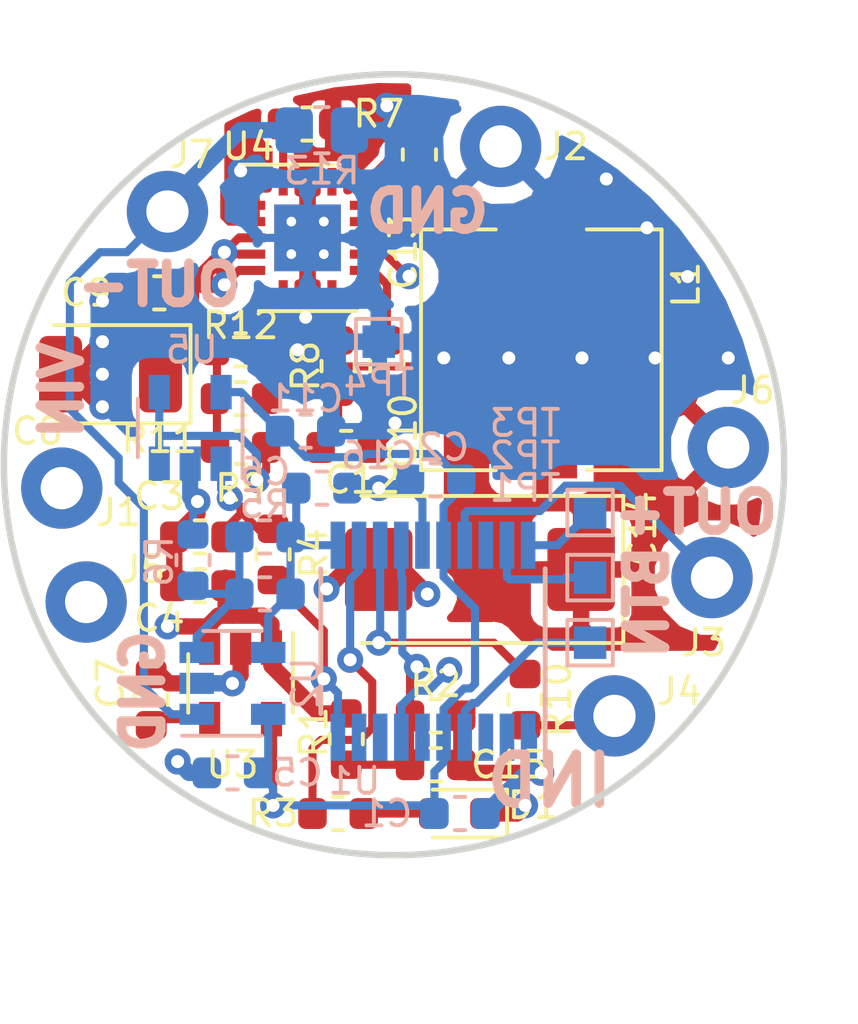
<source format=kicad_pcb>
(kicad_pcb (version 20171130) (host pcbnew 5.0.0-rc2-unknown)

  (general
    (thickness 1.6)
    (drawings 10)
    (tracks 317)
    (zones 0)
    (modules 47)
    (nets 36)
  )

  (page A4)
  (layers
    (0 F.Cu signal)
    (1 In1.Cu signal hide)
    (2 In2.Cu signal hide)
    (31 B.Cu signal)
    (32 B.Adhes user hide)
    (33 F.Adhes user hide)
    (34 B.Paste user hide)
    (35 F.Paste user hide)
    (36 B.SilkS user hide)
    (37 F.SilkS user)
    (38 B.Mask user hide)
    (39 F.Mask user hide)
    (40 Dwgs.User user)
    (41 Cmts.User user hide)
    (42 Eco1.User user hide)
    (43 Eco2.User user hide)
    (44 Edge.Cuts user)
    (45 Margin user hide)
    (46 B.CrtYd user hide)
    (47 F.CrtYd user)
    (48 B.Fab user hide)
    (49 F.Fab user hide)
  )

  (setup
    (last_trace_width 0.25)
    (trace_clearance 0.2)
    (zone_clearance 0.16)
    (zone_45_only yes)
    (trace_min 0.2)
    (segment_width 0.2)
    (edge_width 0.15)
    (via_size 0.8)
    (via_drill 0.4)
    (via_min_size 0.4)
    (via_min_drill 0.3)
    (uvia_size 0.3)
    (uvia_drill 0.1)
    (uvias_allowed no)
    (uvia_min_size 0.2)
    (uvia_min_drill 0.1)
    (pcb_text_width 0.3)
    (pcb_text_size 1.5 1.5)
    (mod_edge_width 0.15)
    (mod_text_size 0.8 0.8)
    (mod_text_width 0.12)
    (pad_size 2.49936 2.49936)
    (pad_drill 1.3)
    (pad_to_mask_clearance 0.2)
    (aux_axis_origin 0 0)
    (visible_elements FFFFFF7F)
    (pcbplotparams
      (layerselection 0x010fc_ffffffff)
      (usegerberextensions false)
      (usegerberattributes false)
      (usegerberadvancedattributes false)
      (creategerberjobfile true)
      (excludeedgelayer true)
      (linewidth 0.100000)
      (plotframeref false)
      (viasonmask false)
      (mode 1)
      (useauxorigin false)
      (hpglpennumber 1)
      (hpglpenspeed 20)
      (hpglpendiameter 15.000000)
      (psnegative false)
      (psa4output false)
      (plotreference true)
      (plotvalue true)
      (plotinvisibletext false)
      (padsonsilk false)
      (subtractmaskfromsilk false)
      (outputformat 1)
      (mirror false)
      (drillshape 0)
      (scaleselection 1)
      (outputdirectory out))
  )

  (net 0 "")
  (net 1 /SWDIO)
  (net 2 /SWCLK)
  (net 3 /ISENSE)
  (net 4 GND)
  (net 5 /SETPOINT)
  (net 6 /VIN)
  (net 7 +3V3)
  (net 8 /EN)
  (net 9 /BTN)
  (net 10 /LED_P)
  (net 11 /SW)
  (net 12 /LED1)
  (net 13 /LED2)
  (net 14 "Net-(TP1-Pad1)")
  (net 15 "Net-(C6-Pad1)")
  (net 16 "Net-(D1-Pad2)")
  (net 17 "Net-(C12-Pad2)")
  (net 18 "Net-(J4-Pad1)")
  (net 19 "Net-(C7-Pad1)")
  (net 20 "Net-(U1-Pad2)")
  (net 21 "Net-(U1-Pad3)")
  (net 22 "Net-(C10-Pad1)")
  (net 23 "Net-(C13-Pad2)")
  (net 24 "Net-(U4-Pad14)")
  (net 25 "Net-(R11-Pad2)")
  (net 26 /VBAT)
  (net 27 "Net-(R4-Pad2)")
  (net 28 "Net-(R7-Pad1)")
  (net 29 "Net-(R9-Pad2)")
  (net 30 "Net-(R8-Pad1)")
  (net 31 "Net-(C16-Pad1)")
  (net 32 "Net-(U1-Pad18)")
  (net 33 "Net-(U1-Pad6)")
  (net 34 "Net-(U1-Pad9)")
  (net 35 "Net-(U1-Pad8)")

  (net_class Default "This is the default net class."
    (clearance 0.2)
    (trace_width 0.25)
    (via_dia 0.8)
    (via_drill 0.4)
    (uvia_dia 0.3)
    (uvia_drill 0.1)
    (add_net +3V3)
    (add_net /BTN)
    (add_net /EN)
    (add_net /LED1)
    (add_net /LED2)
    (add_net /SETPOINT)
    (add_net /SWCLK)
    (add_net /SWDIO)
    (add_net /VBAT)
    (add_net "Net-(C10-Pad1)")
    (add_net "Net-(C12-Pad2)")
    (add_net "Net-(C13-Pad2)")
    (add_net "Net-(C16-Pad1)")
    (add_net "Net-(C6-Pad1)")
    (add_net "Net-(C7-Pad1)")
    (add_net "Net-(D1-Pad2)")
    (add_net "Net-(J4-Pad1)")
    (add_net "Net-(R11-Pad2)")
    (add_net "Net-(R4-Pad2)")
    (add_net "Net-(R7-Pad1)")
    (add_net "Net-(R8-Pad1)")
    (add_net "Net-(R9-Pad2)")
    (add_net "Net-(TP1-Pad1)")
    (add_net "Net-(U1-Pad18)")
    (add_net "Net-(U1-Pad2)")
    (add_net "Net-(U1-Pad3)")
    (add_net "Net-(U1-Pad6)")
    (add_net "Net-(U1-Pad8)")
    (add_net "Net-(U1-Pad9)")
    (add_net "Net-(U4-Pad14)")
  )

  (net_class Power ""
    (clearance 0.2)
    (trace_width 0.5)
    (via_dia 0.8)
    (via_drill 0.4)
    (uvia_dia 0.3)
    (uvia_drill 0.1)
    (add_net /ISENSE)
    (add_net /LED_P)
    (add_net /SW)
    (add_net /VIN)
    (add_net GND)
  )

  (module Capacitor_SMD:C_0603_1608Metric (layer B.Cu) (tedit 5B301BBE) (tstamp 5B4824D4)
    (at 133.5 84.5)
    (descr "Capacitor SMD 0603 (1608 Metric), square (rectangular) end terminal, IPC_7351 nominal, (Body size source: http://www.tortai-tech.com/upload/download/2011102023233369053.pdf), generated with kicad-footprint-generator")
    (tags capacitor)
    (path /5B4461FC)
    (attr smd)
    (fp_text reference C16 (at 1.75 -1) (layer B.SilkS)
      (effects (font (size 0.8 0.8) (thickness 0.12)) (justify mirror))
    )
    (fp_text value 10n (at 0 -1.43) (layer B.Fab)
      (effects (font (size 1 1) (thickness 0.15)) (justify mirror))
    )
    (fp_line (start -0.8 -0.4) (end -0.8 0.4) (layer B.Fab) (width 0.1))
    (fp_line (start -0.8 0.4) (end 0.8 0.4) (layer B.Fab) (width 0.1))
    (fp_line (start 0.8 0.4) (end 0.8 -0.4) (layer B.Fab) (width 0.1))
    (fp_line (start 0.8 -0.4) (end -0.8 -0.4) (layer B.Fab) (width 0.1))
    (fp_line (start -0.162779 0.51) (end 0.162779 0.51) (layer B.SilkS) (width 0.12))
    (fp_line (start -0.162779 -0.51) (end 0.162779 -0.51) (layer B.SilkS) (width 0.12))
    (fp_line (start -1.48 -0.73) (end -1.48 0.73) (layer B.CrtYd) (width 0.05))
    (fp_line (start -1.48 0.73) (end 1.48 0.73) (layer B.CrtYd) (width 0.05))
    (fp_line (start 1.48 0.73) (end 1.48 -0.73) (layer B.CrtYd) (width 0.05))
    (fp_line (start 1.48 -0.73) (end -1.48 -0.73) (layer B.CrtYd) (width 0.05))
    (fp_text user %R (at 0 0) (layer B.Fab)
      (effects (font (size 0.4 0.4) (thickness 0.06)) (justify mirror))
    )
    (pad 1 smd roundrect (at -0.7875 0) (size 0.875 0.95) (layers B.Cu B.Paste B.Mask) (roundrect_rratio 0.25)
      (net 31 "Net-(C16-Pad1)"))
    (pad 2 smd roundrect (at 0.7875 0) (size 0.875 0.95) (layers B.Cu B.Paste B.Mask) (roundrect_rratio 0.25)
      (net 4 GND))
    (model ${KISYS3DMOD}/Capacitor_SMD.3dshapes/C_0603_1608Metric.wrl
      (at (xyz 0 0 0))
      (scale (xyz 1 1 1))
      (rotate (xyz 0 0 0))
    )
  )

  (module Capacitor_SMD:C_0603_1608Metric (layer F.Cu) (tedit 5B301BBE) (tstamp 5B4815BC)
    (at 137 93)
    (descr "Capacitor SMD 0603 (1608 Metric), square (rectangular) end terminal, IPC_7351 nominal, (Body size source: http://www.tortai-tech.com/upload/download/2011102023233369053.pdf), generated with kicad-footprint-generator")
    (tags capacitor)
    (path /5B442D62)
    (attr smd)
    (fp_text reference C15 (at 2.25 0) (layer F.SilkS)
      (effects (font (size 0.8 0.8) (thickness 0.12)))
    )
    (fp_text value 10n (at 0 1.43) (layer F.Fab)
      (effects (font (size 1 1) (thickness 0.15)))
    )
    (fp_line (start -0.8 0.4) (end -0.8 -0.4) (layer F.Fab) (width 0.1))
    (fp_line (start -0.8 -0.4) (end 0.8 -0.4) (layer F.Fab) (width 0.1))
    (fp_line (start 0.8 -0.4) (end 0.8 0.4) (layer F.Fab) (width 0.1))
    (fp_line (start 0.8 0.4) (end -0.8 0.4) (layer F.Fab) (width 0.1))
    (fp_line (start -0.162779 -0.51) (end 0.162779 -0.51) (layer F.SilkS) (width 0.12))
    (fp_line (start -0.162779 0.51) (end 0.162779 0.51) (layer F.SilkS) (width 0.12))
    (fp_line (start -1.48 0.73) (end -1.48 -0.73) (layer F.CrtYd) (width 0.05))
    (fp_line (start -1.48 -0.73) (end 1.48 -0.73) (layer F.CrtYd) (width 0.05))
    (fp_line (start 1.48 -0.73) (end 1.48 0.73) (layer F.CrtYd) (width 0.05))
    (fp_line (start 1.48 0.73) (end -1.48 0.73) (layer F.CrtYd) (width 0.05))
    (fp_text user %R (at 0 0) (layer F.Fab)
      (effects (font (size 0.4 0.4) (thickness 0.06)))
    )
    (pad 1 smd roundrect (at -0.7875 0) (size 0.875 0.95) (layers F.Cu F.Paste F.Mask) (roundrect_rratio 0.25)
      (net 26 /VBAT))
    (pad 2 smd roundrect (at 0.7875 0) (size 0.875 0.95) (layers F.Cu F.Paste F.Mask) (roundrect_rratio 0.25)
      (net 4 GND))
    (model ${KISYS3DMOD}/Capacitor_SMD.3dshapes/C_0603_1608Metric.wrl
      (at (xyz 0 0 0))
      (scale (xyz 1 1 1))
      (rotate (xyz 0 0 0))
    )
  )

  (module Resistor_SMD:R_0603_1608Metric (layer F.Cu) (tedit 5B301BBD) (tstamp 5B47DBBE)
    (at 137 91.5 180)
    (descr "Resistor SMD 0603 (1608 Metric), square (rectangular) end terminal, IPC_7351 nominal, (Body size source: http://www.tortai-tech.com/upload/download/2011102023233369053.pdf), generated with kicad-footprint-generator")
    (tags resistor)
    (path /5B4257E6)
    (attr smd)
    (fp_text reference R2 (at 0 1 180) (layer F.SilkS)
      (effects (font (size 0.8 0.8) (thickness 0.12)))
    )
    (fp_text value 10k (at 0 1.43 180) (layer F.Fab)
      (effects (font (size 1 1) (thickness 0.15)))
    )
    (fp_text user %R (at 0 0 180) (layer F.Fab)
      (effects (font (size 0.4 0.4) (thickness 0.06)))
    )
    (fp_line (start 1.48 0.73) (end -1.48 0.73) (layer F.CrtYd) (width 0.05))
    (fp_line (start 1.48 -0.73) (end 1.48 0.73) (layer F.CrtYd) (width 0.05))
    (fp_line (start -1.48 -0.73) (end 1.48 -0.73) (layer F.CrtYd) (width 0.05))
    (fp_line (start -1.48 0.73) (end -1.48 -0.73) (layer F.CrtYd) (width 0.05))
    (fp_line (start -0.162779 0.51) (end 0.162779 0.51) (layer F.SilkS) (width 0.12))
    (fp_line (start -0.162779 -0.51) (end 0.162779 -0.51) (layer F.SilkS) (width 0.12))
    (fp_line (start 0.8 0.4) (end -0.8 0.4) (layer F.Fab) (width 0.1))
    (fp_line (start 0.8 -0.4) (end 0.8 0.4) (layer F.Fab) (width 0.1))
    (fp_line (start -0.8 -0.4) (end 0.8 -0.4) (layer F.Fab) (width 0.1))
    (fp_line (start -0.8 0.4) (end -0.8 -0.4) (layer F.Fab) (width 0.1))
    (pad 2 smd roundrect (at 0.7875 0 180) (size 0.875 0.95) (layers F.Cu F.Paste F.Mask) (roundrect_rratio 0.25)
      (net 26 /VBAT))
    (pad 1 smd roundrect (at -0.7875 0 180) (size 0.875 0.95) (layers F.Cu F.Paste F.Mask) (roundrect_rratio 0.25)
      (net 4 GND))
    (model ${KISYS3DMOD}/Resistor_SMD.3dshapes/R_0603_1608Metric.wrl
      (at (xyz 0 0 0))
      (scale (xyz 1 1 1))
      (rotate (xyz 0 0 0))
    )
  )

  (module Resistor_SMD:R_0603_1608Metric (layer F.Cu) (tedit 5B37DE82) (tstamp 5B47DBAD)
    (at 134.25 92.2125 90)
    (descr "Resistor SMD 0603 (1608 Metric), square (rectangular) end terminal, IPC_7351 nominal, (Body size source: http://www.tortai-tech.com/upload/download/2011102023233369053.pdf), generated with kicad-footprint-generator")
    (tags resistor)
    (path /5B425754)
    (attr smd)
    (fp_text reference R1 (at 0.2125 -1 90) (layer F.SilkS)
      (effects (font (size 0.8 0.8) (thickness 0.12)))
    )
    (fp_text value 47k (at 0 1.43 90) (layer F.Fab)
      (effects (font (size 1 1) (thickness 0.15)))
    )
    (fp_line (start -0.8 0.4) (end -0.8 -0.4) (layer F.Fab) (width 0.1))
    (fp_line (start -0.8 -0.4) (end 0.8 -0.4) (layer F.Fab) (width 0.1))
    (fp_line (start 0.8 -0.4) (end 0.8 0.4) (layer F.Fab) (width 0.1))
    (fp_line (start 0.8 0.4) (end -0.8 0.4) (layer F.Fab) (width 0.1))
    (fp_line (start -0.162779 -0.51) (end 0.162779 -0.51) (layer F.SilkS) (width 0.12))
    (fp_line (start -0.162779 0.51) (end 0.162779 0.51) (layer F.SilkS) (width 0.12))
    (fp_line (start -1.48 0.73) (end -1.48 -0.73) (layer F.CrtYd) (width 0.05))
    (fp_line (start -1.48 -0.73) (end 1.48 -0.73) (layer F.CrtYd) (width 0.05))
    (fp_line (start 1.48 -0.73) (end 1.48 0.73) (layer F.CrtYd) (width 0.05))
    (fp_line (start 1.48 0.73) (end -1.48 0.73) (layer F.CrtYd) (width 0.05))
    (fp_text user %R (at 0 0 90) (layer F.Fab)
      (effects (font (size 0.4 0.4) (thickness 0.06)))
    )
    (pad 1 smd roundrect (at -0.7875 0 90) (size 0.875 0.95) (layers F.Cu F.Paste F.Mask) (roundrect_rratio 0.25)
      (net 26 /VBAT))
    (pad 2 smd roundrect (at 0.7875 0 90) (size 0.875 0.95) (layers F.Cu F.Paste F.Mask) (roundrect_rratio 0.25)
      (net 6 /VIN))
    (model ${KISYS3DMOD}/Resistor_SMD.3dshapes/R_0603_1608Metric.wrl
      (at (xyz 0 0 0))
      (scale (xyz 1 1 1))
      (rotate (xyz 0 0 0))
    )
  )

  (module Capacitor_SMD:C_0603_1608Metric (layer F.Cu) (tedit 5B301BBE) (tstamp 5B479BCB)
    (at 129.75 87.5 180)
    (descr "Capacitor SMD 0603 (1608 Metric), square (rectangular) end terminal, IPC_7351 nominal, (Body size source: http://www.tortai-tech.com/upload/download/2011102023233369053.pdf), generated with kicad-footprint-generator")
    (tags capacitor)
    (path /5B41EEBB)
    (attr smd)
    (fp_text reference C4 (at 1.25 -1 180) (layer F.SilkS)
      (effects (font (size 0.8 0.8) (thickness 0.12)))
    )
    (fp_text value 100n (at 0 1.43 180) (layer F.Fab)
      (effects (font (size 1 1) (thickness 0.15)))
    )
    (fp_line (start -0.8 0.4) (end -0.8 -0.4) (layer F.Fab) (width 0.1))
    (fp_line (start -0.8 -0.4) (end 0.8 -0.4) (layer F.Fab) (width 0.1))
    (fp_line (start 0.8 -0.4) (end 0.8 0.4) (layer F.Fab) (width 0.1))
    (fp_line (start 0.8 0.4) (end -0.8 0.4) (layer F.Fab) (width 0.1))
    (fp_line (start -0.162779 -0.51) (end 0.162779 -0.51) (layer F.SilkS) (width 0.12))
    (fp_line (start -0.162779 0.51) (end 0.162779 0.51) (layer F.SilkS) (width 0.12))
    (fp_line (start -1.48 0.73) (end -1.48 -0.73) (layer F.CrtYd) (width 0.05))
    (fp_line (start -1.48 -0.73) (end 1.48 -0.73) (layer F.CrtYd) (width 0.05))
    (fp_line (start 1.48 -0.73) (end 1.48 0.73) (layer F.CrtYd) (width 0.05))
    (fp_line (start 1.48 0.73) (end -1.48 0.73) (layer F.CrtYd) (width 0.05))
    (fp_text user %R (at 0 0 180) (layer F.Fab)
      (effects (font (size 0.4 0.4) (thickness 0.06)))
    )
    (pad 1 smd roundrect (at -0.7875 0 180) (size 0.875 0.95) (layers F.Cu F.Paste F.Mask) (roundrect_rratio 0.25)
      (net 6 /VIN))
    (pad 2 smd roundrect (at 0.7875 0 180) (size 0.875 0.95) (layers F.Cu F.Paste F.Mask) (roundrect_rratio 0.25)
      (net 4 GND))
    (model ${KISYS3DMOD}/Capacitor_SMD.3dshapes/C_0603_1608Metric.wrl
      (at (xyz 0 0 0))
      (scale (xyz 1 1 1))
      (rotate (xyz 0 0 0))
    )
  )

  (module Capacitor_SMD:C_0603_1608Metric (layer B.Cu) (tedit 5B301BBE) (tstamp 5B478B34)
    (at 133 82.75)
    (descr "Capacitor SMD 0603 (1608 Metric), square (rectangular) end terminal, IPC_7351 nominal, (Body size source: http://www.tortai-tech.com/upload/download/2011102023233369053.pdf), generated with kicad-footprint-generator")
    (tags capacitor)
    (path /5B41C399)
    (attr smd)
    (fp_text reference C11 (at 0 -1) (layer B.SilkS)
      (effects (font (size 0.8 0.8) (thickness 0.12)) (justify mirror))
    )
    (fp_text value 100n (at 0 -1.43) (layer B.Fab)
      (effects (font (size 1 1) (thickness 0.15)) (justify mirror))
    )
    (fp_text user %R (at 0 0) (layer B.Fab)
      (effects (font (size 0.4 0.4) (thickness 0.06)) (justify mirror))
    )
    (fp_line (start 1.48 -0.73) (end -1.48 -0.73) (layer B.CrtYd) (width 0.05))
    (fp_line (start 1.48 0.73) (end 1.48 -0.73) (layer B.CrtYd) (width 0.05))
    (fp_line (start -1.48 0.73) (end 1.48 0.73) (layer B.CrtYd) (width 0.05))
    (fp_line (start -1.48 -0.73) (end -1.48 0.73) (layer B.CrtYd) (width 0.05))
    (fp_line (start -0.162779 -0.51) (end 0.162779 -0.51) (layer B.SilkS) (width 0.12))
    (fp_line (start -0.162779 0.51) (end 0.162779 0.51) (layer B.SilkS) (width 0.12))
    (fp_line (start 0.8 -0.4) (end -0.8 -0.4) (layer B.Fab) (width 0.1))
    (fp_line (start 0.8 0.4) (end 0.8 -0.4) (layer B.Fab) (width 0.1))
    (fp_line (start -0.8 0.4) (end 0.8 0.4) (layer B.Fab) (width 0.1))
    (fp_line (start -0.8 -0.4) (end -0.8 0.4) (layer B.Fab) (width 0.1))
    (pad 2 smd roundrect (at 0.7875 0) (size 0.875 0.95) (layers B.Cu B.Paste B.Mask) (roundrect_rratio 0.25)
      (net 4 GND))
    (pad 1 smd roundrect (at -0.7875 0) (size 0.875 0.95) (layers B.Cu B.Paste B.Mask) (roundrect_rratio 0.25)
      (net 7 +3V3))
    (model ${KISYS3DMOD}/Capacitor_SMD.3dshapes/C_0603_1608Metric.wrl
      (at (xyz 0 0 0))
      (scale (xyz 1 1 1))
      (rotate (xyz 0 0 0))
    )
  )

  (module Capacitor_SMD:C_0603_1608Metric (layer B.Cu) (tedit 5B301BBE) (tstamp 5B4779BD)
    (at 131.75 86)
    (descr "Capacitor SMD 0603 (1608 Metric), square (rectangular) end terminal, IPC_7351 nominal, (Body size source: http://www.tortai-tech.com/upload/download/2011102023233369053.pdf), generated with kicad-footprint-generator")
    (tags capacitor)
    (path /5B40E092)
    (attr smd)
    (fp_text reference C6 (at 0 -2) (layer B.SilkS)
      (effects (font (size 0.8 0.8) (thickness 0.12)) (justify mirror))
    )
    (fp_text value 100n (at 0 -1.43) (layer B.Fab)
      (effects (font (size 1 1) (thickness 0.15)) (justify mirror))
    )
    (fp_line (start -0.8 -0.4) (end -0.8 0.4) (layer B.Fab) (width 0.1))
    (fp_line (start -0.8 0.4) (end 0.8 0.4) (layer B.Fab) (width 0.1))
    (fp_line (start 0.8 0.4) (end 0.8 -0.4) (layer B.Fab) (width 0.1))
    (fp_line (start 0.8 -0.4) (end -0.8 -0.4) (layer B.Fab) (width 0.1))
    (fp_line (start -0.162779 0.51) (end 0.162779 0.51) (layer B.SilkS) (width 0.12))
    (fp_line (start -0.162779 -0.51) (end 0.162779 -0.51) (layer B.SilkS) (width 0.12))
    (fp_line (start -1.48 -0.73) (end -1.48 0.73) (layer B.CrtYd) (width 0.05))
    (fp_line (start -1.48 0.73) (end 1.48 0.73) (layer B.CrtYd) (width 0.05))
    (fp_line (start 1.48 0.73) (end 1.48 -0.73) (layer B.CrtYd) (width 0.05))
    (fp_line (start 1.48 -0.73) (end -1.48 -0.73) (layer B.CrtYd) (width 0.05))
    (fp_text user %R (at 0 0) (layer B.Fab)
      (effects (font (size 0.4 0.4) (thickness 0.06)) (justify mirror))
    )
    (pad 1 smd roundrect (at -0.7875 0) (size 0.875 0.95) (layers B.Cu B.Paste B.Mask) (roundrect_rratio 0.25)
      (net 15 "Net-(C6-Pad1)"))
    (pad 2 smd roundrect (at 0.7875 0) (size 0.875 0.95) (layers B.Cu B.Paste B.Mask) (roundrect_rratio 0.25)
      (net 31 "Net-(C16-Pad1)"))
    (model ${KISYS3DMOD}/Capacitor_SMD.3dshapes/C_0603_1608Metric.wrl
      (at (xyz 0 0 0))
      (scale (xyz 1 1 1))
      (rotate (xyz 0 0 0))
    )
  )

  (module Capacitor_Tantalum_SMD:CP_EIA-7343-15_Kemet-W (layer F.Cu) (tedit 5B301BBE) (tstamp 5B475E30)
    (at 138.3625 87 180)
    (descr "Tantalum Capacitor SMD Kemet-W (7343-15 Metric), IPC_7351 nominal, (Body size from: http://www.kemet.com/Lists/ProductCatalog/Attachments/253/KEM_TC101_STD.pdf), generated with kicad-footprint-generator")
    (tags "capacitor tantalum")
    (path /5B36B3CD)
    (attr smd)
    (fp_text reference C14 (at -5 1.25 270) (layer F.SilkS)
      (effects (font (size 0.8 0.8) (thickness 0.12)))
    )
    (fp_text value 47u (at 0 3.1 180) (layer F.Fab)
      (effects (font (size 1 1) (thickness 0.15)))
    )
    (fp_line (start 3.65 -2.15) (end -2.65 -2.15) (layer F.Fab) (width 0.1))
    (fp_line (start -2.65 -2.15) (end -3.65 -1.15) (layer F.Fab) (width 0.1))
    (fp_line (start -3.65 -1.15) (end -3.65 2.15) (layer F.Fab) (width 0.1))
    (fp_line (start -3.65 2.15) (end 3.65 2.15) (layer F.Fab) (width 0.1))
    (fp_line (start 3.65 2.15) (end 3.65 -2.15) (layer F.Fab) (width 0.1))
    (fp_line (start 3.65 -2.26) (end -4.41 -2.26) (layer F.SilkS) (width 0.12))
    (fp_line (start -4.41 -2.26) (end -4.41 2.26) (layer F.SilkS) (width 0.12))
    (fp_line (start -4.41 2.26) (end 3.65 2.26) (layer F.SilkS) (width 0.12))
    (fp_line (start -4.4 2.4) (end -4.4 -2.4) (layer F.CrtYd) (width 0.05))
    (fp_line (start -4.4 -2.4) (end 4.4 -2.4) (layer F.CrtYd) (width 0.05))
    (fp_line (start 4.4 -2.4) (end 4.4 2.4) (layer F.CrtYd) (width 0.05))
    (fp_line (start 4.4 2.4) (end -4.4 2.4) (layer F.CrtYd) (width 0.05))
    (fp_text user %R (at 0 0 180) (layer F.Fab)
      (effects (font (size 1 1) (thickness 0.15)))
    )
    (pad 1 smd roundrect (at -3.1125 0 180) (size 2.075 2.55) (layers F.Cu F.Paste F.Mask) (roundrect_rratio 0.120482)
      (net 10 /LED_P))
    (pad 2 smd roundrect (at 3.1125 0 180) (size 2.075 2.55) (layers F.Cu F.Paste F.Mask) (roundrect_rratio 0.120482)
      (net 4 GND))
    (model ${KISYS3DMOD}/Capacitor_Tantalum_SMD.3dshapes/CP_EIA-7343-15_Kemet-W.wrl
      (at (xyz 0 0 0))
      (scale (xyz 1 1 1))
      (rotate (xyz 0 0 0))
    )
  )

  (module Inductor_SMD:L_7.3x7.3_H4.5 (layer F.Cu) (tedit 5990349C) (tstamp 5B474DCD)
    (at 140.25 80.25 270)
    (descr "Choke, SMD, 7.3x7.3mm 4.5mm height")
    (tags "Choke SMD")
    (path /5B36ADF2)
    (attr smd)
    (fp_text reference L1 (at -2 -4.45 270) (layer F.SilkS)
      (effects (font (size 0.8 0.8) (thickness 0.12)))
    )
    (fp_text value 4.7u (at 0 4.45 270) (layer F.Fab)
      (effects (font (size 1 1) (thickness 0.15)))
    )
    (fp_text user %R (at 0 0 270) (layer F.Fab)
      (effects (font (size 1 1) (thickness 0.15)))
    )
    (fp_line (start 3.7 1.4) (end 3.7 3.7) (layer F.SilkS) (width 0.12))
    (fp_line (start 3.7 3.7) (end -3.7 3.7) (layer F.SilkS) (width 0.12))
    (fp_line (start -3.7 3.7) (end -3.7 1.4) (layer F.SilkS) (width 0.12))
    (fp_line (start -3.7 -1.4) (end -3.7 -3.7) (layer F.SilkS) (width 0.12))
    (fp_line (start -3.7 -3.7) (end 3.7 -3.7) (layer F.SilkS) (width 0.12))
    (fp_line (start 3.7 -3.7) (end 3.7 -1.4) (layer F.SilkS) (width 0.12))
    (fp_line (start -4.2 -3.9) (end -4.2 3.9) (layer F.CrtYd) (width 0.05))
    (fp_line (start -4.2 3.9) (end 4.2 3.9) (layer F.CrtYd) (width 0.05))
    (fp_line (start 4.2 3.9) (end 4.2 -3.9) (layer F.CrtYd) (width 0.05))
    (fp_line (start 4.2 -3.9) (end -4.2 -3.9) (layer F.CrtYd) (width 0.05))
    (fp_line (start 3.65 3.65) (end 3.65 1.4) (layer F.Fab) (width 0.1))
    (fp_line (start 3.65 -3.65) (end 3.65 -1.4) (layer F.Fab) (width 0.1))
    (fp_line (start -3.65 3.65) (end -3.65 1.4) (layer F.Fab) (width 0.1))
    (fp_line (start -3.65 -3.65) (end -3.65 -1.4) (layer F.Fab) (width 0.1))
    (fp_line (start 3.65 3.65) (end -3.65 3.65) (layer F.Fab) (width 0.1))
    (fp_line (start -3.65 -3.65) (end 3.65 -3.65) (layer F.Fab) (width 0.1))
    (fp_arc (start 0 0) (end 2.29 2.29) (angle 90) (layer F.Fab) (width 0.1))
    (fp_arc (start 0 0) (end -2.29 -2.29) (angle 90) (layer F.Fab) (width 0.1))
    (pad 1 smd rect (at -3.2 0 270) (size 1.5 2.2) (layers F.Cu F.Paste F.Mask)
      (net 11 /SW))
    (pad 2 smd rect (at 3.2 0 270) (size 1.5 2.2) (layers F.Cu F.Paste F.Mask)
      (net 10 /LED_P))
    (model ${KISYS3DMOD}/Inductor_SMD.3dshapes/L_7.3x7.3_H4.5.wrl
      (at (xyz 0 0 0))
      (scale (xyz 1 1 1))
      (rotate (xyz 0 0 0))
    )
  )

  (module Package_TO_SOT_SMD:SOT-23-5 (layer B.Cu) (tedit 5A02FF57) (tstamp 5B472618)
    (at 129.45 82.65 90)
    (descr "5-pin SOT23 package")
    (tags SOT-23-5)
    (path /5B3DFFA7)
    (attr smd)
    (fp_text reference U5 (at 2.4 0.05 180) (layer B.SilkS)
      (effects (font (size 0.8 0.8) (thickness 0.12)) (justify mirror))
    )
    (fp_text value LMV321 (at 0 -2.9 90) (layer B.Fab)
      (effects (font (size 1 1) (thickness 0.15)) (justify mirror))
    )
    (fp_text user %R (at 0 0) (layer B.Fab)
      (effects (font (size 0.5 0.5) (thickness 0.075)) (justify mirror))
    )
    (fp_line (start -0.9 -1.61) (end 0.9 -1.61) (layer B.SilkS) (width 0.12))
    (fp_line (start 0.9 1.61) (end -1.55 1.61) (layer B.SilkS) (width 0.12))
    (fp_line (start -1.9 1.8) (end 1.9 1.8) (layer B.CrtYd) (width 0.05))
    (fp_line (start 1.9 1.8) (end 1.9 -1.8) (layer B.CrtYd) (width 0.05))
    (fp_line (start 1.9 -1.8) (end -1.9 -1.8) (layer B.CrtYd) (width 0.05))
    (fp_line (start -1.9 -1.8) (end -1.9 1.8) (layer B.CrtYd) (width 0.05))
    (fp_line (start -0.9 0.9) (end -0.25 1.55) (layer B.Fab) (width 0.1))
    (fp_line (start 0.9 1.55) (end -0.25 1.55) (layer B.Fab) (width 0.1))
    (fp_line (start -0.9 0.9) (end -0.9 -1.55) (layer B.Fab) (width 0.1))
    (fp_line (start 0.9 -1.55) (end -0.9 -1.55) (layer B.Fab) (width 0.1))
    (fp_line (start 0.9 1.55) (end 0.9 -1.55) (layer B.Fab) (width 0.1))
    (pad 1 smd rect (at -1.1 0.95 90) (size 1.06 0.65) (layers B.Cu B.Paste B.Mask)
      (net 5 /SETPOINT))
    (pad 2 smd rect (at -1.1 0 90) (size 1.06 0.65) (layers B.Cu B.Paste B.Mask)
      (net 4 GND))
    (pad 3 smd rect (at -1.1 -0.95 90) (size 1.06 0.65) (layers B.Cu B.Paste B.Mask)
      (net 29 "Net-(R9-Pad2)"))
    (pad 4 smd rect (at 1.1 -0.95 90) (size 1.06 0.65) (layers B.Cu B.Paste B.Mask)
      (net 29 "Net-(R9-Pad2)"))
    (pad 5 smd rect (at 1.1 0.95 90) (size 1.06 0.65) (layers B.Cu B.Paste B.Mask)
      (net 7 +3V3))
    (model ${KISYS3DMOD}/Package_TO_SOT_SMD.3dshapes/SOT-23-5.wrl
      (at (xyz 0 0 0))
      (scale (xyz 1 1 1))
      (rotate (xyz 0 0 0))
    )
  )

  (module Connector_Wire:SolderWirePad_1x01_Drill1mm (layer F.Cu) (tedit 5AEE5EBE) (tstamp 5B44AC52)
    (at 126.25 88)
    (descr "Wire solder connection")
    (tags connector)
    (path /5B3D0753)
    (attr virtual)
    (fp_text reference J5 (at 1.75 -1) (layer F.SilkS)
      (effects (font (size 0.8 0.8) (thickness 0.12)))
    )
    (fp_text value Conn_01x01_Female (at 0 3.175) (layer F.Fab)
      (effects (font (size 1 1) (thickness 0.15)))
    )
    (fp_text user %R (at 0 0) (layer F.Fab)
      (effects (font (size 1 1) (thickness 0.15)))
    )
    (fp_line (start -1.75 -1.75) (end 1.75 -1.75) (layer F.CrtYd) (width 0.05))
    (fp_line (start -1.75 -1.75) (end -1.75 1.75) (layer F.CrtYd) (width 0.05))
    (fp_line (start 1.75 1.75) (end 1.75 -1.75) (layer F.CrtYd) (width 0.05))
    (fp_line (start 1.75 1.75) (end -1.75 1.75) (layer F.CrtYd) (width 0.05))
    (pad 1 thru_hole circle (at 0 0) (size 2.49936 2.49936) (drill 1.3) (layers *.Cu *.Mask)
      (net 4 GND))
  )

  (module Resistor_SMD:R_0603_1608Metric (layer B.Cu) (tedit 5B301BBD) (tstamp 5B43CE14)
    (at 131.75 87.75)
    (descr "Resistor SMD 0603 (1608 Metric), square (rectangular) end terminal, IPC_7351 nominal, (Body size source: http://www.tortai-tech.com/upload/download/2011102023233369053.pdf), generated with kicad-footprint-generator")
    (tags resistor)
    (path /5B3A8579)
    (attr smd)
    (fp_text reference R5 (at 0 -2.75 180) (layer B.SilkS)
      (effects (font (size 0.8 0.8) (thickness 0.12)) (justify mirror))
    )
    (fp_text value 100k (at 0 -1.43) (layer B.Fab)
      (effects (font (size 1 1) (thickness 0.15)) (justify mirror))
    )
    (fp_text user %R (at 0 0) (layer B.Fab)
      (effects (font (size 0.4 0.4) (thickness 0.06)) (justify mirror))
    )
    (fp_line (start 1.48 -0.73) (end -1.48 -0.73) (layer B.CrtYd) (width 0.05))
    (fp_line (start 1.48 0.73) (end 1.48 -0.73) (layer B.CrtYd) (width 0.05))
    (fp_line (start -1.48 0.73) (end 1.48 0.73) (layer B.CrtYd) (width 0.05))
    (fp_line (start -1.48 -0.73) (end -1.48 0.73) (layer B.CrtYd) (width 0.05))
    (fp_line (start -0.162779 -0.51) (end 0.162779 -0.51) (layer B.SilkS) (width 0.12))
    (fp_line (start -0.162779 0.51) (end 0.162779 0.51) (layer B.SilkS) (width 0.12))
    (fp_line (start 0.8 -0.4) (end -0.8 -0.4) (layer B.Fab) (width 0.1))
    (fp_line (start 0.8 0.4) (end 0.8 -0.4) (layer B.Fab) (width 0.1))
    (fp_line (start -0.8 0.4) (end 0.8 0.4) (layer B.Fab) (width 0.1))
    (fp_line (start -0.8 -0.4) (end -0.8 0.4) (layer B.Fab) (width 0.1))
    (pad 2 smd roundrect (at 0.7875 0) (size 0.875 0.95) (layers B.Cu B.Paste B.Mask) (roundrect_rratio 0.25)
      (net 31 "Net-(C16-Pad1)"))
    (pad 1 smd roundrect (at -0.7875 0) (size 0.875 0.95) (layers B.Cu B.Paste B.Mask) (roundrect_rratio 0.25)
      (net 15 "Net-(C6-Pad1)"))
    (model ${KISYS3DMOD}/Resistor_SMD.3dshapes/R_0603_1608Metric.wrl
      (at (xyz 0 0 0))
      (scale (xyz 1 1 1))
      (rotate (xyz 0 0 0))
    )
  )

  (module Capacitor_Tantalum_SMD:CP_EIA-3528-12_Kemet-T (layer F.Cu) (tedit 5B342532) (tstamp 5B44D030)
    (at 127 81 180)
    (descr "Tantalum Capacitor SMD Kemet-T (3528-12 Metric), IPC_7351 nominal, (Body size from: http://www.kemet.com/Lists/ProductCatalog/Attachments/253/KEM_TC101_STD.pdf), generated with kicad-footprint-generator")
    (tags "capacitor tantalum")
    (path /5B3706D2)
    (attr smd)
    (fp_text reference C8 (at 2.25 -1.75 180) (layer F.SilkS)
      (effects (font (size 0.8 0.8) (thickness 0.12)))
    )
    (fp_text value 10u (at 0 2.35 180) (layer F.Fab)
      (effects (font (size 1 1) (thickness 0.15)))
    )
    (fp_line (start 1.75 -1.4) (end -1.05 -1.4) (layer F.Fab) (width 0.1))
    (fp_line (start -1.05 -1.4) (end -1.75 -0.7) (layer F.Fab) (width 0.1))
    (fp_line (start -1.75 -0.7) (end -1.75 1.4) (layer F.Fab) (width 0.1))
    (fp_line (start -1.75 1.4) (end 1.75 1.4) (layer F.Fab) (width 0.1))
    (fp_line (start 1.75 1.4) (end 1.75 -1.4) (layer F.Fab) (width 0.1))
    (fp_line (start 1.75 -1.51) (end -2.46 -1.51) (layer F.SilkS) (width 0.12))
    (fp_line (start -2.46 -1.51) (end -2.46 1.51) (layer F.SilkS) (width 0.12))
    (fp_line (start -2.46 1.51) (end 1.75 1.51) (layer F.SilkS) (width 0.12))
    (fp_line (start -2.45 1.65) (end -2.45 -1.65) (layer F.CrtYd) (width 0.05))
    (fp_line (start -2.45 -1.65) (end 2.45 -1.65) (layer F.CrtYd) (width 0.05))
    (fp_line (start 2.45 -1.65) (end 2.45 1.65) (layer F.CrtYd) (width 0.05))
    (fp_line (start 2.45 1.65) (end -2.45 1.65) (layer F.CrtYd) (width 0.05))
    (fp_text user %R (at 0 0 180) (layer F.Fab)
      (effects (font (size 0.88 0.88) (thickness 0.13)))
    )
    (pad 1 smd roundrect (at -1.5375 0 180) (size 1.325 2.35) (layers F.Cu F.Paste F.Mask) (roundrect_rratio 0.188679)
      (net 6 /VIN))
    (pad 2 smd roundrect (at 1.5375 0 180) (size 1.325 2.35) (layers F.Cu F.Paste F.Mask) (roundrect_rratio 0.188679)
      (net 4 GND))
    (model ${KISYS3DMOD}/Capacitor_Tantalum_SMD.3dshapes/CP_EIA-3528-12_Kemet-T.wrl
      (at (xyz 0 0 0))
      (scale (xyz 1 1 1))
      (rotate (xyz 0 0 0))
    )
  )

  (module Connector_Wire:SolderWirePad_1x01_Drill1mm (layer F.Cu) (tedit 5AEE5EBE) (tstamp 5B44AC5C)
    (at 142.5 91.5)
    (descr "Wire solder connection")
    (tags connector)
    (path /5B3CEA94)
    (attr virtual)
    (fp_text reference J4 (at 2 -0.75) (layer F.SilkS)
      (effects (font (size 0.8 0.8) (thickness 0.12)))
    )
    (fp_text value Conn_01x01_Female (at 0 3.175) (layer F.Fab)
      (effects (font (size 1 1) (thickness 0.15)))
    )
    (fp_line (start 1.75 1.75) (end -1.75 1.75) (layer F.CrtYd) (width 0.05))
    (fp_line (start 1.75 1.75) (end 1.75 -1.75) (layer F.CrtYd) (width 0.05))
    (fp_line (start -1.75 -1.75) (end -1.75 1.75) (layer F.CrtYd) (width 0.05))
    (fp_line (start -1.75 -1.75) (end 1.75 -1.75) (layer F.CrtYd) (width 0.05))
    (fp_text user %R (at 0 0) (layer F.Fab)
      (effects (font (size 1 1) (thickness 0.15)))
    )
    (pad 1 thru_hole circle (at 0 0) (size 2.49936 2.49936) (drill 1.3) (layers *.Cu *.Mask)
      (net 18 "Net-(J4-Pad1)"))
  )

  (module Resistor_SMD:R_0603_1608Metric (layer F.Cu) (tedit 5B301BBD) (tstamp 5B44AA18)
    (at 139.75 91 90)
    (descr "Resistor SMD 0603 (1608 Metric), square (rectangular) end terminal, IPC_7351 nominal, (Body size source: http://www.tortai-tech.com/upload/download/2011102023233369053.pdf), generated with kicad-footprint-generator")
    (tags resistor)
    (path /5B3CCDCF)
    (attr smd)
    (fp_text reference R10 (at 0 1 90) (layer F.SilkS)
      (effects (font (size 0.8 0.8) (thickness 0.12)))
    )
    (fp_text value 1k (at 0 1.43 90) (layer F.Fab)
      (effects (font (size 1 1) (thickness 0.15)))
    )
    (fp_line (start -0.8 0.4) (end -0.8 -0.4) (layer F.Fab) (width 0.1))
    (fp_line (start -0.8 -0.4) (end 0.8 -0.4) (layer F.Fab) (width 0.1))
    (fp_line (start 0.8 -0.4) (end 0.8 0.4) (layer F.Fab) (width 0.1))
    (fp_line (start 0.8 0.4) (end -0.8 0.4) (layer F.Fab) (width 0.1))
    (fp_line (start -0.162779 -0.51) (end 0.162779 -0.51) (layer F.SilkS) (width 0.12))
    (fp_line (start -0.162779 0.51) (end 0.162779 0.51) (layer F.SilkS) (width 0.12))
    (fp_line (start -1.48 0.73) (end -1.48 -0.73) (layer F.CrtYd) (width 0.05))
    (fp_line (start -1.48 -0.73) (end 1.48 -0.73) (layer F.CrtYd) (width 0.05))
    (fp_line (start 1.48 -0.73) (end 1.48 0.73) (layer F.CrtYd) (width 0.05))
    (fp_line (start 1.48 0.73) (end -1.48 0.73) (layer F.CrtYd) (width 0.05))
    (fp_text user %R (at 0 0 90) (layer F.Fab)
      (effects (font (size 0.4 0.4) (thickness 0.06)))
    )
    (pad 1 smd roundrect (at -0.7875 0 90) (size 0.875 0.95) (layers F.Cu F.Paste F.Mask) (roundrect_rratio 0.25)
      (net 18 "Net-(J4-Pad1)"))
    (pad 2 smd roundrect (at 0.7875 0 90) (size 0.875 0.95) (layers F.Cu F.Paste F.Mask) (roundrect_rratio 0.25)
      (net 13 /LED2))
    (model ${KISYS3DMOD}/Resistor_SMD.3dshapes/R_0603_1608Metric.wrl
      (at (xyz 0 0 0))
      (scale (xyz 1 1 1))
      (rotate (xyz 0 0 0))
    )
  )

  (module Resistor_SMD:R_0805_2012Metric (layer B.Cu) (tedit 5B301BBD) (tstamp 5B446DF0)
    (at 133.5 73.5)
    (descr "Resistor SMD 0805 (2012 Metric), square (rectangular) end terminal, IPC_7351 nominal, (Body size source: http://www.tortai-tech.com/upload/download/2011102023233369053.pdf), generated with kicad-footprint-generator")
    (tags resistor)
    (path /5B37AE90)
    (attr smd)
    (fp_text reference R13 (at 0 1.25) (layer B.SilkS)
      (effects (font (size 0.8 0.8) (thickness 0.12)) (justify mirror))
    )
    (fp_text value 0.01 (at 0 -1.65) (layer B.Fab)
      (effects (font (size 1 1) (thickness 0.15)) (justify mirror))
    )
    (fp_line (start -1 -0.6) (end -1 0.6) (layer B.Fab) (width 0.1))
    (fp_line (start -1 0.6) (end 1 0.6) (layer B.Fab) (width 0.1))
    (fp_line (start 1 0.6) (end 1 -0.6) (layer B.Fab) (width 0.1))
    (fp_line (start 1 -0.6) (end -1 -0.6) (layer B.Fab) (width 0.1))
    (fp_line (start -0.207983 0.71) (end 0.207983 0.71) (layer B.SilkS) (width 0.12))
    (fp_line (start -0.207983 -0.71) (end 0.207983 -0.71) (layer B.SilkS) (width 0.12))
    (fp_line (start -1.68 -0.95) (end -1.68 0.95) (layer B.CrtYd) (width 0.05))
    (fp_line (start -1.68 0.95) (end 1.68 0.95) (layer B.CrtYd) (width 0.05))
    (fp_line (start 1.68 0.95) (end 1.68 -0.95) (layer B.CrtYd) (width 0.05))
    (fp_line (start 1.68 -0.95) (end -1.68 -0.95) (layer B.CrtYd) (width 0.05))
    (fp_text user %R (at 0 0) (layer B.Fab)
      (effects (font (size 0.5 0.5) (thickness 0.08)) (justify mirror))
    )
    (pad 1 smd roundrect (at -0.85 0) (size 1.15 1.4) (layers B.Cu B.Paste B.Mask) (roundrect_rratio 0.217391)
      (net 3 /ISENSE))
    (pad 2 smd roundrect (at 0.85 0) (size 1.15 1.4) (layers B.Cu B.Paste B.Mask) (roundrect_rratio 0.217391)
      (net 4 GND))
    (model ${KISYS3DMOD}/Resistor_SMD.3dshapes/R_0805_2012Metric.wrl
      (at (xyz 0 0 0))
      (scale (xyz 1 1 1))
      (rotate (xyz 0 0 0))
    )
  )

  (module TestPoint:TestPoint_Pad_1.0x1.0mm (layer B.Cu) (tedit 5A0F774F) (tstamp 5B446035)
    (at 135.25 80)
    (descr "SMD rectangular pad as test Point, square 1.0mm side length")
    (tags "test point SMD pad rectangle square")
    (path /5B3C84C4)
    (attr virtual)
    (fp_text reference TP4 (at 0 1.25 180) (layer B.SilkS)
      (effects (font (size 0.8 0.8) (thickness 0.12)) (justify mirror))
    )
    (fp_text value Test_Point (at 0 -1.55) (layer B.Fab)
      (effects (font (size 1 1) (thickness 0.15)) (justify mirror))
    )
    (fp_text user %R (at 0 1.45) (layer B.Fab)
      (effects (font (size 1 1) (thickness 0.15)) (justify mirror))
    )
    (fp_line (start -0.7 0.7) (end 0.7 0.7) (layer B.SilkS) (width 0.12))
    (fp_line (start 0.7 0.7) (end 0.7 -0.7) (layer B.SilkS) (width 0.12))
    (fp_line (start 0.7 -0.7) (end -0.7 -0.7) (layer B.SilkS) (width 0.12))
    (fp_line (start -0.7 -0.7) (end -0.7 0.7) (layer B.SilkS) (width 0.12))
    (fp_line (start -1 1) (end 1 1) (layer B.CrtYd) (width 0.05))
    (fp_line (start -1 1) (end -1 -1) (layer B.CrtYd) (width 0.05))
    (fp_line (start 1 -1) (end 1 1) (layer B.CrtYd) (width 0.05))
    (fp_line (start 1 -1) (end -1 -1) (layer B.CrtYd) (width 0.05))
    (pad 1 smd rect (at 0 0) (size 1 1) (layers B.Cu B.Mask)
      (net 4 GND))
  )

  (module Connector_Wire:SolderWirePad_1x01_Drill1mm (layer F.Cu) (tedit 5AEE5EBE) (tstamp 5B4453CD)
    (at 125.5 84.5)
    (descr "Wire solder connection")
    (tags connector)
    (path /5B3BF396)
    (attr virtual)
    (fp_text reference J1 (at 1.75 0.75) (layer F.SilkS)
      (effects (font (size 0.8 0.8) (thickness 0.12)))
    )
    (fp_text value Conn_01x01_Female (at 0 3.175) (layer F.Fab)
      (effects (font (size 1 1) (thickness 0.15)))
    )
    (fp_line (start 1.75 1.75) (end -1.75 1.75) (layer F.CrtYd) (width 0.05))
    (fp_line (start 1.75 1.75) (end 1.75 -1.75) (layer F.CrtYd) (width 0.05))
    (fp_line (start -1.75 -1.75) (end -1.75 1.75) (layer F.CrtYd) (width 0.05))
    (fp_line (start -1.75 -1.75) (end 1.75 -1.75) (layer F.CrtYd) (width 0.05))
    (fp_text user %R (at 0 0) (layer F.Fab)
      (effects (font (size 1 1) (thickness 0.15)))
    )
    (pad 1 thru_hole circle (at 0 0) (size 2.49936 2.49936) (drill 1.3) (layers *.Cu *.Mask)
      (net 6 /VIN))
  )

  (module Connector_Wire:SolderWirePad_1x01_Drill1mm (layer F.Cu) (tedit 5B37A728) (tstamp 5B4453C3)
    (at 139 74)
    (descr "Wire solder connection")
    (tags connector)
    (path /5B3BF6C2)
    (attr virtual)
    (fp_text reference J2 (at 2 0) (layer F.SilkS)
      (effects (font (size 0.8 0.8) (thickness 0.12)))
    )
    (fp_text value Conn_01x01_Female (at 0 3.175) (layer F.Fab)
      (effects (font (size 1 1) (thickness 0.15)))
    )
    (fp_text user %R (at 0 0) (layer F.Fab)
      (effects (font (size 1 1) (thickness 0.15)))
    )
    (fp_line (start -1.75 -1.75) (end 1.75 -1.75) (layer F.CrtYd) (width 0.05))
    (fp_line (start -1.75 -1.75) (end -1.75 1.75) (layer F.CrtYd) (width 0.05))
    (fp_line (start 1.75 1.75) (end 1.75 -1.75) (layer F.CrtYd) (width 0.05))
    (fp_line (start 1.75 1.75) (end -1.75 1.75) (layer F.CrtYd) (width 0.05))
    (pad 1 thru_hole circle (at 0 0) (size 2.49936 2.49936) (drill 1.3) (layers *.Cu *.Mask)
      (net 4 GND))
  )

  (module Connector_Wire:SolderWirePad_1x01_Drill1mm (layer F.Cu) (tedit 5AEE5EBE) (tstamp 5B4453B9)
    (at 146 83.25)
    (descr "Wire solder connection")
    (tags connector)
    (path /5B3C2C64)
    (attr virtual)
    (fp_text reference J6 (at 0.75 -1.75) (layer F.SilkS)
      (effects (font (size 0.8 0.8) (thickness 0.12)))
    )
    (fp_text value Conn_01x01_Female (at 0 3.175) (layer F.Fab)
      (effects (font (size 1 1) (thickness 0.15)))
    )
    (fp_line (start 1.75 1.75) (end -1.75 1.75) (layer F.CrtYd) (width 0.05))
    (fp_line (start 1.75 1.75) (end 1.75 -1.75) (layer F.CrtYd) (width 0.05))
    (fp_line (start -1.75 -1.75) (end -1.75 1.75) (layer F.CrtYd) (width 0.05))
    (fp_line (start -1.75 -1.75) (end 1.75 -1.75) (layer F.CrtYd) (width 0.05))
    (fp_text user %R (at 0 0) (layer F.Fab)
      (effects (font (size 1 1) (thickness 0.15)))
    )
    (pad 1 thru_hole circle (at 0 0) (size 2.49936 2.49936) (drill 1.3) (layers *.Cu *.Mask)
      (net 10 /LED_P))
  )

  (module Connector_Wire:SolderWirePad_1x01_Drill1mm (layer F.Cu) (tedit 5AEE5EBE) (tstamp 5B4453AF)
    (at 128.75 76)
    (descr "Wire solder connection")
    (tags connector)
    (path /5B3C4B5B)
    (attr virtual)
    (fp_text reference J7 (at 0.75 -1.75) (layer F.SilkS)
      (effects (font (size 0.8 0.8) (thickness 0.12)))
    )
    (fp_text value Conn_01x01_Female (at 0 3.175) (layer F.Fab)
      (effects (font (size 1 1) (thickness 0.15)))
    )
    (fp_text user %R (at 0 0) (layer F.Fab)
      (effects (font (size 1 1) (thickness 0.15)))
    )
    (fp_line (start -1.75 -1.75) (end 1.75 -1.75) (layer F.CrtYd) (width 0.05))
    (fp_line (start -1.75 -1.75) (end -1.75 1.75) (layer F.CrtYd) (width 0.05))
    (fp_line (start 1.75 1.75) (end 1.75 -1.75) (layer F.CrtYd) (width 0.05))
    (fp_line (start 1.75 1.75) (end -1.75 1.75) (layer F.CrtYd) (width 0.05))
    (pad 1 thru_hole circle (at 0 0) (size 2.49936 2.49936) (drill 1.3) (layers *.Cu *.Mask)
      (net 3 /ISENSE))
  )

  (module Capacitor_SMD:C_0603_1608Metric (layer B.Cu) (tedit 5B301BBE) (tstamp 5B444BCC)
    (at 130.75 93.25 180)
    (descr "Capacitor SMD 0603 (1608 Metric), square (rectangular) end terminal, IPC_7351 nominal, (Body size source: http://www.tortai-tech.com/upload/download/2011102023233369053.pdf), generated with kicad-footprint-generator")
    (tags capacitor)
    (path /5B3B4DAC)
    (attr smd)
    (fp_text reference C5 (at -2 0 180) (layer B.SilkS)
      (effects (font (size 0.8 0.8) (thickness 0.12)) (justify mirror))
    )
    (fp_text value 100n (at 0 -1.43 180) (layer B.Fab)
      (effects (font (size 1 1) (thickness 0.15)) (justify mirror))
    )
    (fp_line (start -0.8 -0.4) (end -0.8 0.4) (layer B.Fab) (width 0.1))
    (fp_line (start -0.8 0.4) (end 0.8 0.4) (layer B.Fab) (width 0.1))
    (fp_line (start 0.8 0.4) (end 0.8 -0.4) (layer B.Fab) (width 0.1))
    (fp_line (start 0.8 -0.4) (end -0.8 -0.4) (layer B.Fab) (width 0.1))
    (fp_line (start -0.162779 0.51) (end 0.162779 0.51) (layer B.SilkS) (width 0.12))
    (fp_line (start -0.162779 -0.51) (end 0.162779 -0.51) (layer B.SilkS) (width 0.12))
    (fp_line (start -1.48 -0.73) (end -1.48 0.73) (layer B.CrtYd) (width 0.05))
    (fp_line (start -1.48 0.73) (end 1.48 0.73) (layer B.CrtYd) (width 0.05))
    (fp_line (start 1.48 0.73) (end 1.48 -0.73) (layer B.CrtYd) (width 0.05))
    (fp_line (start 1.48 -0.73) (end -1.48 -0.73) (layer B.CrtYd) (width 0.05))
    (fp_text user %R (at 0 0 180) (layer B.Fab)
      (effects (font (size 0.4 0.4) (thickness 0.06)) (justify mirror))
    )
    (pad 1 smd roundrect (at -0.7875 0 180) (size 0.875 0.95) (layers B.Cu B.Paste B.Mask) (roundrect_rratio 0.25)
      (net 7 +3V3))
    (pad 2 smd roundrect (at 0.7875 0 180) (size 0.875 0.95) (layers B.Cu B.Paste B.Mask) (roundrect_rratio 0.25)
      (net 4 GND))
    (model ${KISYS3DMOD}/Capacitor_SMD.3dshapes/C_0603_1608Metric.wrl
      (at (xyz 0 0 0))
      (scale (xyz 1 1 1))
      (rotate (xyz 0 0 0))
    )
  )

  (module Connector_Wire:SolderWirePad_1x01_Drill1mm (layer F.Cu) (tedit 5AEE5EBE) (tstamp 5B444A73)
    (at 145.5 87.25)
    (descr "Wire solder connection")
    (tags connector)
    (path /5B3AFF8D)
    (attr virtual)
    (fp_text reference J3 (at -0.25 2) (layer F.SilkS)
      (effects (font (size 0.8 0.8) (thickness 0.12)))
    )
    (fp_text value Conn_01x01_Female (at 0 3.175) (layer F.Fab)
      (effects (font (size 1 1) (thickness 0.15)))
    )
    (fp_text user %R (at 0 0) (layer F.Fab)
      (effects (font (size 1 1) (thickness 0.15)))
    )
    (fp_line (start -1.75 -1.75) (end 1.75 -1.75) (layer F.CrtYd) (width 0.05))
    (fp_line (start -1.75 -1.75) (end -1.75 1.75) (layer F.CrtYd) (width 0.05))
    (fp_line (start 1.75 1.75) (end 1.75 -1.75) (layer F.CrtYd) (width 0.05))
    (fp_line (start 1.75 1.75) (end -1.75 1.75) (layer F.CrtYd) (width 0.05))
    (pad 1 thru_hole circle (at 0 0) (size 2.49936 2.49936) (drill 1.3) (layers *.Cu *.Mask)
      (net 9 /BTN))
  )

  (module Package_TO_SOT_SMD:SOT-23-5 (layer B.Cu) (tedit 5A02FF57) (tstamp 5B43CF09)
    (at 130.75 90.5)
    (descr "5-pin SOT23 package")
    (tags SOT-23-5)
    (path /5B3A6F0E)
    (attr smd)
    (fp_text reference U2 (at 2.25 0 90) (layer B.SilkS)
      (effects (font (size 0.8 0.8) (thickness 0.12)) (justify mirror))
    )
    (fp_text value LMV321 (at 0 -2.9) (layer B.Fab)
      (effects (font (size 1 1) (thickness 0.15)) (justify mirror))
    )
    (fp_text user %R (at 0 0 -90) (layer B.Fab)
      (effects (font (size 0.5 0.5) (thickness 0.075)) (justify mirror))
    )
    (fp_line (start -0.9 -1.61) (end 0.9 -1.61) (layer B.SilkS) (width 0.12))
    (fp_line (start 0.9 1.61) (end -1.55 1.61) (layer B.SilkS) (width 0.12))
    (fp_line (start -1.9 1.8) (end 1.9 1.8) (layer B.CrtYd) (width 0.05))
    (fp_line (start 1.9 1.8) (end 1.9 -1.8) (layer B.CrtYd) (width 0.05))
    (fp_line (start 1.9 -1.8) (end -1.9 -1.8) (layer B.CrtYd) (width 0.05))
    (fp_line (start -1.9 -1.8) (end -1.9 1.8) (layer B.CrtYd) (width 0.05))
    (fp_line (start -0.9 0.9) (end -0.25 1.55) (layer B.Fab) (width 0.1))
    (fp_line (start 0.9 1.55) (end -0.25 1.55) (layer B.Fab) (width 0.1))
    (fp_line (start -0.9 0.9) (end -0.9 -1.55) (layer B.Fab) (width 0.1))
    (fp_line (start 0.9 -1.55) (end -0.9 -1.55) (layer B.Fab) (width 0.1))
    (fp_line (start 0.9 1.55) (end 0.9 -1.55) (layer B.Fab) (width 0.1))
    (pad 1 smd rect (at -1.1 0.95) (size 1.06 0.65) (layers B.Cu B.Paste B.Mask)
      (net 3 /ISENSE))
    (pad 2 smd rect (at -1.1 0) (size 1.06 0.65) (layers B.Cu B.Paste B.Mask)
      (net 4 GND))
    (pad 3 smd rect (at -1.1 -0.95) (size 1.06 0.65) (layers B.Cu B.Paste B.Mask)
      (net 15 "Net-(C6-Pad1)"))
    (pad 4 smd rect (at 1.1 -0.95) (size 1.06 0.65) (layers B.Cu B.Paste B.Mask)
      (net 31 "Net-(C16-Pad1)"))
    (pad 5 smd rect (at 1.1 0.95) (size 1.06 0.65) (layers B.Cu B.Paste B.Mask)
      (net 7 +3V3))
    (model ${KISYS3DMOD}/Package_TO_SOT_SMD.3dshapes/SOT-23-5.wrl
      (at (xyz 0 0 0))
      (scale (xyz 1 1 1))
      (rotate (xyz 0 0 0))
    )
  )

  (module Resistor_SMD:R_0603_1608Metric (layer B.Cu) (tedit 5B301BBD) (tstamp 5B43CE03)
    (at 129.5375 86.7125 270)
    (descr "Resistor SMD 0603 (1608 Metric), square (rectangular) end terminal, IPC_7351 nominal, (Body size source: http://www.tortai-tech.com/upload/download/2011102023233369053.pdf), generated with kicad-footprint-generator")
    (tags resistor)
    (path /5B3A8635)
    (attr smd)
    (fp_text reference R6 (at 0.0375 1.0375 270) (layer B.SilkS)
      (effects (font (size 0.8 0.8) (thickness 0.12)) (justify mirror))
    )
    (fp_text value 1k (at 0 -1.43 270) (layer B.Fab)
      (effects (font (size 1 1) (thickness 0.15)) (justify mirror))
    )
    (fp_line (start -0.8 -0.4) (end -0.8 0.4) (layer B.Fab) (width 0.1))
    (fp_line (start -0.8 0.4) (end 0.8 0.4) (layer B.Fab) (width 0.1))
    (fp_line (start 0.8 0.4) (end 0.8 -0.4) (layer B.Fab) (width 0.1))
    (fp_line (start 0.8 -0.4) (end -0.8 -0.4) (layer B.Fab) (width 0.1))
    (fp_line (start -0.162779 0.51) (end 0.162779 0.51) (layer B.SilkS) (width 0.12))
    (fp_line (start -0.162779 -0.51) (end 0.162779 -0.51) (layer B.SilkS) (width 0.12))
    (fp_line (start -1.48 -0.73) (end -1.48 0.73) (layer B.CrtYd) (width 0.05))
    (fp_line (start -1.48 0.73) (end 1.48 0.73) (layer B.CrtYd) (width 0.05))
    (fp_line (start 1.48 0.73) (end 1.48 -0.73) (layer B.CrtYd) (width 0.05))
    (fp_line (start 1.48 -0.73) (end -1.48 -0.73) (layer B.CrtYd) (width 0.05))
    (fp_text user %R (at 0 0 270) (layer B.Fab)
      (effects (font (size 0.4 0.4) (thickness 0.06)) (justify mirror))
    )
    (pad 1 smd roundrect (at -0.7875 0 270) (size 0.875 0.95) (layers B.Cu B.Paste B.Mask) (roundrect_rratio 0.25)
      (net 4 GND))
    (pad 2 smd roundrect (at 0.7875 0 270) (size 0.875 0.95) (layers B.Cu B.Paste B.Mask) (roundrect_rratio 0.25)
      (net 15 "Net-(C6-Pad1)"))
    (model ${KISYS3DMOD}/Resistor_SMD.3dshapes/R_0603_1608Metric.wrl
      (at (xyz 0 0 0))
      (scale (xyz 1 1 1))
      (rotate (xyz 0 0 0))
    )
  )

  (module Capacitor_SMD:C_0603_1608Metric (layer B.Cu) (tedit 5B301BBE) (tstamp 5B47E8A9)
    (at 137.75 94.5)
    (descr "Capacitor SMD 0603 (1608 Metric), square (rectangular) end terminal, IPC_7351 nominal, (Body size source: http://www.tortai-tech.com/upload/download/2011102023233369053.pdf), generated with kicad-footprint-generator")
    (tags capacitor)
    (path /5B39C251)
    (attr smd)
    (fp_text reference C1 (at -2.25 0) (layer B.SilkS)
      (effects (font (size 0.8 0.8) (thickness 0.12)) (justify mirror))
    )
    (fp_text value 100n (at 0 -1.43) (layer B.Fab)
      (effects (font (size 1 1) (thickness 0.15)) (justify mirror))
    )
    (fp_text user %R (at 0 0) (layer B.Fab)
      (effects (font (size 0.4 0.4) (thickness 0.06)) (justify mirror))
    )
    (fp_line (start 1.48 -0.73) (end -1.48 -0.73) (layer B.CrtYd) (width 0.05))
    (fp_line (start 1.48 0.73) (end 1.48 -0.73) (layer B.CrtYd) (width 0.05))
    (fp_line (start -1.48 0.73) (end 1.48 0.73) (layer B.CrtYd) (width 0.05))
    (fp_line (start -1.48 -0.73) (end -1.48 0.73) (layer B.CrtYd) (width 0.05))
    (fp_line (start -0.162779 -0.51) (end 0.162779 -0.51) (layer B.SilkS) (width 0.12))
    (fp_line (start -0.162779 0.51) (end 0.162779 0.51) (layer B.SilkS) (width 0.12))
    (fp_line (start 0.8 -0.4) (end -0.8 -0.4) (layer B.Fab) (width 0.1))
    (fp_line (start 0.8 0.4) (end 0.8 -0.4) (layer B.Fab) (width 0.1))
    (fp_line (start -0.8 0.4) (end 0.8 0.4) (layer B.Fab) (width 0.1))
    (fp_line (start -0.8 -0.4) (end -0.8 0.4) (layer B.Fab) (width 0.1))
    (pad 2 smd roundrect (at 0.7875 0) (size 0.875 0.95) (layers B.Cu B.Paste B.Mask) (roundrect_rratio 0.25)
      (net 4 GND))
    (pad 1 smd roundrect (at -0.7875 0) (size 0.875 0.95) (layers B.Cu B.Paste B.Mask) (roundrect_rratio 0.25)
      (net 7 +3V3))
    (model ${KISYS3DMOD}/Capacitor_SMD.3dshapes/C_0603_1608Metric.wrl
      (at (xyz 0 0 0))
      (scale (xyz 1 1 1))
      (rotate (xyz 0 0 0))
    )
  )

  (module Capacitor_SMD:C_0603_1608Metric (layer B.Cu) (tedit 5B301BBE) (tstamp 5B435D17)
    (at 137 84.25 180)
    (descr "Capacitor SMD 0603 (1608 Metric), square (rectangular) end terminal, IPC_7351 nominal, (Body size source: http://www.tortai-tech.com/upload/download/2011102023233369053.pdf), generated with kicad-footprint-generator")
    (tags capacitor)
    (path /5B39C3C0)
    (attr smd)
    (fp_text reference C2 (at -0.25 1 180) (layer B.SilkS)
      (effects (font (size 0.8 0.8) (thickness 0.12)) (justify mirror))
    )
    (fp_text value 100n (at 0 -1.43 180) (layer B.Fab)
      (effects (font (size 1 1) (thickness 0.15)) (justify mirror))
    )
    (fp_line (start -0.8 -0.4) (end -0.8 0.4) (layer B.Fab) (width 0.1))
    (fp_line (start -0.8 0.4) (end 0.8 0.4) (layer B.Fab) (width 0.1))
    (fp_line (start 0.8 0.4) (end 0.8 -0.4) (layer B.Fab) (width 0.1))
    (fp_line (start 0.8 -0.4) (end -0.8 -0.4) (layer B.Fab) (width 0.1))
    (fp_line (start -0.162779 0.51) (end 0.162779 0.51) (layer B.SilkS) (width 0.12))
    (fp_line (start -0.162779 -0.51) (end 0.162779 -0.51) (layer B.SilkS) (width 0.12))
    (fp_line (start -1.48 -0.73) (end -1.48 0.73) (layer B.CrtYd) (width 0.05))
    (fp_line (start -1.48 0.73) (end 1.48 0.73) (layer B.CrtYd) (width 0.05))
    (fp_line (start 1.48 0.73) (end 1.48 -0.73) (layer B.CrtYd) (width 0.05))
    (fp_line (start 1.48 -0.73) (end -1.48 -0.73) (layer B.CrtYd) (width 0.05))
    (fp_text user %R (at 0 0 180) (layer B.Fab)
      (effects (font (size 0.4 0.4) (thickness 0.06)) (justify mirror))
    )
    (pad 1 smd roundrect (at -0.7875 0 180) (size 0.875 0.95) (layers B.Cu B.Paste B.Mask) (roundrect_rratio 0.25)
      (net 7 +3V3))
    (pad 2 smd roundrect (at 0.7875 0 180) (size 0.875 0.95) (layers B.Cu B.Paste B.Mask) (roundrect_rratio 0.25)
      (net 4 GND))
    (model ${KISYS3DMOD}/Capacitor_SMD.3dshapes/C_0603_1608Metric.wrl
      (at (xyz 0 0 0))
      (scale (xyz 1 1 1))
      (rotate (xyz 0 0 0))
    )
  )

  (module Capacitor_SMD:C_0603_1608Metric (layer F.Cu) (tedit 5B301BBE) (tstamp 5B435D06)
    (at 129.75 86 180)
    (descr "Capacitor SMD 0603 (1608 Metric), square (rectangular) end terminal, IPC_7351 nominal, (Body size source: http://www.tortai-tech.com/upload/download/2011102023233369053.pdf), generated with kicad-footprint-generator")
    (tags capacitor)
    (path /5B37F421)
    (attr smd)
    (fp_text reference C3 (at 1.25 1.25 180) (layer F.SilkS)
      (effects (font (size 0.8 0.8) (thickness 0.12)))
    )
    (fp_text value 1u (at 0 1.43 180) (layer F.Fab)
      (effects (font (size 1 1) (thickness 0.15)))
    )
    (fp_text user %R (at 0 0 180) (layer F.Fab)
      (effects (font (size 0.4 0.4) (thickness 0.06)))
    )
    (fp_line (start 1.48 0.73) (end -1.48 0.73) (layer F.CrtYd) (width 0.05))
    (fp_line (start 1.48 -0.73) (end 1.48 0.73) (layer F.CrtYd) (width 0.05))
    (fp_line (start -1.48 -0.73) (end 1.48 -0.73) (layer F.CrtYd) (width 0.05))
    (fp_line (start -1.48 0.73) (end -1.48 -0.73) (layer F.CrtYd) (width 0.05))
    (fp_line (start -0.162779 0.51) (end 0.162779 0.51) (layer F.SilkS) (width 0.12))
    (fp_line (start -0.162779 -0.51) (end 0.162779 -0.51) (layer F.SilkS) (width 0.12))
    (fp_line (start 0.8 0.4) (end -0.8 0.4) (layer F.Fab) (width 0.1))
    (fp_line (start 0.8 -0.4) (end 0.8 0.4) (layer F.Fab) (width 0.1))
    (fp_line (start -0.8 -0.4) (end 0.8 -0.4) (layer F.Fab) (width 0.1))
    (fp_line (start -0.8 0.4) (end -0.8 -0.4) (layer F.Fab) (width 0.1))
    (pad 2 smd roundrect (at 0.7875 0 180) (size 0.875 0.95) (layers F.Cu F.Paste F.Mask) (roundrect_rratio 0.25)
      (net 4 GND))
    (pad 1 smd roundrect (at -0.7875 0 180) (size 0.875 0.95) (layers F.Cu F.Paste F.Mask) (roundrect_rratio 0.25)
      (net 5 /SETPOINT))
    (model ${KISYS3DMOD}/Capacitor_SMD.3dshapes/C_0603_1608Metric.wrl
      (at (xyz 0 0 0))
      (scale (xyz 1 1 1))
      (rotate (xyz 0 0 0))
    )
  )

  (module Capacitor_SMD:C_0603_1608Metric (layer F.Cu) (tedit 5B301BBE) (tstamp 5B470940)
    (at 128.25 91 90)
    (descr "Capacitor SMD 0603 (1608 Metric), square (rectangular) end terminal, IPC_7351 nominal, (Body size source: http://www.tortai-tech.com/upload/download/2011102023233369053.pdf), generated with kicad-footprint-generator")
    (tags capacitor)
    (path /5B36E86B)
    (attr smd)
    (fp_text reference C7 (at 0.5 -1.25 90) (layer F.SilkS)
      (effects (font (size 0.8 0.8) (thickness 0.12)))
    )
    (fp_text value 100n (at 0 1.43 90) (layer F.Fab)
      (effects (font (size 1 1) (thickness 0.15)))
    )
    (fp_line (start -0.8 0.4) (end -0.8 -0.4) (layer F.Fab) (width 0.1))
    (fp_line (start -0.8 -0.4) (end 0.8 -0.4) (layer F.Fab) (width 0.1))
    (fp_line (start 0.8 -0.4) (end 0.8 0.4) (layer F.Fab) (width 0.1))
    (fp_line (start 0.8 0.4) (end -0.8 0.4) (layer F.Fab) (width 0.1))
    (fp_line (start -0.162779 -0.51) (end 0.162779 -0.51) (layer F.SilkS) (width 0.12))
    (fp_line (start -0.162779 0.51) (end 0.162779 0.51) (layer F.SilkS) (width 0.12))
    (fp_line (start -1.48 0.73) (end -1.48 -0.73) (layer F.CrtYd) (width 0.05))
    (fp_line (start -1.48 -0.73) (end 1.48 -0.73) (layer F.CrtYd) (width 0.05))
    (fp_line (start 1.48 -0.73) (end 1.48 0.73) (layer F.CrtYd) (width 0.05))
    (fp_line (start 1.48 0.73) (end -1.48 0.73) (layer F.CrtYd) (width 0.05))
    (fp_text user %R (at 0 0 90) (layer F.Fab)
      (effects (font (size 0.4 0.4) (thickness 0.06)))
    )
    (pad 1 smd roundrect (at -0.7875 0 90) (size 0.875 0.95) (layers F.Cu F.Paste F.Mask) (roundrect_rratio 0.25)
      (net 19 "Net-(C7-Pad1)"))
    (pad 2 smd roundrect (at 0.7875 0 90) (size 0.875 0.95) (layers F.Cu F.Paste F.Mask) (roundrect_rratio 0.25)
      (net 4 GND))
    (model ${KISYS3DMOD}/Capacitor_SMD.3dshapes/C_0603_1608Metric.wrl
      (at (xyz 0 0 0))
      (scale (xyz 1 1 1))
      (rotate (xyz 0 0 0))
    )
  )

  (module Capacitor_SMD:C_0603_1608Metric (layer F.Cu) (tedit 5B301BBE) (tstamp 5B435CD3)
    (at 128.5 78.5 180)
    (descr "Capacitor SMD 0603 (1608 Metric), square (rectangular) end terminal, IPC_7351 nominal, (Body size source: http://www.tortai-tech.com/upload/download/2011102023233369053.pdf), generated with kicad-footprint-generator")
    (tags capacitor)
    (path /5B370927)
    (attr smd)
    (fp_text reference C9 (at 2.25 0) (layer F.SilkS)
      (effects (font (size 0.8 0.8) (thickness 0.12)))
    )
    (fp_text value 100n (at 0 1.43 180) (layer F.Fab)
      (effects (font (size 1 1) (thickness 0.15)))
    )
    (fp_line (start -0.8 0.4) (end -0.8 -0.4) (layer F.Fab) (width 0.1))
    (fp_line (start -0.8 -0.4) (end 0.8 -0.4) (layer F.Fab) (width 0.1))
    (fp_line (start 0.8 -0.4) (end 0.8 0.4) (layer F.Fab) (width 0.1))
    (fp_line (start 0.8 0.4) (end -0.8 0.4) (layer F.Fab) (width 0.1))
    (fp_line (start -0.162779 -0.51) (end 0.162779 -0.51) (layer F.SilkS) (width 0.12))
    (fp_line (start -0.162779 0.51) (end 0.162779 0.51) (layer F.SilkS) (width 0.12))
    (fp_line (start -1.48 0.73) (end -1.48 -0.73) (layer F.CrtYd) (width 0.05))
    (fp_line (start -1.48 -0.73) (end 1.48 -0.73) (layer F.CrtYd) (width 0.05))
    (fp_line (start 1.48 -0.73) (end 1.48 0.73) (layer F.CrtYd) (width 0.05))
    (fp_line (start 1.48 0.73) (end -1.48 0.73) (layer F.CrtYd) (width 0.05))
    (fp_text user %R (at 0 0 180) (layer F.Fab)
      (effects (font (size 0.4 0.4) (thickness 0.06)))
    )
    (pad 1 smd roundrect (at -0.7875 0 180) (size 0.875 0.95) (layers F.Cu F.Paste F.Mask) (roundrect_rratio 0.25)
      (net 6 /VIN))
    (pad 2 smd roundrect (at 0.7875 0 180) (size 0.875 0.95) (layers F.Cu F.Paste F.Mask) (roundrect_rratio 0.25)
      (net 4 GND))
    (model ${KISYS3DMOD}/Capacitor_SMD.3dshapes/C_0603_1608Metric.wrl
      (at (xyz 0 0 0))
      (scale (xyz 1 1 1))
      (rotate (xyz 0 0 0))
    )
  )

  (module Capacitor_SMD:C_0603_1608Metric (layer F.Cu) (tedit 5B301BBE) (tstamp 5B435CC2)
    (at 135.5 80.75 270)
    (descr "Capacitor SMD 0603 (1608 Metric), square (rectangular) end terminal, IPC_7351 nominal, (Body size source: http://www.tortai-tech.com/upload/download/2011102023233369053.pdf), generated with kicad-footprint-generator")
    (tags capacitor)
    (path /5B36B26C)
    (attr smd)
    (fp_text reference C10 (at 2 -0.5 270) (layer F.SilkS)
      (effects (font (size 0.8 0.8) (thickness 0.12)))
    )
    (fp_text value 10n (at 0 1.43 270) (layer F.Fab)
      (effects (font (size 1 1) (thickness 0.15)))
    )
    (fp_text user %R (at 0 0 270) (layer F.Fab)
      (effects (font (size 0.4 0.4) (thickness 0.06)))
    )
    (fp_line (start 1.48 0.73) (end -1.48 0.73) (layer F.CrtYd) (width 0.05))
    (fp_line (start 1.48 -0.73) (end 1.48 0.73) (layer F.CrtYd) (width 0.05))
    (fp_line (start -1.48 -0.73) (end 1.48 -0.73) (layer F.CrtYd) (width 0.05))
    (fp_line (start -1.48 0.73) (end -1.48 -0.73) (layer F.CrtYd) (width 0.05))
    (fp_line (start -0.162779 0.51) (end 0.162779 0.51) (layer F.SilkS) (width 0.12))
    (fp_line (start -0.162779 -0.51) (end 0.162779 -0.51) (layer F.SilkS) (width 0.12))
    (fp_line (start 0.8 0.4) (end -0.8 0.4) (layer F.Fab) (width 0.1))
    (fp_line (start 0.8 -0.4) (end 0.8 0.4) (layer F.Fab) (width 0.1))
    (fp_line (start -0.8 -0.4) (end 0.8 -0.4) (layer F.Fab) (width 0.1))
    (fp_line (start -0.8 0.4) (end -0.8 -0.4) (layer F.Fab) (width 0.1))
    (pad 2 smd roundrect (at 0.7875 0 270) (size 0.875 0.95) (layers F.Cu F.Paste F.Mask) (roundrect_rratio 0.25)
      (net 4 GND))
    (pad 1 smd roundrect (at -0.7875 0 270) (size 0.875 0.95) (layers F.Cu F.Paste F.Mask) (roundrect_rratio 0.25)
      (net 22 "Net-(C10-Pad1)"))
    (model ${KISYS3DMOD}/Capacitor_SMD.3dshapes/C_0603_1608Metric.wrl
      (at (xyz 0 0 0))
      (scale (xyz 1 1 1))
      (rotate (xyz 0 0 0))
    )
  )

  (module Capacitor_SMD:C_0603_1608Metric (layer F.Cu) (tedit 5B301BBE) (tstamp 5B435CB1)
    (at 134.25 83.25 180)
    (descr "Capacitor SMD 0603 (1608 Metric), square (rectangular) end terminal, IPC_7351 nominal, (Body size source: http://www.tortai-tech.com/upload/download/2011102023233369053.pdf), generated with kicad-footprint-generator")
    (tags capacitor)
    (path /5B373970)
    (attr smd)
    (fp_text reference C12 (at -0.5 -1 180) (layer F.SilkS)
      (effects (font (size 0.8 0.8) (thickness 0.12)))
    )
    (fp_text value 22n (at 0 1.43 180) (layer F.Fab)
      (effects (font (size 1 1) (thickness 0.15)))
    )
    (fp_line (start -0.8 0.4) (end -0.8 -0.4) (layer F.Fab) (width 0.1))
    (fp_line (start -0.8 -0.4) (end 0.8 -0.4) (layer F.Fab) (width 0.1))
    (fp_line (start 0.8 -0.4) (end 0.8 0.4) (layer F.Fab) (width 0.1))
    (fp_line (start 0.8 0.4) (end -0.8 0.4) (layer F.Fab) (width 0.1))
    (fp_line (start -0.162779 -0.51) (end 0.162779 -0.51) (layer F.SilkS) (width 0.12))
    (fp_line (start -0.162779 0.51) (end 0.162779 0.51) (layer F.SilkS) (width 0.12))
    (fp_line (start -1.48 0.73) (end -1.48 -0.73) (layer F.CrtYd) (width 0.05))
    (fp_line (start -1.48 -0.73) (end 1.48 -0.73) (layer F.CrtYd) (width 0.05))
    (fp_line (start 1.48 -0.73) (end 1.48 0.73) (layer F.CrtYd) (width 0.05))
    (fp_line (start 1.48 0.73) (end -1.48 0.73) (layer F.CrtYd) (width 0.05))
    (fp_text user %R (at 0 0 180) (layer F.Fab)
      (effects (font (size 0.4 0.4) (thickness 0.06)))
    )
    (pad 1 smd roundrect (at -0.7875 0 180) (size 0.875 0.95) (layers F.Cu F.Paste F.Mask) (roundrect_rratio 0.25)
      (net 4 GND))
    (pad 2 smd roundrect (at 0.7875 0 180) (size 0.875 0.95) (layers F.Cu F.Paste F.Mask) (roundrect_rratio 0.25)
      (net 17 "Net-(C12-Pad2)"))
    (model ${KISYS3DMOD}/Capacitor_SMD.3dshapes/C_0603_1608Metric.wrl
      (at (xyz 0 0 0))
      (scale (xyz 1 1 1))
      (rotate (xyz 0 0 0))
    )
  )

  (module Capacitor_SMD:C_0603_1608Metric (layer F.Cu) (tedit 5B301BBE) (tstamp 5B435CA0)
    (at 136.5 74.25 90)
    (descr "Capacitor SMD 0603 (1608 Metric), square (rectangular) end terminal, IPC_7351 nominal, (Body size source: http://www.tortai-tech.com/upload/download/2011102023233369053.pdf), generated with kicad-footprint-generator")
    (tags capacitor)
    (path /5B36B6D2)
    (attr smd)
    (fp_text reference C13 (at -3 -0.5 90) (layer F.SilkS)
      (effects (font (size 0.8 0.8) (thickness 0.12)))
    )
    (fp_text value 100n (at 0 1.43 90) (layer F.Fab)
      (effects (font (size 1 1) (thickness 0.15)))
    )
    (fp_text user %R (at 0 0 90) (layer F.Fab)
      (effects (font (size 0.4 0.4) (thickness 0.06)))
    )
    (fp_line (start 1.48 0.73) (end -1.48 0.73) (layer F.CrtYd) (width 0.05))
    (fp_line (start 1.48 -0.73) (end 1.48 0.73) (layer F.CrtYd) (width 0.05))
    (fp_line (start -1.48 -0.73) (end 1.48 -0.73) (layer F.CrtYd) (width 0.05))
    (fp_line (start -1.48 0.73) (end -1.48 -0.73) (layer F.CrtYd) (width 0.05))
    (fp_line (start -0.162779 0.51) (end 0.162779 0.51) (layer F.SilkS) (width 0.12))
    (fp_line (start -0.162779 -0.51) (end 0.162779 -0.51) (layer F.SilkS) (width 0.12))
    (fp_line (start 0.8 0.4) (end -0.8 0.4) (layer F.Fab) (width 0.1))
    (fp_line (start 0.8 -0.4) (end 0.8 0.4) (layer F.Fab) (width 0.1))
    (fp_line (start -0.8 -0.4) (end 0.8 -0.4) (layer F.Fab) (width 0.1))
    (fp_line (start -0.8 0.4) (end -0.8 -0.4) (layer F.Fab) (width 0.1))
    (pad 2 smd roundrect (at 0.7875 0 90) (size 0.875 0.95) (layers F.Cu F.Paste F.Mask) (roundrect_rratio 0.25)
      (net 23 "Net-(C13-Pad2)"))
    (pad 1 smd roundrect (at -0.7875 0 90) (size 0.875 0.95) (layers F.Cu F.Paste F.Mask) (roundrect_rratio 0.25)
      (net 11 /SW))
    (model ${KISYS3DMOD}/Capacitor_SMD.3dshapes/C_0603_1608Metric.wrl
      (at (xyz 0 0 0))
      (scale (xyz 1 1 1))
      (rotate (xyz 0 0 0))
    )
  )

  (module LED_SMD:LED_0603_1608Metric (layer F.Cu) (tedit 5B301BBE) (tstamp 5B435F71)
    (at 137.7125 94.5 180)
    (descr "LED SMD 0603 (1608 Metric), square (rectangular) end terminal, IPC_7351 nominal, (Body size source: http://www.tortai-tech.com/upload/download/2011102023233369053.pdf), generated with kicad-footprint-generator")
    (tags diode)
    (path /5B36AC10)
    (attr smd)
    (fp_text reference D1 (at -2.2875 0.25 180) (layer F.SilkS)
      (effects (font (size 0.8 0.8) (thickness 0.12)))
    )
    (fp_text value LED (at 0 1.43 180) (layer F.Fab)
      (effects (font (size 1 1) (thickness 0.15)))
    )
    (fp_line (start 0.8 -0.4) (end -0.5 -0.4) (layer F.Fab) (width 0.1))
    (fp_line (start -0.5 -0.4) (end -0.8 -0.1) (layer F.Fab) (width 0.1))
    (fp_line (start -0.8 -0.1) (end -0.8 0.4) (layer F.Fab) (width 0.1))
    (fp_line (start -0.8 0.4) (end 0.8 0.4) (layer F.Fab) (width 0.1))
    (fp_line (start 0.8 0.4) (end 0.8 -0.4) (layer F.Fab) (width 0.1))
    (fp_line (start 0.8 -0.735) (end -1.485 -0.735) (layer F.SilkS) (width 0.12))
    (fp_line (start -1.485 -0.735) (end -1.485 0.735) (layer F.SilkS) (width 0.12))
    (fp_line (start -1.485 0.735) (end 0.8 0.735) (layer F.SilkS) (width 0.12))
    (fp_line (start -1.48 0.73) (end -1.48 -0.73) (layer F.CrtYd) (width 0.05))
    (fp_line (start -1.48 -0.73) (end 1.48 -0.73) (layer F.CrtYd) (width 0.05))
    (fp_line (start 1.48 -0.73) (end 1.48 0.73) (layer F.CrtYd) (width 0.05))
    (fp_line (start 1.48 0.73) (end -1.48 0.73) (layer F.CrtYd) (width 0.05))
    (fp_text user %R (at 0 0 180) (layer F.Fab)
      (effects (font (size 0.4 0.4) (thickness 0.06)))
    )
    (pad 1 smd roundrect (at -0.7875 0 180) (size 0.875 0.95) (layers F.Cu F.Paste F.Mask) (roundrect_rratio 0.25)
      (net 4 GND))
    (pad 2 smd roundrect (at 0.7875 0 180) (size 0.875 0.95) (layers F.Cu F.Paste F.Mask) (roundrect_rratio 0.25)
      (net 16 "Net-(D1-Pad2)"))
    (model ${KISYS3DMOD}/LED_SMD.3dshapes/LED_0603_1608Metric.wrl
      (at (xyz 0 0 0))
      (scale (xyz 1 1 1))
      (rotate (xyz 0 0 0))
    )
  )

  (module Package_DFN_QFN:Texas_S-PVQFN-N14_ThermalVias (layer F.Cu) (tedit 5A0AA2C1) (tstamp 5B435C56)
    (at 133.06 76.81)
    (descr "Texas_S-PVQFN-N14_ThermalVias  http://www.ti.com/lit/ds/symlink/txb0104.pdf")
    (tags Texas_S-PVQFN-N14_ThermalVias)
    (path /5B36A4A5)
    (attr smd)
    (fp_text reference U4 (at -1.81 -2.81) (layer F.SilkS)
      (effects (font (size 0.8 0.8) (thickness 0.12)))
    )
    (fp_text value TPS54620 (at 0 3.25) (layer F.Fab)
      (effects (font (size 1 1) (thickness 0.15)))
    )
    (fp_text user %R (at 0 0) (layer F.Fab)
      (effects (font (size 0.8 0.8) (thickness 0.08)))
    )
    (fp_line (start -1.5 2.25) (end 1.5 2.25) (layer F.SilkS) (width 0.12))
    (fp_line (start 0.8 -2.25) (end -2.1 -2.25) (layer F.SilkS) (width 0.12))
    (fp_line (start 2.4 2.4) (end -2.4 2.4) (layer F.CrtYd) (width 0.05))
    (fp_line (start -2.4 2.4) (end -2.4 -2.4) (layer F.CrtYd) (width 0.05))
    (fp_line (start -2.4 -2.4) (end 2.4 -2.4) (layer F.CrtYd) (width 0.05))
    (fp_line (start 2.4 -2.4) (end 2.4 2.4) (layer F.CrtYd) (width 0.05))
    (fp_line (start -1.25 -1.75) (end -1.75 -1.25) (layer F.Fab) (width 0.1))
    (fp_line (start 1.75 1.75) (end -1.75 1.75) (layer F.Fab) (width 0.1))
    (fp_line (start -1.75 1.75) (end -1.75 -1.25) (layer F.Fab) (width 0.1))
    (fp_line (start -1.25 -1.75) (end 1.75 -1.75) (layer F.Fab) (width 0.1))
    (fp_line (start 1.75 -1.75) (end 1.75 1.75) (layer F.Fab) (width 0.1))
    (pad 1 smd rect (at -0.75 -1.725 270) (size 0.85 0.28) (layers F.Cu F.Paste F.Mask)
      (net 28 "Net-(R7-Pad1)"))
    (pad 2 smd rect (at -1.725 -1 270) (size 0.28 0.85) (layers F.Cu F.Paste F.Mask)
      (net 4 GND))
    (pad 3 smd rect (at -1.725 -0.5 270) (size 0.28 0.85) (layers F.Cu F.Paste F.Mask)
      (net 4 GND))
    (pad 4 smd rect (at -1.725 0 270) (size 0.28 0.85) (layers F.Cu F.Paste F.Mask)
      (net 6 /VIN))
    (pad 5 smd rect (at -1.725 0.5 270) (size 0.28 0.85) (layers F.Cu F.Paste F.Mask)
      (net 6 /VIN))
    (pad 6 smd rect (at -1.725 1 270) (size 0.28 0.85) (layers F.Cu F.Paste F.Mask)
      (net 6 /VIN))
    (pad 7 smd rect (at -0.75 1.725 270) (size 0.85 0.28) (layers F.Cu F.Paste F.Mask)
      (net 25 "Net-(R11-Pad2)"))
    (pad 8 smd rect (at 0.75 1.725 270) (size 0.85 0.28) (layers F.Cu F.Paste F.Mask)
      (net 30 "Net-(R8-Pad1)"))
    (pad 9 smd rect (at 1.725 1 270) (size 0.28 0.85) (layers F.Cu F.Paste F.Mask)
      (net 22 "Net-(C10-Pad1)"))
    (pad 10 smd rect (at 1.725 0.5 270) (size 0.28 0.85) (layers F.Cu F.Paste F.Mask)
      (net 8 /EN))
    (pad 11 smd rect (at 1.725 0 270) (size 0.28 0.85) (layers F.Cu F.Paste F.Mask)
      (net 11 /SW))
    (pad 12 smd rect (at 1.725 -0.5 270) (size 0.28 0.85) (layers F.Cu F.Paste F.Mask)
      (net 11 /SW))
    (pad 13 smd rect (at 1.725 -1 270) (size 0.28 0.85) (layers F.Cu F.Paste F.Mask)
      (net 23 "Net-(C13-Pad2)"))
    (pad 14 smd rect (at 0.75 -1.725 270) (size 0.85 0.28) (layers F.Cu F.Paste F.Mask)
      (net 24 "Net-(U4-Pad14)"))
    (pad 15 smd rect (at 0 0 270) (size 2.05 2.05) (layers F.Cu F.Mask)
      (net 4 GND))
    (pad 15 thru_hole circle (at 0.5 -0.5 270) (size 0.6 0.6) (drill 0.3) (layers *.Cu)
      (net 4 GND))
    (pad 15 thru_hole circle (at 0.5 0.5 270) (size 0.6 0.6) (drill 0.3) (layers *.Cu)
      (net 4 GND))
    (pad 15 thru_hole circle (at -0.5 0.5 270) (size 0.6 0.6) (drill 0.3) (layers *.Cu)
      (net 4 GND))
    (pad 15 thru_hole circle (at -0.5 -0.5 270) (size 0.6 0.6) (drill 0.3) (layers *.Cu)
      (net 4 GND))
    (pad "" smd rect (at 0.56 0.56 270) (size 0.82 0.82) (layers F.Paste))
    (pad "" smd rect (at 0.56 -0.56 270) (size 0.82 0.82) (layers F.Paste))
    (pad "" smd rect (at -0.56 -0.56 270) (size 0.82 0.82) (layers F.Paste))
    (pad "" smd rect (at -0.56 0.56 270) (size 0.82 0.82) (layers F.Paste))
    (pad 15 smd rect (at 0 0 270) (size 2.05 2.05) (layers B.Cu)
      (net 4 GND))
    (model ${KISYS3DMOD}/Package_DFN_QFN.3dshapes/Texas_S-PVQFN-N14.wrl
      (at (xyz 0 0 0))
      (scale (xyz 1 1 1))
      (rotate (xyz 0 0 0))
    )
  )

  (module Package_SO:TSSOP-20_4.4x6.5mm_P0.65mm (layer B.Cu) (tedit 5A02F25C) (tstamp 5B435C2E)
    (at 136.918644 89.20463 90)
    (descr "20-Lead Plastic Thin Shrink Small Outline (ST)-4.4 mm Body [TSSOP] (see Microchip Packaging Specification 00000049BS.pdf)")
    (tags "SSOP 0.65")
    (path /5B36AAB9)
    (attr smd)
    (fp_text reference U1 (at -4.29537 -2.418644 180) (layer B.SilkS)
      (effects (font (size 0.8 0.8) (thickness 0.12)) (justify mirror))
    )
    (fp_text value STM32F030F4P6 (at 0 -4.3 90) (layer B.Fab)
      (effects (font (size 1 1) (thickness 0.15)) (justify mirror))
    )
    (fp_line (start -1.2 3.25) (end 2.2 3.25) (layer B.Fab) (width 0.15))
    (fp_line (start 2.2 3.25) (end 2.2 -3.25) (layer B.Fab) (width 0.15))
    (fp_line (start 2.2 -3.25) (end -2.2 -3.25) (layer B.Fab) (width 0.15))
    (fp_line (start -2.2 -3.25) (end -2.2 2.25) (layer B.Fab) (width 0.15))
    (fp_line (start -2.2 2.25) (end -1.2 3.25) (layer B.Fab) (width 0.15))
    (fp_line (start -3.95 3.55) (end -3.95 -3.55) (layer B.CrtYd) (width 0.05))
    (fp_line (start 3.95 3.55) (end 3.95 -3.55) (layer B.CrtYd) (width 0.05))
    (fp_line (start -3.95 3.55) (end 3.95 3.55) (layer B.CrtYd) (width 0.05))
    (fp_line (start -3.95 -3.55) (end 3.95 -3.55) (layer B.CrtYd) (width 0.05))
    (fp_line (start -2.225 -3.45) (end 2.225 -3.45) (layer B.SilkS) (width 0.15))
    (fp_line (start -3.75 3.45) (end 2.225 3.45) (layer B.SilkS) (width 0.15))
    (fp_text user %R (at 0 0 90) (layer B.Fab)
      (effects (font (size 0.8 0.8) (thickness 0.15)) (justify mirror))
    )
    (pad 1 smd rect (at -2.95 2.925 90) (size 1.45 0.45) (layers B.Cu B.Paste B.Mask)
      (net 4 GND))
    (pad 2 smd rect (at -2.95 2.275 90) (size 1.45 0.45) (layers B.Cu B.Paste B.Mask)
      (net 20 "Net-(U1-Pad2)"))
    (pad 3 smd rect (at -2.95 1.625 90) (size 1.45 0.45) (layers B.Cu B.Paste B.Mask)
      (net 21 "Net-(U1-Pad3)"))
    (pad 4 smd rect (at -2.95 0.975 90) (size 1.45 0.45) (layers B.Cu B.Paste B.Mask)
      (net 14 "Net-(TP1-Pad1)"))
    (pad 5 smd rect (at -2.95 0.325 90) (size 1.45 0.45) (layers B.Cu B.Paste B.Mask)
      (net 7 +3V3))
    (pad 6 smd rect (at -2.95 -0.325 90) (size 1.45 0.45) (layers B.Cu B.Paste B.Mask)
      (net 33 "Net-(U1-Pad6)"))
    (pad 7 smd rect (at -2.95 -0.975 90) (size 1.45 0.45) (layers B.Cu B.Paste B.Mask)
      (net 8 /EN))
    (pad 8 smd rect (at -2.95 -1.625 90) (size 1.45 0.45) (layers B.Cu B.Paste B.Mask)
      (net 35 "Net-(U1-Pad8)"))
    (pad 9 smd rect (at -2.95 -2.275 90) (size 1.45 0.45) (layers B.Cu B.Paste B.Mask)
      (net 34 "Net-(U1-Pad9)"))
    (pad 10 smd rect (at -2.95 -2.925 90) (size 1.45 0.45) (layers B.Cu B.Paste B.Mask)
      (net 27 "Net-(R4-Pad2)"))
    (pad 11 smd rect (at 2.95 -2.925 90) (size 1.45 0.45) (layers B.Cu B.Paste B.Mask)
      (net 31 "Net-(C16-Pad1)"))
    (pad 12 smd rect (at 2.95 -2.275 90) (size 1.45 0.45) (layers B.Cu B.Paste B.Mask)
      (net 12 /LED1))
    (pad 13 smd rect (at 2.95 -1.625 90) (size 1.45 0.45) (layers B.Cu B.Paste B.Mask)
      (net 13 /LED2))
    (pad 14 smd rect (at 2.95 -0.975 90) (size 1.45 0.45) (layers B.Cu B.Paste B.Mask)
      (net 26 /VBAT))
    (pad 15 smd rect (at 2.95 -0.325 90) (size 1.45 0.45) (layers B.Cu B.Paste B.Mask)
      (net 4 GND))
    (pad 16 smd rect (at 2.95 0.325 90) (size 1.45 0.45) (layers B.Cu B.Paste B.Mask)
      (net 7 +3V3))
    (pad 17 smd rect (at 2.95 0.975 90) (size 1.45 0.45) (layers B.Cu B.Paste B.Mask)
      (net 9 /BTN))
    (pad 18 smd rect (at 2.95 1.625 90) (size 1.45 0.45) (layers B.Cu B.Paste B.Mask)
      (net 32 "Net-(U1-Pad18)"))
    (pad 19 smd rect (at 2.95 2.275 90) (size 1.45 0.45) (layers B.Cu B.Paste B.Mask)
      (net 1 /SWDIO))
    (pad 20 smd rect (at 2.95 2.925 90) (size 1.45 0.45) (layers B.Cu B.Paste B.Mask)
      (net 2 /SWCLK))
    (model ${KISYS3DMOD}/Package_SO.3dshapes/TSSOP-20_4.4x6.5mm_P0.65mm.wrl
      (at (xyz 0 0 0))
      (scale (xyz 1 1 1))
      (rotate (xyz 0 0 0))
    )
  )

  (module Package_TO_SOT_SMD:SOT-23-5 (layer F.Cu) (tedit 5A02FF57) (tstamp 5B435C0A)
    (at 131 90.5 270)
    (descr "5-pin SOT23 package")
    (tags SOT-23-5)
    (path /5B36DA81)
    (attr smd)
    (fp_text reference U3 (at 2.5 0.25 180) (layer F.SilkS)
      (effects (font (size 0.8 0.8) (thickness 0.12)))
    )
    (fp_text value MIC5205-3.3 (at 0 2.9 270) (layer F.Fab)
      (effects (font (size 1 1) (thickness 0.15)))
    )
    (fp_text user %R (at 0 0) (layer F.Fab)
      (effects (font (size 0.5 0.5) (thickness 0.075)))
    )
    (fp_line (start -0.9 1.61) (end 0.9 1.61) (layer F.SilkS) (width 0.12))
    (fp_line (start 0.9 -1.61) (end -1.55 -1.61) (layer F.SilkS) (width 0.12))
    (fp_line (start -1.9 -1.8) (end 1.9 -1.8) (layer F.CrtYd) (width 0.05))
    (fp_line (start 1.9 -1.8) (end 1.9 1.8) (layer F.CrtYd) (width 0.05))
    (fp_line (start 1.9 1.8) (end -1.9 1.8) (layer F.CrtYd) (width 0.05))
    (fp_line (start -1.9 1.8) (end -1.9 -1.8) (layer F.CrtYd) (width 0.05))
    (fp_line (start -0.9 -0.9) (end -0.25 -1.55) (layer F.Fab) (width 0.1))
    (fp_line (start 0.9 -1.55) (end -0.25 -1.55) (layer F.Fab) (width 0.1))
    (fp_line (start -0.9 -0.9) (end -0.9 1.55) (layer F.Fab) (width 0.1))
    (fp_line (start 0.9 1.55) (end -0.9 1.55) (layer F.Fab) (width 0.1))
    (fp_line (start 0.9 -1.55) (end 0.9 1.55) (layer F.Fab) (width 0.1))
    (pad 1 smd rect (at -1.1 -0.95 270) (size 1.06 0.65) (layers F.Cu F.Paste F.Mask)
      (net 6 /VIN))
    (pad 2 smd rect (at -1.1 0 270) (size 1.06 0.65) (layers F.Cu F.Paste F.Mask)
      (net 4 GND))
    (pad 3 smd rect (at -1.1 0.95 270) (size 1.06 0.65) (layers F.Cu F.Paste F.Mask)
      (net 6 /VIN))
    (pad 4 smd rect (at 1.1 0.95 270) (size 1.06 0.65) (layers F.Cu F.Paste F.Mask)
      (net 19 "Net-(C7-Pad1)"))
    (pad 5 smd rect (at 1.1 -0.95 270) (size 1.06 0.65) (layers F.Cu F.Paste F.Mask)
      (net 7 +3V3))
    (model ${KISYS3DMOD}/Package_TO_SOT_SMD.3dshapes/SOT-23-5.wrl
      (at (xyz 0 0 0))
      (scale (xyz 1 1 1))
      (rotate (xyz 0 0 0))
    )
  )

  (module Resistor_SMD:R_0603_1608Metric (layer F.Cu) (tedit 5B301BBD) (tstamp 5B435BF5)
    (at 134 94.5 180)
    (descr "Resistor SMD 0603 (1608 Metric), square (rectangular) end terminal, IPC_7351 nominal, (Body size source: http://www.tortai-tech.com/upload/download/2011102023233369053.pdf), generated with kicad-footprint-generator")
    (tags resistor)
    (path /5B36ACCF)
    (attr smd)
    (fp_text reference R3 (at 2 0 180) (layer F.SilkS)
      (effects (font (size 0.8 0.8) (thickness 0.12)))
    )
    (fp_text value 1k (at 0 1.43 180) (layer F.Fab)
      (effects (font (size 1 1) (thickness 0.15)))
    )
    (fp_text user %R (at 0 0 180) (layer F.Fab)
      (effects (font (size 0.4 0.4) (thickness 0.06)))
    )
    (fp_line (start 1.48 0.73) (end -1.48 0.73) (layer F.CrtYd) (width 0.05))
    (fp_line (start 1.48 -0.73) (end 1.48 0.73) (layer F.CrtYd) (width 0.05))
    (fp_line (start -1.48 -0.73) (end 1.48 -0.73) (layer F.CrtYd) (width 0.05))
    (fp_line (start -1.48 0.73) (end -1.48 -0.73) (layer F.CrtYd) (width 0.05))
    (fp_line (start -0.162779 0.51) (end 0.162779 0.51) (layer F.SilkS) (width 0.12))
    (fp_line (start -0.162779 -0.51) (end 0.162779 -0.51) (layer F.SilkS) (width 0.12))
    (fp_line (start 0.8 0.4) (end -0.8 0.4) (layer F.Fab) (width 0.1))
    (fp_line (start 0.8 -0.4) (end 0.8 0.4) (layer F.Fab) (width 0.1))
    (fp_line (start -0.8 -0.4) (end 0.8 -0.4) (layer F.Fab) (width 0.1))
    (fp_line (start -0.8 0.4) (end -0.8 -0.4) (layer F.Fab) (width 0.1))
    (pad 2 smd roundrect (at 0.7875 0 180) (size 0.875 0.95) (layers F.Cu F.Paste F.Mask) (roundrect_rratio 0.25)
      (net 12 /LED1))
    (pad 1 smd roundrect (at -0.7875 0 180) (size 0.875 0.95) (layers F.Cu F.Paste F.Mask) (roundrect_rratio 0.25)
      (net 16 "Net-(D1-Pad2)"))
    (model ${KISYS3DMOD}/Resistor_SMD.3dshapes/R_0603_1608Metric.wrl
      (at (xyz 0 0 0))
      (scale (xyz 1 1 1))
      (rotate (xyz 0 0 0))
    )
  )

  (module Resistor_SMD:R_0603_1608Metric (layer F.Cu) (tedit 5B301BBD) (tstamp 5B435BE4)
    (at 132 86.5375 270)
    (descr "Resistor SMD 0603 (1608 Metric), square (rectangular) end terminal, IPC_7351 nominal, (Body size source: http://www.tortai-tech.com/upload/download/2011102023233369053.pdf), generated with kicad-footprint-generator")
    (tags resistor)
    (path /5B37FEB6)
    (attr smd)
    (fp_text reference R4 (at -0.0375 -1.25 270) (layer F.SilkS)
      (effects (font (size 0.8 0.8) (thickness 0.12)))
    )
    (fp_text value 10k (at 0 1.43 270) (layer F.Fab)
      (effects (font (size 1 1) (thickness 0.15)))
    )
    (fp_line (start -0.8 0.4) (end -0.8 -0.4) (layer F.Fab) (width 0.1))
    (fp_line (start -0.8 -0.4) (end 0.8 -0.4) (layer F.Fab) (width 0.1))
    (fp_line (start 0.8 -0.4) (end 0.8 0.4) (layer F.Fab) (width 0.1))
    (fp_line (start 0.8 0.4) (end -0.8 0.4) (layer F.Fab) (width 0.1))
    (fp_line (start -0.162779 -0.51) (end 0.162779 -0.51) (layer F.SilkS) (width 0.12))
    (fp_line (start -0.162779 0.51) (end 0.162779 0.51) (layer F.SilkS) (width 0.12))
    (fp_line (start -1.48 0.73) (end -1.48 -0.73) (layer F.CrtYd) (width 0.05))
    (fp_line (start -1.48 -0.73) (end 1.48 -0.73) (layer F.CrtYd) (width 0.05))
    (fp_line (start 1.48 -0.73) (end 1.48 0.73) (layer F.CrtYd) (width 0.05))
    (fp_line (start 1.48 0.73) (end -1.48 0.73) (layer F.CrtYd) (width 0.05))
    (fp_text user %R (at 0 0 270) (layer F.Fab)
      (effects (font (size 0.4 0.4) (thickness 0.06)))
    )
    (pad 1 smd roundrect (at -0.7875 0 270) (size 0.875 0.95) (layers F.Cu F.Paste F.Mask) (roundrect_rratio 0.25)
      (net 5 /SETPOINT))
    (pad 2 smd roundrect (at 0.7875 0 270) (size 0.875 0.95) (layers F.Cu F.Paste F.Mask) (roundrect_rratio 0.25)
      (net 27 "Net-(R4-Pad2)"))
    (model ${KISYS3DMOD}/Resistor_SMD.3dshapes/R_0603_1608Metric.wrl
      (at (xyz 0 0 0))
      (scale (xyz 1 1 1))
      (rotate (xyz 0 0 0))
    )
  )

  (module Resistor_SMD:R_0603_1608Metric (layer F.Cu) (tedit 5B301BBD) (tstamp 5B435BD3)
    (at 133.06 73.31)
    (descr "Resistor SMD 0603 (1608 Metric), square (rectangular) end terminal, IPC_7351 nominal, (Body size source: http://www.tortai-tech.com/upload/download/2011102023233369053.pdf), generated with kicad-footprint-generator")
    (tags resistor)
    (path /5B36B0AB)
    (attr smd)
    (fp_text reference R7 (at 2.19 -0.31) (layer F.SilkS)
      (effects (font (size 0.8 0.8) (thickness 0.12)))
    )
    (fp_text value 40k (at 0 1.43) (layer F.Fab)
      (effects (font (size 1 1) (thickness 0.15)))
    )
    (fp_text user %R (at 0 0) (layer F.Fab)
      (effects (font (size 0.4 0.4) (thickness 0.06)))
    )
    (fp_line (start 1.48 0.73) (end -1.48 0.73) (layer F.CrtYd) (width 0.05))
    (fp_line (start 1.48 -0.73) (end 1.48 0.73) (layer F.CrtYd) (width 0.05))
    (fp_line (start -1.48 -0.73) (end 1.48 -0.73) (layer F.CrtYd) (width 0.05))
    (fp_line (start -1.48 0.73) (end -1.48 -0.73) (layer F.CrtYd) (width 0.05))
    (fp_line (start -0.162779 0.51) (end 0.162779 0.51) (layer F.SilkS) (width 0.12))
    (fp_line (start -0.162779 -0.51) (end 0.162779 -0.51) (layer F.SilkS) (width 0.12))
    (fp_line (start 0.8 0.4) (end -0.8 0.4) (layer F.Fab) (width 0.1))
    (fp_line (start 0.8 -0.4) (end 0.8 0.4) (layer F.Fab) (width 0.1))
    (fp_line (start -0.8 -0.4) (end 0.8 -0.4) (layer F.Fab) (width 0.1))
    (fp_line (start -0.8 0.4) (end -0.8 -0.4) (layer F.Fab) (width 0.1))
    (pad 2 smd roundrect (at 0.7875 0) (size 0.875 0.95) (layers F.Cu F.Paste F.Mask) (roundrect_rratio 0.25)
      (net 4 GND))
    (pad 1 smd roundrect (at -0.7875 0) (size 0.875 0.95) (layers F.Cu F.Paste F.Mask) (roundrect_rratio 0.25)
      (net 28 "Net-(R7-Pad1)"))
    (model ${KISYS3DMOD}/Resistor_SMD.3dshapes/R_0603_1608Metric.wrl
      (at (xyz 0 0 0))
      (scale (xyz 1 1 1))
      (rotate (xyz 0 0 0))
    )
  )

  (module Resistor_SMD:R_0603_1608Metric (layer F.Cu) (tedit 5B301BBD) (tstamp 5B435BC2)
    (at 134 80.75 270)
    (descr "Resistor SMD 0603 (1608 Metric), square (rectangular) end terminal, IPC_7351 nominal, (Body size source: http://www.tortai-tech.com/upload/download/2011102023233369053.pdf), generated with kicad-footprint-generator")
    (tags resistor)
    (path /5B3730FA)
    (attr smd)
    (fp_text reference R8 (at 0 1 270) (layer F.SilkS)
      (effects (font (size 0.8 0.8) (thickness 0.12)))
    )
    (fp_text value 1k (at 0 1.43 270) (layer F.Fab)
      (effects (font (size 1 1) (thickness 0.15)))
    )
    (fp_line (start -0.8 0.4) (end -0.8 -0.4) (layer F.Fab) (width 0.1))
    (fp_line (start -0.8 -0.4) (end 0.8 -0.4) (layer F.Fab) (width 0.1))
    (fp_line (start 0.8 -0.4) (end 0.8 0.4) (layer F.Fab) (width 0.1))
    (fp_line (start 0.8 0.4) (end -0.8 0.4) (layer F.Fab) (width 0.1))
    (fp_line (start -0.162779 -0.51) (end 0.162779 -0.51) (layer F.SilkS) (width 0.12))
    (fp_line (start -0.162779 0.51) (end 0.162779 0.51) (layer F.SilkS) (width 0.12))
    (fp_line (start -1.48 0.73) (end -1.48 -0.73) (layer F.CrtYd) (width 0.05))
    (fp_line (start -1.48 -0.73) (end 1.48 -0.73) (layer F.CrtYd) (width 0.05))
    (fp_line (start 1.48 -0.73) (end 1.48 0.73) (layer F.CrtYd) (width 0.05))
    (fp_line (start 1.48 0.73) (end -1.48 0.73) (layer F.CrtYd) (width 0.05))
    (fp_text user %R (at 0 0 270) (layer F.Fab)
      (effects (font (size 0.4 0.4) (thickness 0.06)))
    )
    (pad 1 smd roundrect (at -0.7875 0 270) (size 0.875 0.95) (layers F.Cu F.Paste F.Mask) (roundrect_rratio 0.25)
      (net 30 "Net-(R8-Pad1)"))
    (pad 2 smd roundrect (at 0.7875 0 270) (size 0.875 0.95) (layers F.Cu F.Paste F.Mask) (roundrect_rratio 0.25)
      (net 17 "Net-(C12-Pad2)"))
    (model ${KISYS3DMOD}/Resistor_SMD.3dshapes/R_0603_1608Metric.wrl
      (at (xyz 0 0 0))
      (scale (xyz 1 1 1))
      (rotate (xyz 0 0 0))
    )
  )

  (module Resistor_SMD:R_0603_1608Metric (layer F.Cu) (tedit 5B301BBD) (tstamp 5B435BB1)
    (at 131 83.25)
    (descr "Resistor SMD 0603 (1608 Metric), square (rectangular) end terminal, IPC_7351 nominal, (Body size source: http://www.tortai-tech.com/upload/download/2011102023233369053.pdf), generated with kicad-footprint-generator")
    (tags resistor)
    (path /5B38AF5E)
    (attr smd)
    (fp_text reference R9 (at 0 1.25) (layer F.SilkS)
      (effects (font (size 0.8 0.8) (thickness 0.12)))
    )
    (fp_text value 50k (at 0 1.43) (layer F.Fab)
      (effects (font (size 1 1) (thickness 0.15)))
    )
    (fp_text user %R (at 0 0) (layer F.Fab)
      (effects (font (size 0.4 0.4) (thickness 0.06)))
    )
    (fp_line (start 1.48 0.73) (end -1.48 0.73) (layer F.CrtYd) (width 0.05))
    (fp_line (start 1.48 -0.73) (end 1.48 0.73) (layer F.CrtYd) (width 0.05))
    (fp_line (start -1.48 -0.73) (end 1.48 -0.73) (layer F.CrtYd) (width 0.05))
    (fp_line (start -1.48 0.73) (end -1.48 -0.73) (layer F.CrtYd) (width 0.05))
    (fp_line (start -0.162779 0.51) (end 0.162779 0.51) (layer F.SilkS) (width 0.12))
    (fp_line (start -0.162779 -0.51) (end 0.162779 -0.51) (layer F.SilkS) (width 0.12))
    (fp_line (start 0.8 0.4) (end -0.8 0.4) (layer F.Fab) (width 0.1))
    (fp_line (start 0.8 -0.4) (end 0.8 0.4) (layer F.Fab) (width 0.1))
    (fp_line (start -0.8 -0.4) (end 0.8 -0.4) (layer F.Fab) (width 0.1))
    (fp_line (start -0.8 0.4) (end -0.8 -0.4) (layer F.Fab) (width 0.1))
    (pad 2 smd roundrect (at 0.7875 0) (size 0.875 0.95) (layers F.Cu F.Paste F.Mask) (roundrect_rratio 0.25)
      (net 29 "Net-(R9-Pad2)"))
    (pad 1 smd roundrect (at -0.7875 0) (size 0.875 0.95) (layers F.Cu F.Paste F.Mask) (roundrect_rratio 0.25)
      (net 25 "Net-(R11-Pad2)"))
    (model ${KISYS3DMOD}/Resistor_SMD.3dshapes/R_0603_1608Metric.wrl
      (at (xyz 0 0 0))
      (scale (xyz 1 1 1))
      (rotate (xyz 0 0 0))
    )
  )

  (module Resistor_SMD:R_0603_1608Metric (layer F.Cu) (tedit 5B301BBD) (tstamp 5B435BA0)
    (at 131 81.75 180)
    (descr "Resistor SMD 0603 (1608 Metric), square (rectangular) end terminal, IPC_7351 nominal, (Body size source: http://www.tortai-tech.com/upload/download/2011102023233369053.pdf), generated with kicad-footprint-generator")
    (tags resistor)
    (path /5B36C046)
    (attr smd)
    (fp_text reference R11 (at 2.5 -1.25 180) (layer F.SilkS)
      (effects (font (size 0.8 0.8) (thickness 0.12)))
    )
    (fp_text value 22k (at 0 1.43 180) (layer F.Fab)
      (effects (font (size 1 1) (thickness 0.15)))
    )
    (fp_line (start -0.8 0.4) (end -0.8 -0.4) (layer F.Fab) (width 0.1))
    (fp_line (start -0.8 -0.4) (end 0.8 -0.4) (layer F.Fab) (width 0.1))
    (fp_line (start 0.8 -0.4) (end 0.8 0.4) (layer F.Fab) (width 0.1))
    (fp_line (start 0.8 0.4) (end -0.8 0.4) (layer F.Fab) (width 0.1))
    (fp_line (start -0.162779 -0.51) (end 0.162779 -0.51) (layer F.SilkS) (width 0.12))
    (fp_line (start -0.162779 0.51) (end 0.162779 0.51) (layer F.SilkS) (width 0.12))
    (fp_line (start -1.48 0.73) (end -1.48 -0.73) (layer F.CrtYd) (width 0.05))
    (fp_line (start -1.48 -0.73) (end 1.48 -0.73) (layer F.CrtYd) (width 0.05))
    (fp_line (start 1.48 -0.73) (end 1.48 0.73) (layer F.CrtYd) (width 0.05))
    (fp_line (start 1.48 0.73) (end -1.48 0.73) (layer F.CrtYd) (width 0.05))
    (fp_text user %R (at 0 0 180) (layer F.Fab)
      (effects (font (size 0.4 0.4) (thickness 0.06)))
    )
    (pad 1 smd roundrect (at -0.7875 0 180) (size 0.875 0.95) (layers F.Cu F.Paste F.Mask) (roundrect_rratio 0.25)
      (net 10 /LED_P))
    (pad 2 smd roundrect (at 0.7875 0 180) (size 0.875 0.95) (layers F.Cu F.Paste F.Mask) (roundrect_rratio 0.25)
      (net 25 "Net-(R11-Pad2)"))
    (model ${KISYS3DMOD}/Resistor_SMD.3dshapes/R_0603_1608Metric.wrl
      (at (xyz 0 0 0))
      (scale (xyz 1 1 1))
      (rotate (xyz 0 0 0))
    )
  )

  (module Resistor_SMD:R_0603_1608Metric (layer F.Cu) (tedit 5B301BBD) (tstamp 5B435B8F)
    (at 131 80.25)
    (descr "Resistor SMD 0603 (1608 Metric), square (rectangular) end terminal, IPC_7351 nominal, (Body size source: http://www.tortai-tech.com/upload/download/2011102023233369053.pdf), generated with kicad-footprint-generator")
    (tags resistor)
    (path /5B36C394)
    (attr smd)
    (fp_text reference R12 (at 0 -0.75) (layer F.SilkS)
      (effects (font (size 0.8 0.8) (thickness 0.12)))
    )
    (fp_text value 4.7k (at 0 1.43) (layer F.Fab)
      (effects (font (size 1 1) (thickness 0.15)))
    )
    (fp_text user %R (at 0 0) (layer F.Fab)
      (effects (font (size 0.4 0.4) (thickness 0.06)))
    )
    (fp_line (start 1.48 0.73) (end -1.48 0.73) (layer F.CrtYd) (width 0.05))
    (fp_line (start 1.48 -0.73) (end 1.48 0.73) (layer F.CrtYd) (width 0.05))
    (fp_line (start -1.48 -0.73) (end 1.48 -0.73) (layer F.CrtYd) (width 0.05))
    (fp_line (start -1.48 0.73) (end -1.48 -0.73) (layer F.CrtYd) (width 0.05))
    (fp_line (start -0.162779 0.51) (end 0.162779 0.51) (layer F.SilkS) (width 0.12))
    (fp_line (start -0.162779 -0.51) (end 0.162779 -0.51) (layer F.SilkS) (width 0.12))
    (fp_line (start 0.8 0.4) (end -0.8 0.4) (layer F.Fab) (width 0.1))
    (fp_line (start 0.8 -0.4) (end 0.8 0.4) (layer F.Fab) (width 0.1))
    (fp_line (start -0.8 -0.4) (end 0.8 -0.4) (layer F.Fab) (width 0.1))
    (fp_line (start -0.8 0.4) (end -0.8 -0.4) (layer F.Fab) (width 0.1))
    (pad 2 smd roundrect (at 0.7875 0) (size 0.875 0.95) (layers F.Cu F.Paste F.Mask) (roundrect_rratio 0.25)
      (net 4 GND))
    (pad 1 smd roundrect (at -0.7875 0) (size 0.875 0.95) (layers F.Cu F.Paste F.Mask) (roundrect_rratio 0.25)
      (net 25 "Net-(R11-Pad2)"))
    (model ${KISYS3DMOD}/Resistor_SMD.3dshapes/R_0603_1608Metric.wrl
      (at (xyz 0 0 0))
      (scale (xyz 1 1 1))
      (rotate (xyz 0 0 0))
    )
  )

  (module TestPoint:TestPoint_Pad_1.0x1.0mm (layer B.Cu) (tedit 5A0F774F) (tstamp 5B435B6D)
    (at 141.75 85.25 90)
    (descr "SMD rectangular pad as test Point, square 1.0mm side length")
    (tags "test point SMD pad rectangle square")
    (path /5B3A1EF7)
    (attr virtual)
    (fp_text reference TP3 (at 2.75 -2 180) (layer B.SilkS)
      (effects (font (size 0.8 0.8) (thickness 0.12)) (justify mirror))
    )
    (fp_text value Test_Point (at 0 -1.55 90) (layer B.Fab)
      (effects (font (size 1 1) (thickness 0.15)) (justify mirror))
    )
    (fp_text user %R (at 0 1.45 90) (layer B.Fab)
      (effects (font (size 1 1) (thickness 0.15)) (justify mirror))
    )
    (fp_line (start -0.7 0.7) (end 0.7 0.7) (layer B.SilkS) (width 0.12))
    (fp_line (start 0.7 0.7) (end 0.7 -0.7) (layer B.SilkS) (width 0.12))
    (fp_line (start 0.7 -0.7) (end -0.7 -0.7) (layer B.SilkS) (width 0.12))
    (fp_line (start -0.7 -0.7) (end -0.7 0.7) (layer B.SilkS) (width 0.12))
    (fp_line (start -1 1) (end 1 1) (layer B.CrtYd) (width 0.05))
    (fp_line (start -1 1) (end -1 -1) (layer B.CrtYd) (width 0.05))
    (fp_line (start 1 -1) (end 1 1) (layer B.CrtYd) (width 0.05))
    (fp_line (start 1 -1) (end -1 -1) (layer B.CrtYd) (width 0.05))
    (pad 1 smd rect (at 0 0 90) (size 1 1) (layers B.Cu B.Mask)
      (net 2 /SWCLK))
  )

  (module TestPoint:TestPoint_Pad_1.0x1.0mm (layer B.Cu) (tedit 5A0F774F) (tstamp 5B435B5F)
    (at 141.75 89.25 90)
    (descr "SMD rectangular pad as test Point, square 1.0mm side length")
    (tags "test point SMD pad rectangle square")
    (path /5B385402)
    (attr virtual)
    (fp_text reference TP1 (at 4.75 -2 180) (layer B.SilkS)
      (effects (font (size 0.8 0.8) (thickness 0.12)) (justify mirror))
    )
    (fp_text value Test_Point (at 0 -1.55 90) (layer B.Fab)
      (effects (font (size 1 1) (thickness 0.15)) (justify mirror))
    )
    (fp_line (start 1 -1) (end -1 -1) (layer B.CrtYd) (width 0.05))
    (fp_line (start 1 -1) (end 1 1) (layer B.CrtYd) (width 0.05))
    (fp_line (start -1 1) (end -1 -1) (layer B.CrtYd) (width 0.05))
    (fp_line (start -1 1) (end 1 1) (layer B.CrtYd) (width 0.05))
    (fp_line (start -0.7 -0.7) (end -0.7 0.7) (layer B.SilkS) (width 0.12))
    (fp_line (start 0.7 -0.7) (end -0.7 -0.7) (layer B.SilkS) (width 0.12))
    (fp_line (start 0.7 0.7) (end 0.7 -0.7) (layer B.SilkS) (width 0.12))
    (fp_line (start -0.7 0.7) (end 0.7 0.7) (layer B.SilkS) (width 0.12))
    (fp_text user %R (at 0 1.45 90) (layer B.Fab)
      (effects (font (size 1 1) (thickness 0.15)) (justify mirror))
    )
    (pad 1 smd rect (at 0 0 90) (size 1 1) (layers B.Cu B.Mask)
      (net 14 "Net-(TP1-Pad1)"))
  )

  (module TestPoint:TestPoint_Pad_1.0x1.0mm (layer B.Cu) (tedit 5A0F774F) (tstamp 5B435B51)
    (at 141.75 87.25 90)
    (descr "SMD rectangular pad as test Point, square 1.0mm side length")
    (tags "test point SMD pad rectangle square")
    (path /5B39E639)
    (attr virtual)
    (fp_text reference TP2 (at 3.75 -2 180) (layer B.SilkS)
      (effects (font (size 0.8 0.8) (thickness 0.12)) (justify mirror))
    )
    (fp_text value Test_Point (at 0 -1.55 90) (layer B.Fab)
      (effects (font (size 1 1) (thickness 0.15)) (justify mirror))
    )
    (fp_text user %R (at 0 1.45 90) (layer B.Fab)
      (effects (font (size 1 1) (thickness 0.15)) (justify mirror))
    )
    (fp_line (start -0.7 0.7) (end 0.7 0.7) (layer B.SilkS) (width 0.12))
    (fp_line (start 0.7 0.7) (end 0.7 -0.7) (layer B.SilkS) (width 0.12))
    (fp_line (start 0.7 -0.7) (end -0.7 -0.7) (layer B.SilkS) (width 0.12))
    (fp_line (start -0.7 -0.7) (end -0.7 0.7) (layer B.SilkS) (width 0.12))
    (fp_line (start -1 1) (end 1 1) (layer B.CrtYd) (width 0.05))
    (fp_line (start -1 1) (end -1 -1) (layer B.CrtYd) (width 0.05))
    (fp_line (start 1 -1) (end 1 1) (layer B.CrtYd) (width 0.05))
    (fp_line (start 1 -1) (end -1 -1) (layer B.CrtYd) (width 0.05))
    (pad 1 smd rect (at 0 0 90) (size 1 1) (layers B.Cu B.Mask)
      (net 1 /SWDIO))
  )

  (gr_poly (pts (xy 140.5 84) (xy 136.25 79.75) (xy 144.25 71.75) (xy 149.75 77.25) (xy 143 84)) (layer B.Mask) (width 0.15))
  (gr_text IND (at 140.5 93.5) (layer B.SilkS)
    (effects (font (size 1.5 1.5) (thickness 0.3)) (justify mirror))
  )
  (gr_text BTN (at 143.5 88 90) (layer B.SilkS)
    (effects (font (size 1.2 1.2) (thickness 0.3)) (justify mirror))
  )
  (gr_text OUT+ (at 145 85.25) (layer B.SilkS)
    (effects (font (size 1.2 1.2) (thickness 0.3)) (justify mirror))
  )
  (gr_text OUT- (at 128.5 78.25) (layer B.SilkS)
    (effects (font (size 1.2 1.2) (thickness 0.3)) (justify mirror))
  )
  (gr_text GND (at 136.75 76) (layer B.SilkS)
    (effects (font (size 1.2 1.2) (thickness 0.3)) (justify mirror))
  )
  (gr_text GND (at 128 90.75 90) (layer B.SilkS)
    (effects (font (size 1.2 1.2) (thickness 0.3)) (justify mirror))
  )
  (gr_text VIN (at 125.5 81.5 90) (layer B.SilkS)
    (effects (font (size 1.2 1.2) (thickness 0.3)) (justify mirror))
  )
  (dimension 24 (width 0.3) (layer Dwgs.User)
    (gr_text "24.000 mm" (at 135.75 102.35) (layer Dwgs.User)
      (effects (font (size 1.5 1.5) (thickness 0.3)))
    )
    (feature1 (pts (xy 147.75 83.75) (xy 147.75 100.836421)))
    (feature2 (pts (xy 123.75 83.75) (xy 123.75 100.836421)))
    (crossbar (pts (xy 123.75 100.25) (xy 147.75 100.25)))
    (arrow1a (pts (xy 147.75 100.25) (xy 146.623496 100.836421)))
    (arrow1b (pts (xy 147.75 100.25) (xy 146.623496 99.663579)))
    (arrow2a (pts (xy 123.75 100.25) (xy 124.876504 100.836421)))
    (arrow2b (pts (xy 123.75 100.25) (xy 124.876504 99.663579)))
  )
  (gr_circle (center 135.720026 83.779974) (end 147.720026 83.779974) (layer Edge.Cuts) (width 0.2))

  (segment (start 139.268645 87.304631) (end 140.945369 87.304631) (width 0.25) (layer B.Cu) (net 1))
  (segment (start 139.193644 87.22963) (end 139.268645 87.304631) (width 0.25) (layer B.Cu) (net 1))
  (segment (start 141 87.25) (end 141.75 87.25) (width 0.25) (layer B.Cu) (net 1))
  (segment (start 140.945369 87.304631) (end 141 87.25) (width 0.25) (layer B.Cu) (net 1))
  (segment (start 139.193644 86.25463) (end 139.193644 87.22963) (width 0.25) (layer B.Cu) (net 1))
  (segment (start 140.74537 86.25463) (end 141.75 85.25) (width 0.25) (layer B.Cu) (net 2))
  (segment (start 139.843644 86.25463) (end 140.74537 86.25463) (width 0.25) (layer B.Cu) (net 2))
  (segment (start 129.5 76.2875) (end 129.5375 76.2875) (width 0.5) (layer F.Cu) (net 3))
  (segment (start 128.75 75.741998) (end 128.75 76) (width 0.5) (layer B.Cu) (net 3))
  (segment (start 130.991998 73.5) (end 128.75 75.741998) (width 0.5) (layer B.Cu) (net 3))
  (segment (start 132.65 73.5) (end 130.991998 73.5) (width 0.5) (layer B.Cu) (net 3))
  (segment (start 129.65 91.45) (end 128.87 91.45) (width 0.25) (layer B.Cu) (net 3))
  (segment (start 128.024999 90.604999) (end 128.024999 85.106005) (width 0.25) (layer B.Cu) (net 3))
  (segment (start 128.024999 85.106005) (end 127.25 84.331006) (width 0.25) (layer B.Cu) (net 3))
  (segment (start 126.677319 77.249679) (end 127.500321 77.249679) (width 0.25) (layer B.Cu) (net 3))
  (segment (start 127.25 84.331006) (end 127.25 83.573002) (width 0.25) (layer B.Cu) (net 3))
  (segment (start 127.500321 77.249679) (end 128.75 76) (width 0.25) (layer B.Cu) (net 3))
  (segment (start 127.25 83.573002) (end 125.75 82.073002) (width 0.25) (layer B.Cu) (net 3))
  (segment (start 128.87 91.45) (end 128.024999 90.604999) (width 0.25) (layer B.Cu) (net 3))
  (segment (start 125.75 82.073002) (end 125.75 78.176998) (width 0.25) (layer B.Cu) (net 3))
  (segment (start 125.75 78.176998) (end 126.677319 77.249679) (width 0.25) (layer B.Cu) (net 3))
  (segment (start 131.335 75.81) (end 131.335 76.199991) (width 0.5) (layer F.Cu) (net 4))
  (via (at 131 74.75) (size 0.8) (drill 0.4) (layers F.Cu B.Cu) (net 4))
  (via (at 126.75 82) (size 0.8) (drill 0.4) (layers F.Cu B.Cu) (net 4))
  (via (at 126.75 81) (size 0.8) (drill 0.4) (layers F.Cu B.Cu) (net 4))
  (segment (start 125.75 81) (end 126.75 80) (width 0.5) (layer F.Cu) (net 4))
  (segment (start 125.4625 81) (end 126.75 81) (width 0.5) (layer F.Cu) (net 4))
  (segment (start 125.75 81) (end 126.75 82) (width 0.5) (layer F.Cu) (net 4))
  (segment (start 125.4625 81) (end 125.75 81) (width 0.5) (layer F.Cu) (net 4))
  (via (at 130.75 90.5) (size 0.8) (drill 0.4) (layers F.Cu B.Cu) (net 4))
  (segment (start 131 90.25) (end 131 89.4) (width 0.5) (layer F.Cu) (net 4))
  (segment (start 130.75 90.5) (end 131 90.25) (width 0.5) (layer F.Cu) (net 4))
  (segment (start 130.75 90.5) (end 128.7875 90.5) (width 0.5) (layer F.Cu) (net 4))
  (via (at 129.063873 92.902886) (size 0.8) (drill 0.4) (layers F.Cu B.Cu) (net 4))
  (segment (start 129.9625 93.25) (end 129.410987 93.25) (width 0.5) (layer B.Cu) (net 4))
  (segment (start 129.410987 93.25) (end 129.063873 92.902886) (width 0.5) (layer B.Cu) (net 4))
  (segment (start 136.593644 84.881144) (end 136.2125 84.5) (width 0.25) (layer B.Cu) (net 4))
  (segment (start 136.593644 86.25463) (end 136.593644 84.881144) (width 0.25) (layer B.Cu) (net 4))
  (via (at 135.25 84.5) (size 0.8) (drill 0.4) (layers F.Cu B.Cu) (net 4))
  (segment (start 136.2125 84.5) (end 135.25 84.5) (width 0.5) (layer B.Cu) (net 4))
  (segment (start 126.75 80) (end 126.75 80) (width 0.5) (layer F.Cu) (net 4) (tstamp 5B46FCC1))
  (via (at 126.75 80) (size 0.8) (drill 0.4) (layers F.Cu B.Cu) (net 4))
  (segment (start 132 80.25) (end 131.7875 80.25) (width 0.5) (layer F.Cu) (net 4))
  (via (at 132.75 80.25) (size 0.8) (drill 0.4) (layers F.Cu B.Cu) (net 4))
  (segment (start 132.75 80.25) (end 132 80.25) (width 0.5) (layer F.Cu) (net 4))
  (segment (start 133.06 76.81) (end 135.19 76.81) (width 0.25) (layer B.Cu) (net 4))
  (segment (start 133.06 75.535) (end 133 75.475) (width 0.25) (layer B.Cu) (net 4))
  (segment (start 133.06 76.81) (end 133.06 75.535) (width 0.25) (layer B.Cu) (net 4))
  (segment (start 133 75.475) (end 133 75) (width 0.25) (layer B.Cu) (net 4))
  (segment (start 133.06 76.81) (end 131.56 76.81) (width 0.25) (layer B.Cu) (net 4))
  (segment (start 131.56 76.81) (end 131.25 76.5) (width 0.25) (layer B.Cu) (net 4))
  (segment (start 129.65 90.5) (end 130.75 90.5) (width 0.5) (layer B.Cu) (net 4))
  (via (at 135.5 72.75) (size 0.8) (drill 0.4) (layers F.Cu B.Cu) (net 4))
  (via (at 140.25 93.25) (size 0.8) (drill 0.4) (layers F.Cu B.Cu) (net 4))
  (segment (start 135.5 82.25) (end 135.75 82.5) (width 0.5) (layer F.Cu) (net 4))
  (segment (start 135.5 81.5375) (end 135.5 82.25) (width 0.5) (layer F.Cu) (net 4))
  (via (at 135.75 82.5) (size 0.8) (drill 0.4) (layers F.Cu B.Cu) (net 4))
  (segment (start 135.0375 83.2125) (end 135.75 82.5) (width 0.5) (layer F.Cu) (net 4))
  (segment (start 135.0375 83.25) (end 135.0375 83.2125) (width 0.5) (layer F.Cu) (net 4))
  (segment (start 135.5 82.75) (end 135.75 82.5) (width 0.5) (layer B.Cu) (net 4))
  (segment (start 133.7875 82.75) (end 135.5 82.75) (width 0.5) (layer B.Cu) (net 4))
  (via (at 139.25 80.5) (size 0.8) (drill 0.4) (layers F.Cu B.Cu) (net 4))
  (via (at 141.5 80.5) (size 0.8) (drill 0.4) (layers F.Cu B.Cu) (net 4))
  (via (at 143.75 80.5) (size 0.8) (drill 0.4) (layers F.Cu B.Cu) (net 4))
  (via (at 146 80.5) (size 0.8) (drill 0.4) (layers F.Cu B.Cu) (net 4))
  (via (at 137.25 80.5) (size 0.8) (drill 0.4) (layers F.Cu B.Cu) (net 4))
  (segment (start 133.06 76.81) (end 133.06 74.81) (width 0.5) (layer F.Cu) (net 4))
  (segment (start 133.06 76.81) (end 133.06 79.94) (width 0.5) (layer F.Cu) (net 4))
  (segment (start 133.06 79.94) (end 132.75 80.25) (width 0.5) (layer F.Cu) (net 4))
  (segment (start 130.66 76.31) (end 130.5 76.15) (width 0.25) (layer F.Cu) (net 4))
  (segment (start 131.335 76.31) (end 130.66 76.31) (width 0.25) (layer F.Cu) (net 4))
  (segment (start 130.5 75.25) (end 131 74.75) (width 0.25) (layer F.Cu) (net 4))
  (segment (start 130.56 75.81) (end 130.5 75.75) (width 0.25) (layer F.Cu) (net 4))
  (segment (start 131.335 75.81) (end 130.56 75.81) (width 0.25) (layer F.Cu) (net 4))
  (segment (start 130.5 76.15) (end 130.5 75.75) (width 0.25) (layer F.Cu) (net 4))
  (segment (start 130.5 75.75) (end 130.5 75.25) (width 0.25) (layer F.Cu) (net 4))
  (via (at 144.75 78) (size 0.8) (drill 0.4) (layers F.Cu B.Cu) (net 4) (tstamp 5B47C25A))
  (via (at 143.5 76.5) (size 0.8) (drill 0.4) (layers F.Cu B.Cu) (net 4) (tstamp 5B47C25C))
  (via (at 142.25 75) (size 0.8) (drill 0.4) (layers F.Cu B.Cu) (net 4) (tstamp 5B47C25E))
  (segment (start 133 79) (end 133 79) (width 0.25) (layer B.Cu) (net 4) (tstamp 5B47C28F))
  (segment (start 133.06 79.19) (end 133 79.25) (width 0.25) (layer B.Cu) (net 4))
  (segment (start 133.06 76.81) (end 133.06 79.19) (width 0.25) (layer B.Cu) (net 4))
  (via (at 133 79.25) (size 0.8) (drill 0.4) (layers F.Cu B.Cu) (net 4))
  (via (at 139.75 94.25) (size 0.8) (drill 0.4) (layers F.Cu B.Cu) (net 4))
  (segment (start 138.5 94.5) (end 139.5 94.5) (width 0.5) (layer F.Cu) (net 4))
  (segment (start 139.5 94.5) (end 139.75 94.25) (width 0.5) (layer F.Cu) (net 4))
  (segment (start 127 78.5) (end 126.75 78.75) (width 0.5) (layer F.Cu) (net 4))
  (segment (start 127.7125 78.5) (end 127 78.5) (width 0.5) (layer F.Cu) (net 4))
  (via (at 126.75 78.75) (size 0.8) (drill 0.4) (layers F.Cu B.Cu) (net 4))
  (segment (start 138.0375 93.25) (end 137.7875 93) (width 0.5) (layer F.Cu) (net 4))
  (segment (start 140.25 93.25) (end 138.0375 93.25) (width 0.5) (layer F.Cu) (net 4))
  (segment (start 137.7875 91.5) (end 137.7875 93) (width 0.5) (layer F.Cu) (net 4))
  (segment (start 134.5375 84.5) (end 135.25 84.5) (width 0.5) (layer B.Cu) (net 4))
  (segment (start 134.2875 84.5) (end 135.25 84.5) (width 0.5) (layer B.Cu) (net 4))
  (segment (start 128.5 90.2125) (end 128.7875 90.5) (width 0.5) (layer F.Cu) (net 4))
  (segment (start 128.25 90.2125) (end 128.5 90.2125) (width 0.5) (layer F.Cu) (net 4))
  (segment (start 138.5375 94.5) (end 139.868645 93.168855) (width 0.5) (layer B.Cu) (net 4))
  (segment (start 140.118645 93.25) (end 139.868645 93) (width 0.5) (layer B.Cu) (net 4))
  (segment (start 139.868645 93.168855) (end 139.868645 93) (width 0.5) (layer B.Cu) (net 4))
  (segment (start 140.25 93.25) (end 140.118645 93.25) (width 0.5) (layer B.Cu) (net 4))
  (segment (start 139.868645 93) (end 139.868645 92.15463) (width 0.5) (layer B.Cu) (net 4))
  (segment (start 129.818032 84.856968) (end 129.763893 84.911107) (width 0.5) (layer F.Cu) (net 4))
  (segment (start 129.45 83.75) (end 129.45 84.78) (width 0.5) (layer B.Cu) (net 4))
  (segment (start 129.673605 85.288895) (end 129.673605 84.911107) (width 0.5) (layer F.Cu) (net 4))
  (segment (start 129.5375 85.047212) (end 129.673605 84.911107) (width 0.25) (layer B.Cu) (net 4))
  (via (at 129.673605 84.911107) (size 0.8) (drill 0.4) (layers F.Cu B.Cu) (net 4))
  (segment (start 129.5375 85.925) (end 129.5375 85.047212) (width 0.25) (layer B.Cu) (net 4))
  (segment (start 128.9625 86) (end 129.673605 85.288895) (width 0.5) (layer F.Cu) (net 4))
  (segment (start 129.763893 84.911107) (end 129.673605 84.911107) (width 0.5) (layer F.Cu) (net 4))
  (segment (start 129.581107 84.911107) (end 129.673605 84.911107) (width 0.5) (layer B.Cu) (net 4))
  (segment (start 129.45 84.78) (end 129.581107 84.911107) (width 0.5) (layer B.Cu) (net 4))
  (segment (start 128.9625 87.25) (end 128.9625 86) (width 0.5) (layer F.Cu) (net 4))
  (via (at 136.744354 87.755646) (size 0.8) (drill 0.4) (layers F.Cu B.Cu) (net 4))
  (segment (start 135.25 87) (end 135.988708 87) (width 0.5) (layer F.Cu) (net 4))
  (segment (start 135.988708 87) (end 136.744354 87.755646) (width 0.5) (layer F.Cu) (net 4))
  (via (at 133.644462 87.597335) (size 0.8) (drill 0.4) (layers F.Cu B.Cu) (net 4))
  (segment (start 134.241797 87) (end 133.644462 87.597335) (width 0.5) (layer F.Cu) (net 4))
  (segment (start 135.25 87) (end 134.241797 87) (width 0.5) (layer F.Cu) (net 4))
  (segment (start 130.999987 85.287513) (end 130.999987 85.065685) (width 0.25) (layer F.Cu) (net 5))
  (segment (start 130.25 86.0375) (end 130.999987 85.287513) (width 0.25) (layer F.Cu) (net 5))
  (segment (start 130.999987 85.212487) (end 130.999987 85.065685) (width 0.25) (layer F.Cu) (net 5))
  (segment (start 131.75 85.9625) (end 130.999987 85.212487) (width 0.25) (layer F.Cu) (net 5))
  (segment (start 130.739009 84.804707) (end 130.66794 84.804707) (width 0.25) (layer F.Cu) (net 5))
  (segment (start 130.999987 85.065685) (end 130.739009 84.804707) (width 0.25) (layer F.Cu) (net 5))
  (segment (start 130.4 83.75) (end 130.4 84.536767) (width 0.25) (layer B.Cu) (net 5))
  (via (at 130.66794 84.804707) (size 0.8) (drill 0.4) (layers F.Cu B.Cu) (net 5))
  (segment (start 130.4 84.536767) (end 130.66794 84.804707) (width 0.25) (layer B.Cu) (net 5))
  (via (at 130.5 78.25) (size 0.8) (drill 0.4) (layers F.Cu B.Cu) (net 6))
  (segment (start 130.05 88.684998) (end 130.05 89.4) (width 0.5) (layer F.Cu) (net 6))
  (segment (start 130.314999 88.419999) (end 130.05 88.684998) (width 0.5) (layer F.Cu) (net 6))
  (segment (start 131.95 88.684998) (end 131.685001 88.419999) (width 0.5) (layer F.Cu) (net 6))
  (segment (start 131.95 89.4) (end 131.95 88.684998) (width 0.5) (layer F.Cu) (net 6))
  (via (at 130.5 77.25) (size 0.8) (drill 0.4) (layers F.Cu B.Cu) (net 6) (tstamp 5B46FE4C))
  (segment (start 130.94 76.81) (end 130.5 77.25) (width 0.25) (layer F.Cu) (net 6))
  (segment (start 131.335 76.81) (end 130.94 76.81) (width 0.25) (layer F.Cu) (net 6))
  (segment (start 130.56 77.31) (end 130.5 77.25) (width 0.25) (layer F.Cu) (net 6))
  (segment (start 131.335 77.31) (end 130.56 77.31) (width 0.25) (layer F.Cu) (net 6))
  (segment (start 130.94 77.81) (end 130.5 78.25) (width 0.25) (layer F.Cu) (net 6))
  (segment (start 131.335 77.81) (end 130.94 77.81) (width 0.25) (layer F.Cu) (net 6))
  (segment (start 130.5 77.25) (end 130.5 78.25) (width 0.5) (layer F.Cu) (net 6))
  (segment (start 129.5375 78.25) (end 129.2875 78.5) (width 0.5) (layer F.Cu) (net 6))
  (segment (start 130.5 78.25) (end 129.5375 78.25) (width 0.5) (layer F.Cu) (net 6))
  (segment (start 129.2875 80.25) (end 128.5375 81) (width 0.5) (layer F.Cu) (net 6))
  (segment (start 129.2875 78.5) (end 129.2875 80.25) (width 0.5) (layer F.Cu) (net 6))
  (segment (start 130.05 89.157611) (end 130.05 89.4) (width 0.5) (layer F.Cu) (net 6))
  (segment (start 132.0875 89.5375) (end 131.95 89.4) (width 0.5) (layer F.Cu) (net 6))
  (segment (start 130.5 77.2875) (end 129.2875 78.5) (width 0.5) (layer F.Cu) (net 6))
  (segment (start 130.5 77.25) (end 130.5 77.2875) (width 0.5) (layer F.Cu) (net 6))
  (segment (start 130.5375 88.207499) (end 130.75 88.419999) (width 0.5) (layer F.Cu) (net 6))
  (segment (start 130.5375 87.25) (end 130.5375 88.207499) (width 0.5) (layer F.Cu) (net 6))
  (segment (start 131.685001 88.419999) (end 130.75 88.419999) (width 0.5) (layer F.Cu) (net 6))
  (segment (start 130.75 88.419999) (end 130.314999 88.419999) (width 0.5) (layer F.Cu) (net 6))
  (segment (start 129.984998 88.75) (end 129.315685 88.75) (width 0.5) (layer F.Cu) (net 6))
  (segment (start 129.315685 88.75) (end 128.75 88.75) (width 0.5) (layer F.Cu) (net 6))
  (segment (start 130.314999 88.419999) (end 129.984998 88.75) (width 0.5) (layer F.Cu) (net 6))
  (via (at 128.75 88.75) (size 0.8) (drill 0.4) (layers F.Cu B.Cu) (net 6))
  (segment (start 131.95 89.956157) (end 133.418843 91.425) (width 0.5) (layer F.Cu) (net 6))
  (segment (start 131.95 89.4) (end 131.95 89.956157) (width 0.5) (layer F.Cu) (net 6))
  (segment (start 133.418843 91.425) (end 133.675 91.425) (width 0.5) (layer F.Cu) (net 6))
  (segment (start 133.675 91.425) (end 134.25 91.425) (width 0.5) (layer F.Cu) (net 6))
  (segment (start 131.5375 93.25) (end 132 93.7125) (width 0.25) (layer B.Cu) (net 7))
  (via (at 132 94.25) (size 0.8) (drill 0.4) (layers F.Cu B.Cu) (net 7))
  (segment (start 132 93.7125) (end 132 94.25) (width 0.25) (layer B.Cu) (net 7))
  (segment (start 132 91.65) (end 131.95 91.6) (width 0.25) (layer F.Cu) (net 7))
  (segment (start 132 94.25) (end 132 91.65) (width 0.25) (layer F.Cu) (net 7))
  (segment (start 137.243644 85.043856) (end 137.7875 84.5) (width 0.25) (layer B.Cu) (net 7))
  (segment (start 137.243644 86.25463) (end 137.243644 85.043856) (width 0.25) (layer B.Cu) (net 7))
  (segment (start 131.85 92.9375) (end 131.5375 93.25) (width 0.25) (layer B.Cu) (net 7))
  (segment (start 131.85 91.45) (end 131.85 92.9375) (width 0.25) (layer B.Cu) (net 7))
  (segment (start 131.0125 81.55) (end 132.2125 82.75) (width 0.25) (layer B.Cu) (net 7))
  (segment (start 130.4 81.55) (end 131.0125 81.55) (width 0.25) (layer B.Cu) (net 7))
  (segment (start 132.2125 82.75) (end 133.01251 83.55001) (width 0.25) (layer B.Cu) (net 7))
  (segment (start 137.243644 92.933352) (end 137.243644 92.15463) (width 0.25) (layer B.Cu) (net 7))
  (segment (start 136.9625 93.925) (end 136.9625 94.5) (width 0.25) (layer B.Cu) (net 7))
  (segment (start 136.9625 93.214498) (end 136.9625 93.925) (width 0.25) (layer B.Cu) (net 7))
  (segment (start 137.243644 92.933354) (end 136.9625 93.214498) (width 0.25) (layer B.Cu) (net 7))
  (segment (start 137.243644 92.15463) (end 137.243644 92.933354) (width 0.25) (layer B.Cu) (net 7))
  (segment (start 136.7125 94.25) (end 136.9625 94.5) (width 0.25) (layer B.Cu) (net 7))
  (segment (start 132 94.25) (end 136.7125 94.25) (width 0.25) (layer B.Cu) (net 7))
  (segment (start 137.325888 83.788388) (end 137.7875 84.25) (width 0.25) (layer B.Cu) (net 7))
  (segment (start 136.98749 83.44999) (end 137.325888 83.788388) (width 0.25) (layer B.Cu) (net 7))
  (segment (start 134.85002 83.44999) (end 136.98749 83.44999) (width 0.25) (layer B.Cu) (net 7))
  (segment (start 134.75 83.55001) (end 134.85002 83.44999) (width 0.25) (layer B.Cu) (net 7))
  (segment (start 133.01251 83.55001) (end 134.75 83.55001) (width 0.25) (layer B.Cu) (net 7))
  (segment (start 137.243644 91.283217) (end 137.243644 92.15463) (width 0.25) (layer B.Cu) (net 7))
  (segment (start 137.243644 87.22963) (end 138.211365 88.197351) (width 0.25) (layer B.Cu) (net 7))
  (segment (start 137.243644 86.25463) (end 137.243644 87.22963) (width 0.25) (layer B.Cu) (net 7))
  (segment (start 138.211365 88.197351) (end 138.211365 90.512665) (width 0.25) (layer B.Cu) (net 7))
  (segment (start 138.069412 90.654618) (end 137.872243 90.654618) (width 0.25) (layer B.Cu) (net 7))
  (segment (start 138.211365 90.512665) (end 138.069412 90.654618) (width 0.25) (layer B.Cu) (net 7))
  (segment (start 137.872243 90.654618) (end 137.243644 91.283217) (width 0.25) (layer B.Cu) (net 7))
  (segment (start 134.785 77.31) (end 135.46 77.31) (width 0.25) (layer F.Cu) (net 8))
  (via (at 136.180121 77.988879) (size 0.8) (drill 0.4) (layers F.Cu B.Cu) (net 8))
  (segment (start 136.169 78) (end 136.180121 77.988879) (width 0.25) (layer F.Cu) (net 8))
  (segment (start 136.15 78) (end 136.169 78) (width 0.25) (layer F.Cu) (net 8))
  (segment (start 135.46 77.31) (end 136.15 78) (width 0.25) (layer F.Cu) (net 8))
  (segment (start 137.019299 90.488507) (end 137.419298 90.088508) (width 0.25) (layer B.Cu) (net 8))
  (segment (start 136.398273 90.725001) (end 136.782805 90.725001) (width 0.25) (layer B.Cu) (net 8))
  (segment (start 136.782805 90.725001) (end 137.019299 90.488507) (width 0.25) (layer B.Cu) (net 8))
  (segment (start 135.943644 91.17963) (end 136.398273 90.725001) (width 0.25) (layer B.Cu) (net 8))
  (segment (start 135.943644 92.15463) (end 135.943644 91.17963) (width 0.25) (layer B.Cu) (net 8))
  (via (at 137.419298 90.088508) (size 0.8) (drill 0.4) (layers F.Cu B.Cu) (net 8))
  (segment (start 137.819297 88.766975) (end 137.819297 89.688509) (width 0.25) (layer In2.Cu) (net 8))
  (segment (start 137.819297 89.688509) (end 137.419298 90.088508) (width 0.25) (layer In2.Cu) (net 8))
  (segment (start 138 88.586272) (end 137.819297 88.766975) (width 0.25) (layer In2.Cu) (net 8))
  (segment (start 138 82.323002) (end 138 88.586272) (width 0.25) (layer In2.Cu) (net 8))
  (segment (start 136.180121 77.988879) (end 136.180121 80.503123) (width 0.25) (layer In2.Cu) (net 8))
  (segment (start 136.180121 80.503123) (end 138 82.323002) (width 0.25) (layer In2.Cu) (net 8))
  (segment (start 144.250321 86.000321) (end 145.5 87.25) (width 0.25) (layer B.Cu) (net 9))
  (segment (start 142.674999 84.424999) (end 144.250321 86.000321) (width 0.25) (layer B.Cu) (net 9))
  (segment (start 140.989999 84.424999) (end 142.674999 84.424999) (width 0.25) (layer B.Cu) (net 9))
  (segment (start 140.210369 85.204629) (end 140.989999 84.424999) (width 0.25) (layer B.Cu) (net 9))
  (segment (start 137.968645 85.204629) (end 140.210369 85.204629) (width 0.25) (layer B.Cu) (net 9))
  (segment (start 137.893644 85.27963) (end 137.968645 85.204629) (width 0.25) (layer B.Cu) (net 9))
  (segment (start 137.893644 86.25463) (end 137.893644 85.27963) (width 0.25) (layer B.Cu) (net 9))
  (segment (start 136.437007 80.760009) (end 137.426998 81.75) (width 0.25) (layer F.Cu) (net 10))
  (segment (start 133.526099 80.760009) (end 136.437007 80.760009) (width 0.25) (layer F.Cu) (net 10))
  (segment (start 132.99772 81.288388) (end 133.526099 80.760009) (width 0.25) (layer F.Cu) (net 10))
  (segment (start 131.7875 81.75) (end 132.249112 81.288388) (width 0.25) (layer F.Cu) (net 10))
  (segment (start 132.249112 81.288388) (end 132.99772 81.288388) (width 0.25) (layer F.Cu) (net 10))
  (segment (start 137.426998 81.75) (end 138.25 81.75) (width 0.25) (layer F.Cu) (net 10))
  (segment (start 134.785 76.81) (end 135.07 76.81) (width 0.25) (layer F.Cu) (net 11))
  (segment (start 136.235 76.31) (end 136.5 76.575) (width 0.25) (layer F.Cu) (net 11))
  (segment (start 134.785 76.31) (end 136.235 76.31) (width 0.25) (layer F.Cu) (net 11))
  (segment (start 134.785 76.81) (end 135.46 76.81) (width 0.25) (layer F.Cu) (net 11))
  (segment (start 135.695 76.575) (end 136.5 76.575) (width 0.25) (layer F.Cu) (net 11))
  (segment (start 135.46 76.81) (end 135.695 76.575) (width 0.25) (layer F.Cu) (net 11))
  (segment (start 137.925 76.575) (end 138 76.5) (width 0.25) (layer F.Cu) (net 11))
  (segment (start 137.5 76.575) (end 138.425 76.575) (width 0.5) (layer F.Cu) (net 11))
  (segment (start 137.5 76.575) (end 137.925 76.575) (width 0.25) (layer F.Cu) (net 11))
  (segment (start 136.5 76.575) (end 137.5 76.575) (width 0.25) (layer F.Cu) (net 11))
  (segment (start 133.2125 94.5) (end 133.2125 92.5) (width 0.25) (layer F.Cu) (net 12))
  (segment (start 133.2125 92.5) (end 133.47501 92.23749) (width 0.25) (layer F.Cu) (net 12))
  (via (at 134.369462 89.776173) (size 0.8) (drill 0.4) (layers F.Cu B.Cu) (net 12))
  (segment (start 133.47501 92.23749) (end 134.681504 92.23749) (width 0.25) (layer F.Cu) (net 12))
  (segment (start 135.05001 90.456721) (end 134.769461 90.176172) (width 0.25) (layer F.Cu) (net 12))
  (segment (start 134.681504 92.23749) (end 135.05001 91.868984) (width 0.25) (layer F.Cu) (net 12))
  (segment (start 134.769461 90.176172) (end 134.369462 89.776173) (width 0.25) (layer F.Cu) (net 12))
  (segment (start 135.05001 91.868984) (end 135.05001 90.456721) (width 0.25) (layer F.Cu) (net 12))
  (segment (start 134.643644 87.030449) (end 134.643644 86.25463) (width 0.25) (layer B.Cu) (net 12))
  (segment (start 134.369462 87.304631) (end 134.643644 87.030449) (width 0.25) (layer B.Cu) (net 12))
  (segment (start 134.369462 89.776173) (end 134.369462 87.304631) (width 0.25) (layer B.Cu) (net 12))
  (via (at 135.25 89.25) (size 0.8) (drill 0.4) (layers F.Cu B.Cu) (net 13))
  (segment (start 135.293644 89.206356) (end 135.25 89.25) (width 0.25) (layer B.Cu) (net 13))
  (segment (start 135.293644 86.25463) (end 135.293644 89.206356) (width 0.25) (layer B.Cu) (net 13))
  (segment (start 138.7875 89.25) (end 139.75 90.2125) (width 0.25) (layer F.Cu) (net 13))
  (segment (start 135.25 89.25) (end 138.7875 89.25) (width 0.25) (layer F.Cu) (net 13))
  (segment (start 141.75 89.25) (end 140.110441 89.25) (width 0.25) (layer B.Cu) (net 14))
  (segment (start 137.893644 91.339676) (end 137.893644 92.15463) (width 0.25) (layer B.Cu) (net 14))
  (segment (start 140.110441 89.25) (end 138.255812 91.104629) (width 0.25) (layer B.Cu) (net 14))
  (segment (start 138.128691 91.104629) (end 137.893644 91.339676) (width 0.25) (layer B.Cu) (net 14))
  (segment (start 138.255812 91.104629) (end 138.128691 91.104629) (width 0.25) (layer B.Cu) (net 14))
  (segment (start 129.65 89.0625) (end 130.9625 87.75) (width 0.25) (layer B.Cu) (net 15))
  (segment (start 129.65 89.55) (end 129.65 89.0625) (width 0.25) (layer B.Cu) (net 15))
  (segment (start 130.9625 86) (end 130.9625 87.75) (width 0.25) (layer B.Cu) (net 15))
  (segment (start 129.7875 87.75) (end 129.5375 87.5) (width 0.25) (layer B.Cu) (net 15))
  (segment (start 130.9625 87.75) (end 129.7875 87.75) (width 0.25) (layer B.Cu) (net 15))
  (segment (start 134.75 94.5) (end 136.925 94.5) (width 0.25) (layer F.Cu) (net 16))
  (segment (start 134 82.4625) (end 133.5 82.9625) (width 0.25) (layer F.Cu) (net 17))
  (segment (start 134 81.5375) (end 134 82.4625) (width 0.25) (layer F.Cu) (net 17))
  (segment (start 142.2125 91.7875) (end 142.5 91.5) (width 0.25) (layer F.Cu) (net 18))
  (segment (start 139.75 91.7875) (end 142.2125 91.7875) (width 0.25) (layer F.Cu) (net 18))
  (segment (start 128.3125 91.6) (end 128.25 91.5375) (width 0.25) (layer F.Cu) (net 19))
  (segment (start 130.05 91.6) (end 128.3125 91.6) (width 0.25) (layer F.Cu) (net 19))
  (segment (start 135.07 77.81) (end 134.785 77.81) (width 0.25) (layer F.Cu) (net 22))
  (segment (start 135.5 78.24) (end 135.07 77.81) (width 0.25) (layer F.Cu) (net 22))
  (segment (start 135.5 79.9625) (end 135.5 78.24) (width 0.25) (layer F.Cu) (net 22))
  (segment (start 134.785 75.1775) (end 136.5 73.4625) (width 0.25) (layer F.Cu) (net 23))
  (segment (start 134.785 75.81) (end 134.785 75.1775) (width 0.25) (layer F.Cu) (net 23))
  (segment (start 130.2725 81.6825) (end 130.2725 81.81) (width 0.25) (layer F.Cu) (net 25))
  (segment (start 131.92 78.535) (end 130.2725 80.1825) (width 0.25) (layer F.Cu) (net 25))
  (segment (start 132.31 78.535) (end 131.92 78.535) (width 0.25) (layer F.Cu) (net 25))
  (segment (start 130.2725 81.81) (end 130.2725 83.31) (width 0.25) (layer F.Cu) (net 25))
  (segment (start 130.2725 80.31) (end 130.2125 80.25) (width 0.25) (layer F.Cu) (net 25))
  (segment (start 130.2725 81.81) (end 130.2725 80.31) (width 0.25) (layer F.Cu) (net 25))
  (segment (start 134.25 93) (end 135.4625 93) (width 0.25) (layer F.Cu) (net 26))
  (segment (start 135.4625 93) (end 136.2125 93) (width 0.25) (layer F.Cu) (net 26))
  (segment (start 136.2125 93) (end 136.2125 91.5) (width 0.25) (layer F.Cu) (net 26))
  (segment (start 136.2125 91.5) (end 136.2125 90.20406) (width 0.25) (layer F.Cu) (net 26))
  (segment (start 136.2125 90.20406) (end 136.423888 89.992672) (width 0.25) (layer F.Cu) (net 26))
  (via (at 136.423888 89.992672) (size 0.8) (drill 0.4) (layers F.Cu B.Cu) (net 26))
  (segment (start 135.975001 87.260987) (end 135.975001 89.543785) (width 0.25) (layer B.Cu) (net 26))
  (segment (start 136.023889 89.592673) (end 136.423888 89.992672) (width 0.25) (layer B.Cu) (net 26))
  (segment (start 135.975001 89.543785) (end 136.023889 89.592673) (width 0.25) (layer B.Cu) (net 26))
  (segment (start 135.943644 87.22963) (end 135.975001 87.260987) (width 0.25) (layer B.Cu) (net 26))
  (segment (start 135.943644 86.25463) (end 135.943644 87.22963) (width 0.25) (layer B.Cu) (net 26))
  (segment (start 131.75 87.5375) (end 131.7875 87.5375) (width 0.25) (layer F.Cu) (net 27))
  (segment (start 133.87963 92.15463) (end 133.993644 92.15463) (width 0.25) (layer B.Cu) (net 27))
  (segment (start 133.559772 89.797365) (end 133.559772 90.36305) (width 0.25) (layer F.Cu) (net 27))
  (segment (start 133.559772 88.884772) (end 133.559772 89.797365) (width 0.25) (layer F.Cu) (net 27))
  (segment (start 133.959771 90.763049) (end 133.559772 90.36305) (width 0.25) (layer B.Cu) (net 27))
  (segment (start 132 87.325) (end 133.559772 88.884772) (width 0.25) (layer F.Cu) (net 27))
  (segment (start 133.993644 92.15463) (end 133.993644 90.796922) (width 0.25) (layer B.Cu) (net 27))
  (segment (start 133.993644 90.796922) (end 133.959771 90.763049) (width 0.25) (layer B.Cu) (net 27))
  (via (at 133.559772 90.36305) (size 0.8) (drill 0.4) (layers F.Cu B.Cu) (net 27))
  (segment (start 132.31 73.3475) (end 132.2725 73.31) (width 0.25) (layer F.Cu) (net 28))
  (segment (start 132.31 75.085) (end 132.31 73.3475) (width 0.25) (layer F.Cu) (net 28))
  (segment (start 128.5 81.55) (end 128.5 83.75) (width 0.25) (layer B.Cu) (net 29))
  (segment (start 128.5 82.97) (end 128.575001 82.894999) (width 0.25) (layer B.Cu) (net 29))
  (segment (start 131.7875 83.25) (end 131.7875 83.9625) (width 0.25) (layer F.Cu) (net 29))
  (segment (start 128.575001 82.894999) (end 130.960684 82.894999) (width 0.25) (layer B.Cu) (net 29))
  (segment (start 131.7875 83.9625) (end 131.5 84.25) (width 0.25) (layer F.Cu) (net 29))
  (via (at 131.5 84.25) (size 0.8) (drill 0.4) (layers F.Cu B.Cu) (net 29))
  (segment (start 130.960684 82.894999) (end 131.5 83.434315) (width 0.25) (layer B.Cu) (net 29))
  (segment (start 131.5 83.434315) (end 131.5 83.684315) (width 0.25) (layer B.Cu) (net 29))
  (segment (start 128.5 83.75) (end 128.5 82.97) (width 0.25) (layer B.Cu) (net 29))
  (segment (start 131.5 83.684315) (end 131.5 84.25) (width 0.25) (layer B.Cu) (net 29))
  (segment (start 133.81 80.2125) (end 133.7125 80.31) (width 0.25) (layer F.Cu) (net 30))
  (segment (start 133.81 78.535) (end 133.81 80.2125) (width 0.25) (layer F.Cu) (net 30))
  (segment (start 131.7875 89.4875) (end 131.85 89.55) (width 0.25) (layer B.Cu) (net 31))
  (segment (start 131.85 88.4375) (end 132.5375 87.75) (width 0.25) (layer B.Cu) (net 31))
  (segment (start 131.85 89.55) (end 131.85 88.4375) (width 0.25) (layer B.Cu) (net 31))
  (segment (start 132.5375 87.75) (end 132.5375 86) (width 0.25) (layer B.Cu) (net 31))
  (segment (start 132.7125 85.825) (end 132.5375 86) (width 0.25) (layer B.Cu) (net 31))
  (segment (start 132.7125 84.5) (end 132.7125 85.825) (width 0.25) (layer B.Cu) (net 31))
  (segment (start 132.79213 86.25463) (end 132.5375 86) (width 0.25) (layer B.Cu) (net 31))
  (segment (start 133.993644 86.25463) (end 132.79213 86.25463) (width 0.25) (layer B.Cu) (net 31))

  (zone (net 4) (net_name GND) (layer B.Cu) (tstamp 5B488B4E) (hatch edge 0.508)
    (connect_pads (clearance 0.508))
    (min_thickness 0.254)
    (fill yes (arc_segments 16) (thermal_gap 0.508) (thermal_bridge_width 0.508))
    (polygon
      (pts
        (xy 126 69.5) (xy 150 69.5) (xy 150 84.25) (xy 126 84.25)
      )
    )
    (filled_polygon
      (pts
        (xy 136.545054 72.545226) (xy 137.601634 72.684328) (xy 137.553177 72.732785) (xy 137.66691 72.846518) (xy 137.374141 72.975725)
        (xy 137.105929 73.675883) (xy 137.126072 74.425384) (xy 137.374141 75.024275) (xy 137.666911 75.153483) (xy 138.820395 74)
        (xy 138.806252 73.985858) (xy 138.985858 73.806252) (xy 139 73.820395) (xy 139.014142 73.806252) (xy 139.193748 73.985858)
        (xy 139.179605 74) (xy 140.333089 75.153483) (xy 140.625859 75.024275) (xy 140.894071 74.324117) (xy 140.879638 73.787069)
        (xy 141.454378 74.083715) (xy 142.530835 74.807064) (xy 143.517019 75.649345) (xy 144.399858 76.599393) (xy 145.16765 77.644615)
        (xy 145.810219 78.771159) (xy 146.319048 79.964091) (xy 146.687392 81.207601) (xy 146.741415 81.517141) (xy 146.374886 81.36532)
        (xy 145.625114 81.36532) (xy 144.932415 81.652245) (xy 144.402245 82.182415) (xy 144.11532 82.875114) (xy 144.11532 83.624886)
        (xy 144.321645 84.123) (xy 143.447801 84.123) (xy 143.26533 83.940529) (xy 143.222928 83.87707) (xy 142.971536 83.709095)
        (xy 142.749851 83.664999) (xy 142.749846 83.664999) (xy 142.674999 83.650111) (xy 142.600152 83.664999) (xy 141.064845 83.664999)
        (xy 140.989998 83.650111) (xy 140.915151 83.664999) (xy 140.915147 83.664999) (xy 140.693462 83.709095) (xy 140.646196 83.740677)
        (xy 140.505525 83.83467) (xy 140.505523 83.834672) (xy 140.44207 83.87707) (xy 140.399672 83.940524) (xy 140.217196 84.123)
        (xy 138.87244 84.123) (xy 138.87244 83.99375) (xy 138.806505 83.662273) (xy 138.618739 83.381261) (xy 138.337727 83.193495)
        (xy 138.00625 83.12756) (xy 137.739861 83.12756) (xy 137.577821 82.96552) (xy 137.535419 82.902061) (xy 137.284027 82.734086)
        (xy 137.062342 82.68999) (xy 137.062337 82.68999) (xy 136.98749 82.675102) (xy 136.912643 82.68999) (xy 134.924868 82.68999)
        (xy 134.86 82.677087) (xy 134.86 82.622998) (xy 134.701252 82.622998) (xy 134.86 82.46425) (xy 134.86 82.14869)
        (xy 134.763327 81.915301) (xy 134.584698 81.736673) (xy 134.351309 81.64) (xy 134.07325 81.64) (xy 133.9145 81.79875)
        (xy 133.9145 82.623) (xy 133.9345 82.623) (xy 133.9345 82.79001) (xy 133.6405 82.79001) (xy 133.6405 82.623)
        (xy 133.6605 82.623) (xy 133.6605 81.79875) (xy 133.50175 81.64) (xy 133.223691 81.64) (xy 132.990302 81.736673)
        (xy 132.925031 81.801943) (xy 132.762727 81.693495) (xy 132.43125 81.62756) (xy 132.164862 81.62756) (xy 131.602831 81.06553)
        (xy 131.560429 81.002071) (xy 131.339512 80.854459) (xy 131.323157 80.772235) (xy 131.182809 80.562191) (xy 130.972765 80.421843)
        (xy 130.725 80.37256) (xy 130.075 80.37256) (xy 129.827235 80.421843) (xy 129.617191 80.562191) (xy 129.476843 80.772235)
        (xy 129.45 80.907185) (xy 129.423157 80.772235) (xy 129.282809 80.562191) (xy 129.072765 80.421843) (xy 128.825 80.37256)
        (xy 128.175 80.37256) (xy 127.927235 80.421843) (xy 127.717191 80.562191) (xy 127.576843 80.772235) (xy 127.52756 81.02)
        (xy 127.52756 82.08) (xy 127.576843 82.327765) (xy 127.717191 82.537809) (xy 127.74 82.55305) (xy 127.740001 82.74695)
        (xy 127.717191 82.762191) (xy 127.6358 82.884) (xy 126.51 81.758201) (xy 126.51 80.28575) (xy 134.115 80.28575)
        (xy 134.115 80.62631) (xy 134.211673 80.859699) (xy 134.390302 81.038327) (xy 134.623691 81.135) (xy 134.96425 81.135)
        (xy 135.123 80.97625) (xy 135.123 80.127) (xy 135.377 80.127) (xy 135.377 80.97625) (xy 135.53575 81.135)
        (xy 135.876309 81.135) (xy 136.109698 81.038327) (xy 136.288327 80.859699) (xy 136.385 80.62631) (xy 136.385 80.28575)
        (xy 136.22625 80.127) (xy 135.377 80.127) (xy 135.123 80.127) (xy 134.27375 80.127) (xy 134.115 80.28575)
        (xy 126.51 80.28575) (xy 126.51 79.37369) (xy 134.115 79.37369) (xy 134.115 79.71425) (xy 134.27375 79.873)
        (xy 135.123 79.873) (xy 135.123 79.02375) (xy 134.96425 78.865) (xy 134.623691 78.865) (xy 134.390302 78.961673)
        (xy 134.211673 79.140301) (xy 134.115 79.37369) (xy 126.51 79.37369) (xy 126.51 78.491799) (xy 126.992121 78.009679)
        (xy 127.425474 78.009679) (xy 127.500321 78.024567) (xy 127.575168 78.009679) (xy 127.575173 78.009679) (xy 127.796858 77.965583)
        (xy 128.04825 77.797608) (xy 128.073537 77.759763) (xy 128.375114 77.88468) (xy 129.124886 77.88468) (xy 129.566797 77.701635)
        (xy 129.586831 77.75) (xy 129.465 78.044126) (xy 129.465 78.455874) (xy 129.622569 78.83628) (xy 129.91372 79.127431)
        (xy 130.294126 79.285) (xy 130.705874 79.285) (xy 131.08628 79.127431) (xy 131.377431 78.83628) (xy 131.535 78.455874)
        (xy 131.535 78.233025) (xy 131.675301 78.373327) (xy 131.90869 78.47) (xy 132.77425 78.47) (xy 132.933 78.31125)
        (xy 132.933 78.181999) (xy 133.012607 78.149025) (xy 133.020108 78.0295) (xy 133.06 77.989608) (xy 133.099892 78.0295)
        (xy 133.107393 78.149025) (xy 133.187 78.173507) (xy 133.187 78.31125) (xy 133.34575 78.47) (xy 134.21131 78.47)
        (xy 134.444699 78.373327) (xy 134.623327 78.194698) (xy 134.72 77.961309) (xy 134.72 77.783005) (xy 135.145121 77.783005)
        (xy 135.145121 78.194753) (xy 135.30269 78.575159) (xy 135.592531 78.865) (xy 135.53575 78.865) (xy 135.377 79.02375)
        (xy 135.377 79.873) (xy 136.22625 79.873) (xy 136.385 79.71425) (xy 136.385 79.37369) (xy 136.288327 79.140301)
        (xy 136.171904 79.023879) (xy 136.385995 79.023879) (xy 136.766401 78.86631) (xy 137.057552 78.575159) (xy 137.215121 78.194753)
        (xy 137.215121 77.783005) (xy 137.057552 77.402599) (xy 136.766401 77.111448) (xy 136.385995 76.953879) (xy 135.974247 76.953879)
        (xy 135.593841 77.111448) (xy 135.30269 77.402599) (xy 135.145121 77.783005) (xy 134.72 77.783005) (xy 134.72 77.09575)
        (xy 134.56125 76.937) (xy 134.431999 76.937) (xy 134.399025 76.857393) (xy 134.2795 76.849892) (xy 134.239608 76.81)
        (xy 134.2795 76.770108) (xy 134.399025 76.762607) (xy 134.423507 76.683) (xy 134.56125 76.683) (xy 134.72 76.52425)
        (xy 134.72 75.658691) (xy 134.623327 75.425302) (xy 134.531115 75.333089) (xy 137.846517 75.333089) (xy 137.975725 75.625859)
        (xy 138.675883 75.894071) (xy 139.425384 75.873928) (xy 140.024275 75.625859) (xy 140.153483 75.333089) (xy 139 74.179605)
        (xy 137.846517 75.333089) (xy 134.531115 75.333089) (xy 134.444699 75.246673) (xy 134.21131 75.15) (xy 133.34575 75.15)
        (xy 133.187 75.30875) (xy 133.187 75.438001) (xy 133.107393 75.470975) (xy 133.099892 75.5905) (xy 133.06 75.630392)
        (xy 133.020108 75.5905) (xy 133.012607 75.470975) (xy 132.933 75.446493) (xy 132.933 75.30875) (xy 132.77425 75.15)
        (xy 131.90869 75.15) (xy 131.675301 75.246673) (xy 131.496673 75.425302) (xy 131.4 75.658691) (xy 131.4 76.52425)
        (xy 131.558748 76.682998) (xy 131.4 76.682998) (xy 131.4 76.718206) (xy 131.377431 76.66372) (xy 131.08628 76.372569)
        (xy 130.705874 76.215) (xy 130.63468 76.215) (xy 130.63468 75.625114) (xy 130.483484 75.260093) (xy 131.358577 74.385)
        (xy 131.557054 74.385) (xy 131.690414 74.584586) (xy 131.981564 74.779127) (xy 132.324999 74.84744) (xy 132.975001 74.84744)
        (xy 133.318436 74.779127) (xy 133.400961 74.723986) (xy 133.415302 74.738327) (xy 133.648691 74.835) (xy 134.06425 74.835)
        (xy 134.223 74.67625) (xy 134.223 73.627) (xy 134.477 73.627) (xy 134.477 74.67625) (xy 134.63575 74.835)
        (xy 135.051309 74.835) (xy 135.284698 74.738327) (xy 135.463327 74.559699) (xy 135.56 74.32631) (xy 135.56 73.78575)
        (xy 135.40125 73.627) (xy 134.477 73.627) (xy 134.223 73.627) (xy 134.203 73.627) (xy 134.203 73.373)
        (xy 134.223 73.373) (xy 134.223 73.353) (xy 134.477 73.353) (xy 134.477 73.373) (xy 135.40125 73.373)
        (xy 135.56 73.21425) (xy 135.56 72.67369) (xy 135.499988 72.528809)
      )
    )
    (filled_polygon
      (pts
        (xy 131.51058 76.98517) (xy 131.490628 76.937002) (xy 131.558748 76.937002)
      )
    )
  )
  (zone (net 6) (net_name /VIN) (layer In2.Cu) (tstamp 5B488B4B) (hatch edge 0.508)
    (priority 1)
    (connect_pads (clearance 0.508))
    (min_thickness 0.254)
    (fill yes (arc_segments 16) (thermal_gap 0.508) (thermal_bridge_width 0.508))
    (polygon
      (pts
        (xy 123.5 94.5) (xy 133.75 94.5) (xy 133.5 78) (xy 133.5 74.75) (xy 123.5 74.75)
      )
    )
    (filled_polygon
      (pts
        (xy 133.373 75.375421) (xy 133.06 75.50507) (xy 132.745983 75.375) (xy 132.374017 75.375) (xy 132.030365 75.517345)
        (xy 131.767345 75.780365) (xy 131.625 76.124017) (xy 131.625 76.495983) (xy 131.75507 76.81) (xy 131.625 77.124017)
        (xy 131.625 77.495983) (xy 131.767345 77.839635) (xy 132.030365 78.102655) (xy 132.374017 78.245) (xy 132.721699 78.245)
        (xy 132.41372 78.372569) (xy 132.122569 78.66372) (xy 131.965 79.044126) (xy 131.965 79.455874) (xy 131.998804 79.537485)
        (xy 131.872569 79.66372) (xy 131.715 80.044126) (xy 131.715 80.455874) (xy 131.872569 80.83628) (xy 132.16372 81.127431)
        (xy 132.544126 81.285) (xy 132.955874 81.285) (xy 133.33628 81.127431) (xy 133.419116 81.044595) (xy 133.502718 86.562335)
        (xy 133.438588 86.562335) (xy 133.058182 86.719904) (xy 132.767031 87.011055) (xy 132.609462 87.391461) (xy 132.609462 87.803209)
        (xy 132.767031 88.183615) (xy 133.058182 88.474766) (xy 133.438588 88.632335) (xy 133.534082 88.632335) (xy 133.541776 89.140148)
        (xy 133.492031 89.189893) (xy 133.434805 89.32805) (xy 133.353898 89.32805) (xy 132.973492 89.485619) (xy 132.682341 89.77677)
        (xy 132.524772 90.157176) (xy 132.524772 90.568924) (xy 132.682341 90.94933) (xy 132.973492 91.240481) (xy 133.353898 91.39805)
        (xy 133.575987 91.39805) (xy 133.621062 94.373) (xy 133.035 94.373) (xy 133.035 94.044126) (xy 132.877431 93.66372)
        (xy 132.58628 93.372569) (xy 132.205874 93.215) (xy 131.794126 93.215) (xy 131.41372 93.372569) (xy 131.122569 93.66372)
        (xy 130.986503 93.992214) (xy 130.817148 93.922065) (xy 129.959679 93.444804) (xy 130.098873 93.10876) (xy 130.098873 92.697012)
        (xy 129.941304 92.316606) (xy 129.650153 92.025455) (xy 129.269747 91.867886) (xy 128.857999 91.867886) (xy 128.477593 92.025455)
        (xy 128.284014 92.219034) (xy 127.671491 91.661682) (xy 126.81893 90.684372) (xy 126.550722 90.294126) (xy 129.715 90.294126)
        (xy 129.715 90.705874) (xy 129.872569 91.08628) (xy 130.16372 91.377431) (xy 130.544126 91.535) (xy 130.955874 91.535)
        (xy 131.33628 91.377431) (xy 131.627431 91.08628) (xy 131.785 90.705874) (xy 131.785 90.294126) (xy 131.627431 89.91372)
        (xy 131.33628 89.622569) (xy 130.955874 89.465) (xy 130.544126 89.465) (xy 130.16372 89.622569) (xy 129.872569 89.91372)
        (xy 129.715 90.294126) (xy 126.550722 90.294126) (xy 126.269317 89.88468) (xy 126.624886 89.88468) (xy 127.317585 89.597755)
        (xy 127.847755 89.067585) (xy 128.13468 88.374886) (xy 128.13468 87.625114) (xy 127.847755 86.932415) (xy 127.317585 86.402245)
        (xy 126.624886 86.11532) (xy 126.528926 86.11532) (xy 126.653483 85.833089) (xy 125.5 84.679605) (xy 125.485858 84.693748)
        (xy 125.306252 84.514142) (xy 125.320395 84.5) (xy 125.679605 84.5) (xy 126.833089 85.653483) (xy 127.125859 85.524275)
        (xy 127.394071 84.824117) (xy 127.390876 84.705233) (xy 128.638605 84.705233) (xy 128.638605 85.116981) (xy 128.796174 85.497387)
        (xy 129.087325 85.788538) (xy 129.467731 85.946107) (xy 129.879479 85.946107) (xy 130.259885 85.788538) (xy 130.28292 85.765503)
        (xy 130.462066 85.839707) (xy 130.873814 85.839707) (xy 131.25422 85.682138) (xy 131.545371 85.390987) (xy 131.589272 85.285)
        (xy 131.705874 85.285) (xy 132.08628 85.127431) (xy 132.377431 84.83628) (xy 132.535 84.455874) (xy 132.535 84.044126)
        (xy 132.377431 83.66372) (xy 132.08628 83.372569) (xy 131.705874 83.215) (xy 131.294126 83.215) (xy 130.91372 83.372569)
        (xy 130.622569 83.66372) (xy 130.578668 83.769707) (xy 130.462066 83.769707) (xy 130.08166 83.927276) (xy 130.058625 83.950311)
        (xy 129.879479 83.876107) (xy 129.467731 83.876107) (xy 129.087325 84.033676) (xy 128.796174 84.324827) (xy 128.638605 84.705233)
        (xy 127.390876 84.705233) (xy 127.373928 84.074616) (xy 127.125859 83.475725) (xy 126.833089 83.346517) (xy 125.679605 84.5)
        (xy 125.320395 84.5) (xy 125.306252 84.485858) (xy 125.485858 84.306252) (xy 125.5 84.320395) (xy 126.653483 83.166911)
        (xy 126.595267 83.035) (xy 126.955874 83.035) (xy 127.33628 82.877431) (xy 127.627431 82.58628) (xy 127.785 82.205874)
        (xy 127.785 81.794126) (xy 127.663169 81.5) (xy 127.785 81.205874) (xy 127.785 80.794126) (xy 127.663169 80.5)
        (xy 127.785 80.205874) (xy 127.785 79.794126) (xy 127.627431 79.41372) (xy 127.588711 79.375) (xy 127.627431 79.33628)
        (xy 127.785 78.955874) (xy 127.785 78.544126) (xy 127.627431 78.16372) (xy 127.33628 77.872569) (xy 126.955874 77.715)
        (xy 126.544126 77.715) (xy 126.16372 77.872569) (xy 126.128525 77.907764) (xy 126.46978 77.350886) (xy 126.993126 76.683438)
        (xy 127.152245 77.067585) (xy 127.682415 77.597755) (xy 128.375114 77.88468) (xy 129.124886 77.88468) (xy 129.817585 77.597755)
        (xy 130.347755 77.067585) (xy 130.63468 76.374886) (xy 130.63468 75.718955) (xy 130.794126 75.785) (xy 131.205874 75.785)
        (xy 131.58628 75.627431) (xy 131.877431 75.33628) (xy 132.035 74.955874) (xy 132.035 74.877) (xy 133.373 74.877)
      )
    )
  )
  (zone (net 4) (net_name GND) (layer In1.Cu) (tstamp 5B488B48) (hatch edge 0.508)
    (connect_pads (clearance 0.508))
    (min_thickness 0.254)
    (fill yes (arc_segments 16) (thermal_gap 0.508) (thermal_bridge_width 0.508))
    (polygon
      (pts
        (xy 123 71) (xy 148.5 71) (xy 148.5 97) (xy 123 97)
      )
    )
    (filled_polygon
      (pts
        (xy 136.545054 72.545226) (xy 137.601634 72.684328) (xy 137.553177 72.732785) (xy 137.66691 72.846518) (xy 137.374141 72.975725)
        (xy 137.105929 73.675883) (xy 137.126072 74.425384) (xy 137.374141 75.024275) (xy 137.666911 75.153483) (xy 138.820395 74)
        (xy 138.806252 73.985858) (xy 138.985858 73.806252) (xy 139 73.820395) (xy 139.014142 73.806252) (xy 139.193748 73.985858)
        (xy 139.179605 74) (xy 140.333089 75.153483) (xy 140.625859 75.024275) (xy 140.894071 74.324117) (xy 140.879638 73.787069)
        (xy 141.454378 74.083715) (xy 142.530835 74.807064) (xy 143.517019 75.649345) (xy 144.399858 76.599393) (xy 145.16765 77.644615)
        (xy 145.810219 78.771159) (xy 146.319048 79.964091) (xy 146.687392 81.207601) (xy 146.741415 81.517141) (xy 146.374886 81.36532)
        (xy 145.625114 81.36532) (xy 144.932415 81.652245) (xy 144.402245 82.182415) (xy 144.11532 82.875114) (xy 144.11532 83.624886)
        (xy 144.402245 84.317585) (xy 144.932415 84.847755) (xy 145.625114 85.13468) (xy 146.374886 85.13468) (xy 146.911347 84.912471)
        (xy 146.80699 85.774834) (xy 146.784374 85.869034) (xy 146.567585 85.652245) (xy 145.874886 85.36532) (xy 145.125114 85.36532)
        (xy 144.432415 85.652245) (xy 143.902245 86.182415) (xy 143.61532 86.875114) (xy 143.61532 87.624886) (xy 143.902245 88.317585)
        (xy 144.432415 88.847755) (xy 145.125114 89.13468) (xy 145.615518 89.13468) (xy 145.475802 89.412474) (xy 144.763765 90.496447)
        (xy 144.336127 91.007897) (xy 144.097755 90.432415) (xy 143.567585 89.902245) (xy 142.874886 89.61532) (xy 142.125114 89.61532)
        (xy 141.432415 89.902245) (xy 140.902245 90.432415) (xy 140.61532 91.125114) (xy 140.61532 91.874886) (xy 140.902245 92.567585)
        (xy 141.432415 93.097755) (xy 141.802802 93.251174) (xy 140.834229 93.817162) (xy 139.64669 94.338456) (xy 138.407105 94.719802)
        (xy 137.131905 94.956146) (xy 135.837991 95.044356) (xy 134.542513 94.983263) (xy 133.262642 94.773676) (xy 132.94128 94.682134)
        (xy 133.035 94.455874) (xy 133.035 94.044126) (xy 132.877431 93.66372) (xy 132.58628 93.372569) (xy 132.205874 93.215)
        (xy 131.794126 93.215) (xy 131.41372 93.372569) (xy 131.122569 93.66372) (xy 130.986503 93.992214) (xy 130.817148 93.922065)
        (xy 129.683937 93.291328) (xy 128.630732 92.534523) (xy 127.671491 91.661682) (xy 126.81893 90.684372) (xy 126.456599 90.157176)
        (xy 132.524772 90.157176) (xy 132.524772 90.568924) (xy 132.682341 90.94933) (xy 132.973492 91.240481) (xy 133.353898 91.39805)
        (xy 133.765646 91.39805) (xy 134.146052 91.240481) (xy 134.437203 90.94933) (xy 134.494429 90.811173) (xy 134.575336 90.811173)
        (xy 134.955742 90.653604) (xy 135.246893 90.362453) (xy 135.278975 90.285) (xy 135.424698 90.285) (xy 135.546457 90.578952)
        (xy 135.837608 90.870103) (xy 136.218014 91.027672) (xy 136.629762 91.027672) (xy 136.817138 90.950059) (xy 136.833018 90.965939)
        (xy 137.213424 91.123508) (xy 137.625172 91.123508) (xy 138.005578 90.965939) (xy 138.296729 90.674788) (xy 138.454298 90.294382)
        (xy 138.454298 89.882634) (xy 138.296729 89.502228) (xy 138.005578 89.211077) (xy 137.625172 89.053508) (xy 137.213424 89.053508)
        (xy 137.026048 89.131121) (xy 137.010168 89.115241) (xy 136.629762 88.957672) (xy 136.24919 88.957672) (xy 136.127431 88.66372)
        (xy 135.83628 88.372569) (xy 135.455874 88.215) (xy 135.044126 88.215) (xy 134.66372 88.372569) (xy 134.372569 88.66372)
        (xy 134.340487 88.741173) (xy 134.163588 88.741173) (xy 133.783182 88.898742) (xy 133.492031 89.189893) (xy 133.434805 89.32805)
        (xy 133.353898 89.32805) (xy 132.973492 89.485619) (xy 132.682341 89.77677) (xy 132.524772 90.157176) (xy 126.456599 90.157176)
        (xy 126.269426 89.884838) (xy 126.675384 89.873928) (xy 127.274275 89.625859) (xy 127.403483 89.333089) (xy 126.25 88.179605)
        (xy 126.235858 88.193748) (xy 126.056253 88.014143) (xy 126.070395 88) (xy 126.429605 88) (xy 127.583089 89.153483)
        (xy 127.763815 89.073723) (xy 127.872569 89.33628) (xy 128.16372 89.627431) (xy 128.544126 89.785) (xy 128.955874 89.785)
        (xy 129.33628 89.627431) (xy 129.627431 89.33628) (xy 129.785 88.955874) (xy 129.785 88.544126) (xy 129.627431 88.16372)
        (xy 129.33628 87.872569) (xy 128.955874 87.715) (xy 128.544126 87.715) (xy 128.16372 87.872569) (xy 128.132767 87.903522)
        (xy 128.123928 87.574616) (xy 127.875859 86.975725) (xy 127.583089 86.846517) (xy 126.429605 88) (xy 126.070395 88)
        (xy 124.916911 86.846517) (xy 124.899625 86.854146) (xy 124.733957 86.222658) (xy 125.125114 86.38468) (xy 125.221074 86.38468)
        (xy 125.096517 86.666911) (xy 126.25 87.820395) (xy 127.403483 86.666911) (xy 127.274275 86.374141) (xy 126.574117 86.105929)
        (xy 126.546029 86.106684) (xy 126.567585 86.097755) (xy 127.097755 85.567585) (xy 127.38468 84.874886) (xy 127.38468 84.598833)
        (xy 129.63294 84.598833) (xy 129.63294 85.010581) (xy 129.790509 85.390987) (xy 130.08166 85.682138) (xy 130.462066 85.839707)
        (xy 130.873814 85.839707) (xy 131.25422 85.682138) (xy 131.545371 85.390987) (xy 131.589272 85.285) (xy 131.705874 85.285)
        (xy 132.08628 85.127431) (xy 132.377431 84.83628) (xy 132.535 84.455874) (xy 132.535 84.044126) (xy 132.377431 83.66372)
        (xy 132.08628 83.372569) (xy 131.705874 83.215) (xy 131.294126 83.215) (xy 130.91372 83.372569) (xy 130.622569 83.66372)
        (xy 130.578668 83.769707) (xy 130.462066 83.769707) (xy 130.08166 83.927276) (xy 129.790509 84.218427) (xy 129.63294 84.598833)
        (xy 127.38468 84.598833) (xy 127.38468 84.125114) (xy 127.097755 83.432415) (xy 126.567585 82.902245) (xy 125.874886 82.61532)
        (xy 125.125114 82.61532) (xy 124.510217 82.870019) (xy 124.575873 82.134349) (xy 124.838872 80.864377) (xy 125.246094 79.633051)
        (xy 125.792143 78.45669) (xy 126.46978 77.350886) (xy 126.993126 76.683438) (xy 127.152245 77.067585) (xy 127.682415 77.597755)
        (xy 128.375114 77.88468) (xy 129.124886 77.88468) (xy 129.566797 77.701635) (xy 129.586831 77.75) (xy 129.465 78.044126)
        (xy 129.465 78.455874) (xy 129.622569 78.83628) (xy 129.91372 79.127431) (xy 130.294126 79.285) (xy 130.705874 79.285)
        (xy 131.08628 79.127431) (xy 131.377431 78.83628) (xy 131.535 78.455874) (xy 131.535 78.044126) (xy 131.413169 77.75)
        (xy 131.535 77.455874) (xy 131.535 77.044126) (xy 131.377431 76.66372) (xy 131.08628 76.372569) (xy 130.705874 76.215)
        (xy 130.63468 76.215) (xy 130.63468 76.212927) (xy 131.611637 76.212927) (xy 131.646678 76.583239) (xy 131.720975 76.762607)
        (xy 131.8405 76.770108) (xy 131.880392 76.81) (xy 131.8405 76.849892) (xy 131.720975 76.857393) (xy 131.611637 77.212927)
        (xy 131.646678 77.583239) (xy 131.720975 77.762607) (xy 131.915576 77.774819) (xy 132.380395 77.31) (xy 132.366253 77.295858)
        (xy 132.417666 77.244444) (xy 132.462927 77.258363) (xy 132.614579 77.244013) (xy 132.633536 77.444354) (xy 132.574143 77.503748)
        (xy 132.56 77.489605) (xy 132.095181 77.954424) (xy 132.107393 78.149025) (xy 132.462927 78.258363) (xy 132.833239 78.223322)
        (xy 133.012607 78.149025) (xy 133.020108 78.0295) (xy 133.06 77.989608) (xy 133.099892 78.0295) (xy 133.107393 78.149025)
        (xy 133.462927 78.258363) (xy 133.833239 78.223322) (xy 134.012607 78.149025) (xy 134.024819 77.954424) (xy 133.8534 77.783005)
        (xy 135.145121 77.783005) (xy 135.145121 78.194753) (xy 135.30269 78.575159) (xy 135.593841 78.86631) (xy 135.974247 79.023879)
        (xy 136.385995 79.023879) (xy 136.766401 78.86631) (xy 137.057552 78.575159) (xy 137.215121 78.194753) (xy 137.215121 77.783005)
        (xy 137.057552 77.402599) (xy 136.766401 77.111448) (xy 136.385995 76.953879) (xy 135.974247 76.953879) (xy 135.593841 77.111448)
        (xy 135.30269 77.402599) (xy 135.145121 77.783005) (xy 133.8534 77.783005) (xy 133.56 77.489605) (xy 133.545858 77.503748)
        (xy 133.494444 77.452334) (xy 133.508363 77.407073) (xy 133.494013 77.255421) (xy 133.694354 77.236464) (xy 133.753748 77.295858)
        (xy 133.739605 77.31) (xy 134.204424 77.774819) (xy 134.399025 77.762607) (xy 134.508363 77.407073) (xy 134.473322 77.036761)
        (xy 134.399025 76.857393) (xy 134.2795 76.849892) (xy 134.239608 76.81) (xy 134.2795 76.770108) (xy 134.399025 76.762607)
        (xy 134.508363 76.407073) (xy 134.473322 76.036761) (xy 134.399025 75.857393) (xy 134.204424 75.845181) (xy 133.739605 76.31)
        (xy 133.753748 76.324143) (xy 133.702334 76.375556) (xy 133.657073 76.361637) (xy 133.505421 76.375987) (xy 133.486464 76.175646)
        (xy 133.545858 76.116253) (xy 133.56 76.130395) (xy 134.024819 75.665576) (xy 134.012607 75.470975) (xy 133.657073 75.361637)
        (xy 133.286761 75.396678) (xy 133.107393 75.470975) (xy 133.099892 75.5905) (xy 133.06 75.630392) (xy 133.020108 75.5905)
        (xy 133.012607 75.470975) (xy 132.657073 75.361637) (xy 132.286761 75.396678) (xy 132.107393 75.470975) (xy 132.095181 75.665576)
        (xy 132.56 76.130395) (xy 132.574143 76.116253) (xy 132.625556 76.167666) (xy 132.611637 76.212927) (xy 132.625987 76.364579)
        (xy 132.425646 76.383536) (xy 132.366253 76.324143) (xy 132.380395 76.31) (xy 131.915576 75.845181) (xy 131.720975 75.857393)
        (xy 131.611637 76.212927) (xy 130.63468 76.212927) (xy 130.63468 75.625114) (xy 130.51372 75.333089) (xy 137.846517 75.333089)
        (xy 137.975725 75.625859) (xy 138.675883 75.894071) (xy 139.425384 75.873928) (xy 140.024275 75.625859) (xy 140.153483 75.333089)
        (xy 139 74.179605) (xy 137.846517 75.333089) (xy 130.51372 75.333089) (xy 130.347755 74.932415) (xy 129.817585 74.402245)
        (xy 129.629787 74.324456) (xy 130.293071 73.908379) (xy 131.46365 73.350042) (xy 132.690644 72.929948) (xy 133.957792 72.653665)
        (xy 135.248297 72.524855)
      )
    )
  )
  (zone (net 11) (net_name /SW) (layer F.Cu) (tstamp 5B488B45) (hatch edge 0.508)
    (priority 2)
    (connect_pads (clearance 0.508))
    (min_thickness 0.254)
    (fill yes (arc_segments 16) (thermal_gap 0.508) (thermal_bridge_width 0.508))
    (polygon
      (pts
        (xy 135.75 74.25) (xy 147.5 74.25) (xy 147.5 80) (xy 135.75 80)
      )
    )
    (filled_polygon
      (pts
        (xy 141.372569 74.41372) (xy 141.215 74.794126) (xy 141.215 75.205874) (xy 141.372569 75.58628) (xy 141.451289 75.665)
        (xy 140.53575 75.665) (xy 140.377 75.82375) (xy 140.377 76.923) (xy 141.82625 76.923) (xy 141.985 76.76425)
        (xy 141.985 76.173691) (xy 141.903409 75.976713) (xy 142.044126 76.035) (xy 142.455874 76.035) (xy 142.596453 75.976771)
        (xy 142.465 76.294126) (xy 142.465 76.705874) (xy 142.622569 77.08628) (xy 142.91372 77.377431) (xy 143.294126 77.535)
        (xy 143.705874 77.535) (xy 143.846453 77.476771) (xy 143.715 77.794126) (xy 143.715 78.205874) (xy 143.872569 78.58628)
        (xy 144.16372 78.877431) (xy 144.544126 79.035) (xy 144.955874 79.035) (xy 145.33628 78.877431) (xy 145.627431 78.58628)
        (xy 145.659965 78.507736) (xy 145.810219 78.771159) (xy 146.106167 79.465) (xy 145.794126 79.465) (xy 145.41372 79.622569)
        (xy 145.163289 79.873) (xy 144.586711 79.873) (xy 144.33628 79.622569) (xy 143.955874 79.465) (xy 143.544126 79.465)
        (xy 143.16372 79.622569) (xy 142.913289 79.873) (xy 142.336711 79.873) (xy 142.08628 79.622569) (xy 141.705874 79.465)
        (xy 141.294126 79.465) (xy 140.91372 79.622569) (xy 140.663289 79.873) (xy 140.086711 79.873) (xy 139.83628 79.622569)
        (xy 139.455874 79.465) (xy 139.044126 79.465) (xy 138.66372 79.622569) (xy 138.413289 79.873) (xy 138.086711 79.873)
        (xy 137.83628 79.622569) (xy 137.455874 79.465) (xy 137.044126 79.465) (xy 136.66372 79.622569) (xy 136.609184 79.677105)
        (xy 136.556505 79.412273) (xy 136.368739 79.131261) (xy 136.26 79.058604) (xy 136.26 79.023879) (xy 136.385995 79.023879)
        (xy 136.766401 78.86631) (xy 137.057552 78.575159) (xy 137.215121 78.194753) (xy 137.215121 77.783005) (xy 137.057552 77.402599)
        (xy 136.990703 77.33575) (xy 138.515 77.33575) (xy 138.515 77.926309) (xy 138.611673 78.159698) (xy 138.790301 78.338327)
        (xy 139.02369 78.435) (xy 139.96425 78.435) (xy 140.123 78.27625) (xy 140.123 77.177) (xy 140.377 77.177)
        (xy 140.377 78.27625) (xy 140.53575 78.435) (xy 141.47631 78.435) (xy 141.709699 78.338327) (xy 141.888327 78.159698)
        (xy 141.985 77.926309) (xy 141.985 77.33575) (xy 141.82625 77.177) (xy 140.377 77.177) (xy 140.123 77.177)
        (xy 138.67375 77.177) (xy 138.515 77.33575) (xy 136.990703 77.33575) (xy 136.766401 77.111448) (xy 136.385995 76.953879)
        (xy 136.178681 76.953879) (xy 136.05033 76.825529) (xy 136.007929 76.762071) (xy 135.877 76.674587) (xy 135.877 76.101016)
        (xy 135.89869 76.11) (xy 136.21425 76.11) (xy 136.373 75.95125) (xy 136.373 75.1645) (xy 136.353 75.1645)
        (xy 136.353 74.9105) (xy 136.373 74.9105) (xy 136.373 74.8905) (xy 136.627 74.8905) (xy 136.627 74.9105)
        (xy 136.647 74.9105) (xy 136.647 75.1645) (xy 136.627 75.1645) (xy 136.627 75.95125) (xy 136.78575 76.11)
        (xy 137.10131 76.11) (xy 137.334699 76.013327) (xy 137.513327 75.834698) (xy 137.61 75.601309) (xy 137.61 75.32325)
        (xy 137.451252 75.164502) (xy 137.499162 75.164502) (xy 137.932415 75.597755) (xy 138.625114 75.88468) (xy 138.667295 75.88468)
        (xy 138.611673 75.940302) (xy 138.515 76.173691) (xy 138.515 76.76425) (xy 138.67375 76.923) (xy 140.123 76.923)
        (xy 140.123 75.82375) (xy 139.96425 75.665) (xy 139.905241 75.665) (xy 140.067585 75.597755) (xy 140.597755 75.067585)
        (xy 140.883804 74.377) (xy 141.409289 74.377)
      )
    )
  )
  (zone (net 10) (net_name /LED_P) (layer F.Cu) (tstamp 5B488B42) (hatch edge 0.508)
    (priority 1)
    (connect_pads (clearance 0.508))
    (min_thickness 0.254)
    (fill yes (arc_segments 16) (thermal_gap 0.508) (thermal_bridge_width 0.508))
    (polygon
      (pts
        (xy 137.25 81) (xy 149 81) (xy 149 89.5) (xy 137.25 89.5)
      )
    )
    (filled_polygon
      (pts
        (xy 138.66372 81.377431) (xy 139.044126 81.535) (xy 139.455874 81.535) (xy 139.83628 81.377431) (xy 140.086711 81.127)
        (xy 140.663289 81.127) (xy 140.91372 81.377431) (xy 141.294126 81.535) (xy 141.705874 81.535) (xy 142.08628 81.377431)
        (xy 142.336711 81.127) (xy 142.913289 81.127) (xy 143.16372 81.377431) (xy 143.544126 81.535) (xy 143.955874 81.535)
        (xy 144.33628 81.377431) (xy 144.586711 81.127) (xy 145.163289 81.127) (xy 145.41372 81.377431) (xy 145.492528 81.410074)
        (xy 144.975725 81.624141) (xy 144.846517 81.916911) (xy 146 83.070395) (xy 146.014143 83.056253) (xy 146.193748 83.235858)
        (xy 146.179605 83.25) (xy 146.193748 83.264143) (xy 146.014142 83.443748) (xy 146 83.429605) (xy 144.846517 84.583089)
        (xy 144.975725 84.875859) (xy 145.675883 85.144071) (xy 146.425384 85.123928) (xy 146.910052 84.923172) (xy 146.80699 85.774834)
        (xy 146.784374 85.869034) (xy 146.567585 85.652245) (xy 145.874886 85.36532) (xy 145.125114 85.36532) (xy 144.432415 85.652245)
        (xy 143.902245 86.182415) (xy 143.61532 86.875114) (xy 143.61532 87.624886) (xy 143.902245 88.317585) (xy 144.432415 88.847755)
        (xy 145.125114 89.13468) (xy 145.615518 89.13468) (xy 145.495655 89.373) (xy 140.606376 89.373) (xy 140.337727 89.193495)
        (xy 140.00625 89.12756) (xy 139.739861 89.12756) (xy 139.377831 88.76553) (xy 139.335429 88.702071) (xy 139.084037 88.534096)
        (xy 138.862352 88.49) (xy 138.862347 88.49) (xy 138.7875 88.475112) (xy 138.712653 88.49) (xy 137.473711 88.49)
        (xy 137.621785 88.341926) (xy 137.779354 87.96152) (xy 137.779354 87.549772) (xy 137.669993 87.28575) (xy 139.8025 87.28575)
        (xy 139.8025 88.40131) (xy 139.899173 88.634699) (xy 140.077802 88.813327) (xy 140.311191 88.91) (xy 141.18925 88.91)
        (xy 141.348 88.75125) (xy 141.348 87.127) (xy 141.602 87.127) (xy 141.602 88.75125) (xy 141.76075 88.91)
        (xy 142.638809 88.91) (xy 142.872198 88.813327) (xy 143.050827 88.634699) (xy 143.1475 88.40131) (xy 143.1475 87.28575)
        (xy 142.98875 87.127) (xy 141.602 87.127) (xy 141.348 87.127) (xy 139.96125 87.127) (xy 139.8025 87.28575)
        (xy 137.669993 87.28575) (xy 137.621785 87.169366) (xy 137.377 86.924581) (xy 137.377 85.59869) (xy 139.8025 85.59869)
        (xy 139.8025 86.71425) (xy 139.96125 86.873) (xy 141.348 86.873) (xy 141.348 85.24875) (xy 141.602 85.24875)
        (xy 141.602 86.873) (xy 142.98875 86.873) (xy 143.1475 86.71425) (xy 143.1475 85.59869) (xy 143.050827 85.365301)
        (xy 142.872198 85.186673) (xy 142.638809 85.09) (xy 141.76075 85.09) (xy 141.602 85.24875) (xy 141.348 85.24875)
        (xy 141.18925 85.09) (xy 140.311191 85.09) (xy 140.077802 85.186673) (xy 139.899173 85.365301) (xy 139.8025 85.59869)
        (xy 137.377 85.59869) (xy 137.377 83.73575) (xy 138.515 83.73575) (xy 138.515 84.326309) (xy 138.611673 84.559698)
        (xy 138.790301 84.738327) (xy 139.02369 84.835) (xy 139.96425 84.835) (xy 140.123 84.67625) (xy 140.123 83.577)
        (xy 140.377 83.577) (xy 140.377 84.67625) (xy 140.53575 84.835) (xy 141.47631 84.835) (xy 141.709699 84.738327)
        (xy 141.888327 84.559698) (xy 141.985 84.326309) (xy 141.985 83.73575) (xy 141.82625 83.577) (xy 140.377 83.577)
        (xy 140.123 83.577) (xy 138.67375 83.577) (xy 138.515 83.73575) (xy 137.377 83.73575) (xy 137.377 82.573691)
        (xy 138.515 82.573691) (xy 138.515 83.16425) (xy 138.67375 83.323) (xy 140.123 83.323) (xy 140.123 82.22375)
        (xy 140.377 82.22375) (xy 140.377 83.323) (xy 141.82625 83.323) (xy 141.985 83.16425) (xy 141.985 82.925883)
        (xy 144.105929 82.925883) (xy 144.126072 83.675384) (xy 144.374141 84.274275) (xy 144.666911 84.403483) (xy 145.820395 83.25)
        (xy 144.666911 82.096517) (xy 144.374141 82.225725) (xy 144.105929 82.925883) (xy 141.985 82.925883) (xy 141.985 82.573691)
        (xy 141.888327 82.340302) (xy 141.709699 82.161673) (xy 141.47631 82.065) (xy 140.53575 82.065) (xy 140.377 82.22375)
        (xy 140.123 82.22375) (xy 139.96425 82.065) (xy 139.02369 82.065) (xy 138.790301 82.161673) (xy 138.611673 82.340302)
        (xy 138.515 82.573691) (xy 137.377 82.573691) (xy 137.377 81.535) (xy 137.455874 81.535) (xy 137.83628 81.377431)
        (xy 138.086711 81.127) (xy 138.413289 81.127)
      )
    )
  )
  (zone (net 4) (net_name GND) (layer F.Cu) (tstamp 5B488B3F) (hatch edge 0.508)
    (priority 1)
    (connect_pads (clearance 0.16))
    (min_thickness 0.254)
    (fill yes (arc_segments 16) (thermal_gap 0.25) (thermal_bridge_width 0.508))
    (polygon
      (pts
        (xy 136.25 79.5) (xy 136.25 71) (xy 130.5 71) (xy 130.5 79.5)
      )
    )
    (filled_polygon
      (pts
        (xy 133.187 78.11775) (xy 133.28125 78.212) (xy 133.336594 78.212) (xy 133.336594 78.96) (xy 133.358 79.067617)
        (xy 133.358 79.350188) (xy 133.353317 79.353317) (xy 133.340165 79.373) (xy 131.721224 79.373) (xy 131.919917 79.174308)
        (xy 131.934246 79.195754) (xy 132.042411 79.268027) (xy 132.17 79.293406) (xy 132.45 79.293406) (xy 132.577589 79.268027)
        (xy 132.685754 79.195754) (xy 132.758027 79.087589) (xy 132.783406 78.96) (xy 132.783406 78.212) (xy 132.83875 78.212)
        (xy 132.933 78.11775) (xy 132.933 77.597726) (xy 132.93645 77.606055) (xy 133.058431 77.631963) (xy 133.06 77.630394)
        (xy 133.061569 77.631963) (xy 133.18355 77.606055) (xy 133.187 77.592368)
      )
    )
    (filled_polygon
      (pts
        (xy 133.187 76.683) (xy 133.207 76.683) (xy 133.207 76.937) (xy 133.187 76.937) (xy 133.187 77.022274)
        (xy 133.18355 77.013945) (xy 133.061569 76.988037) (xy 133.06 76.989606) (xy 133.058431 76.988037) (xy 132.93645 77.013945)
        (xy 132.933 77.027632) (xy 132.933 76.937) (xy 132.913 76.937) (xy 132.913 76.683) (xy 132.933 76.683)
        (xy 132.933 76.597726) (xy 132.93645 76.606055) (xy 133.058431 76.631963) (xy 133.06 76.630394) (xy 133.061569 76.631963)
        (xy 133.18355 76.606055) (xy 133.187 76.592368)
      )
    )
    (filled_polygon
      (pts
        (xy 131.501594 73.05375) (xy 131.501594 73.56625) (xy 131.543624 73.777551) (xy 131.663317 73.956683) (xy 131.842449 74.076376)
        (xy 131.858001 74.079469) (xy 131.858 74.552383) (xy 131.836594 74.66) (xy 131.836594 75.293664) (xy 131.83499 75.293)
        (xy 131.55625 75.293) (xy 131.462 75.38725) (xy 131.462 75.74) (xy 131.482 75.74) (xy 131.482 75.86725)
        (xy 131.46925 75.88) (xy 131.462 75.88) (xy 131.462 76.24) (xy 131.46925 76.24) (xy 131.482 76.25275)
        (xy 131.482 76.336594) (xy 131.188 76.336594) (xy 131.188 76.25275) (xy 131.20075 76.24) (xy 131.208 76.24)
        (xy 131.208 75.88) (xy 131.20075 75.88) (xy 131.188 75.86725) (xy 131.188 75.74) (xy 131.208 75.74)
        (xy 131.208 75.38725) (xy 131.11375 75.293) (xy 130.83501 75.293) (xy 130.696447 75.350395) (xy 130.627 75.419842)
        (xy 130.627 73.364184) (xy 131.332161 73.027839) (xy 131.519507 72.963696)
      )
    )
    (filled_polygon
      (pts
        (xy 136.123 72.191131) (xy 136.123 72.715612) (xy 136.032449 72.733624) (xy 135.853317 72.853317) (xy 135.733624 73.032449)
        (xy 135.691594 73.24375) (xy 135.691594 73.626618) (xy 135.506996 73.663336) (xy 135.300987 73.800987) (xy 135.163336 74.006996)
        (xy 135.12536 74.197915) (xy 134.496867 74.826409) (xy 134.459127 74.851626) (xy 134.43391 74.889366) (xy 134.433909 74.889367)
        (xy 134.359225 75.001139) (xy 134.324145 75.1775) (xy 134.333001 75.222022) (xy 134.333001 75.341964) (xy 134.283406 75.351829)
        (xy 134.283406 74.66) (xy 134.258027 74.532411) (xy 134.185754 74.424246) (xy 134.077589 74.351973) (xy 133.95 74.326594)
        (xy 133.67 74.326594) (xy 133.542411 74.351973) (xy 133.434246 74.424246) (xy 133.361973 74.532411) (xy 133.336594 74.66)
        (xy 133.336594 75.408) (xy 133.28125 75.408) (xy 133.187 75.50225) (xy 133.187 76.022274) (xy 133.18355 76.013945)
        (xy 133.061569 75.988037) (xy 133.06 75.989606) (xy 133.058431 75.988037) (xy 132.93645 76.013945) (xy 132.933 76.027632)
        (xy 132.933 75.50225) (xy 132.83875 75.408) (xy 132.783406 75.408) (xy 132.783406 74.66) (xy 132.762 74.552385)
        (xy 132.762 74.036653) (xy 132.881683 73.956683) (xy 133.001376 73.777551) (xy 133.033 73.618565) (xy 133.033 73.85999)
        (xy 133.090395 73.998553) (xy 133.196447 74.104605) (xy 133.33501 74.162) (xy 133.62625 74.162) (xy 133.7205 74.06775)
        (xy 133.7205 73.437) (xy 133.9745 73.437) (xy 133.9745 74.06775) (xy 134.06875 74.162) (xy 134.35999 74.162)
        (xy 134.498553 74.104605) (xy 134.604605 73.998553) (xy 134.662 73.85999) (xy 134.662 73.53125) (xy 134.56775 73.437)
        (xy 133.9745 73.437) (xy 133.7205 73.437) (xy 133.7005 73.437) (xy 133.7005 73.183) (xy 133.7205 73.183)
        (xy 133.7205 72.55225) (xy 133.9745 72.55225) (xy 133.9745 73.183) (xy 134.56775 73.183) (xy 134.662 73.08875)
        (xy 134.662 72.76001) (xy 134.604605 72.621447) (xy 134.498553 72.515395) (xy 134.35999 72.458) (xy 134.06875 72.458)
        (xy 133.9745 72.55225) (xy 133.7205 72.55225) (xy 133.62625 72.458) (xy 133.33501 72.458) (xy 133.196447 72.515395)
        (xy 133.090395 72.621447) (xy 133.033 72.76001) (xy 133.033 73.001435) (xy 133.001376 72.842449) (xy 132.881683 72.663317)
        (xy 132.734306 72.564842) (xy 133.903353 72.309949) (xy 135.233724 72.177161)
      )
    )
  )
)

</source>
